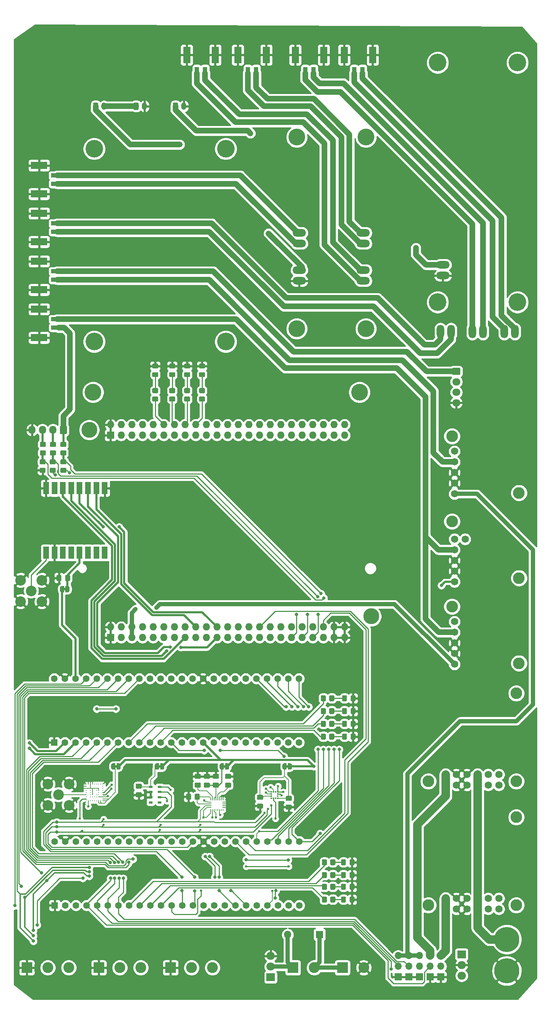
<source format=gbr>
%TF.GenerationSoftware,KiCad,Pcbnew,5.1.5+dfsg1-2build2*%
%TF.CreationDate,2020-11-09T16:58:00-06:00*%
%TF.ProjectId,TARS-MK1,54415253-2d4d-44b3-912e-6b696361645f,rev?*%
%TF.SameCoordinates,Original*%
%TF.FileFunction,Copper,L1,Top*%
%TF.FilePolarity,Positive*%
%FSLAX46Y46*%
G04 Gerber Fmt 4.6, Leading zero omitted, Abs format (unit mm)*
G04 Created by KiCad (PCBNEW 5.1.5+dfsg1-2build2) date 2020-11-09 16:58:00*
%MOMM*%
%LPD*%
G04 APERTURE LIST*
%TA.AperFunction,EtchedComponent*%
%ADD10C,0.100000*%
%TD*%
%TA.AperFunction,WasherPad*%
%ADD11C,3.800000*%
%TD*%
%TA.AperFunction,ComponentPad*%
%ADD12O,1.727200X1.727200*%
%TD*%
%TA.AperFunction,ComponentPad*%
%ADD13R,1.727200X1.727200*%
%TD*%
%TA.AperFunction,ComponentPad*%
%ADD14O,1.200000X1.750000*%
%TD*%
%TA.AperFunction,ComponentPad*%
%ADD15C,0.100000*%
%TD*%
%TA.AperFunction,ComponentPad*%
%ADD16O,2.000000X1.905000*%
%TD*%
%TA.AperFunction,ComponentPad*%
%ADD17R,2.000000X1.905000*%
%TD*%
%TA.AperFunction,ComponentPad*%
%ADD18C,1.600000*%
%TD*%
%TA.AperFunction,ComponentPad*%
%ADD19R,1.600000X1.600000*%
%TD*%
%TA.AperFunction,ComponentPad*%
%ADD20C,2.600000*%
%TD*%
%TA.AperFunction,ComponentPad*%
%ADD21R,2.600000X2.600000*%
%TD*%
%TA.AperFunction,SMDPad,CuDef*%
%ADD22C,0.100000*%
%TD*%
%TA.AperFunction,ComponentPad*%
%ADD23O,1.800000X1.800000*%
%TD*%
%TA.AperFunction,ComponentPad*%
%ADD24R,1.800000X1.800000*%
%TD*%
%TA.AperFunction,ComponentPad*%
%ADD25O,3.200000X1.800000*%
%TD*%
%TA.AperFunction,WasherPad*%
%ADD26C,4.000000*%
%TD*%
%TA.AperFunction,ComponentPad*%
%ADD27O,1.800000X3.200000*%
%TD*%
%TA.AperFunction,WasherPad*%
%ADD28C,4.200000*%
%TD*%
%TA.AperFunction,SMDPad,CuDef*%
%ADD29R,1.400000X3.000000*%
%TD*%
%TA.AperFunction,WasherPad*%
%ADD30C,2.800000*%
%TD*%
%TA.AperFunction,ComponentPad*%
%ADD31C,1.750000*%
%TD*%
%TA.AperFunction,ComponentPad*%
%ADD32C,2.540000*%
%TD*%
%TA.AperFunction,ComponentPad*%
%ADD33O,1.700000X1.700000*%
%TD*%
%TA.AperFunction,ComponentPad*%
%ADD34R,1.700000X1.700000*%
%TD*%
%TA.AperFunction,SMDPad,CuDef*%
%ADD35R,4.000000X1.800000*%
%TD*%
%TA.AperFunction,SMDPad,CuDef*%
%ADD36R,3.000000X1.000000*%
%TD*%
%TA.AperFunction,SMDPad,CuDef*%
%ADD37R,1.800000X4.000000*%
%TD*%
%TA.AperFunction,SMDPad,CuDef*%
%ADD38R,1.000000X3.000000*%
%TD*%
%TA.AperFunction,BGAPad,CuDef*%
%ADD39C,0.270000*%
%TD*%
%TA.AperFunction,SMDPad,CuDef*%
%ADD40R,0.950000X0.550000*%
%TD*%
%TA.AperFunction,SMDPad,CuDef*%
%ADD41R,0.350000X0.375000*%
%TD*%
%TA.AperFunction,SMDPad,CuDef*%
%ADD42R,0.375000X0.350000*%
%TD*%
%TA.AperFunction,SMDPad,CuDef*%
%ADD43R,0.230000X0.350000*%
%TD*%
%TA.AperFunction,SMDPad,CuDef*%
%ADD44R,0.350000X0.230000*%
%TD*%
%TA.AperFunction,ComponentPad*%
%ADD45O,1.950000X1.700000*%
%TD*%
%TA.AperFunction,ComponentPad*%
%ADD46C,6.000000*%
%TD*%
%TA.AperFunction,ComponentPad*%
%ADD47O,1.700000X1.950000*%
%TD*%
%TA.AperFunction,ViaPad*%
%ADD48C,0.800000*%
%TD*%
%TA.AperFunction,ViaPad*%
%ADD49C,0.600000*%
%TD*%
%TA.AperFunction,Conductor*%
%ADD50C,1.000000*%
%TD*%
%TA.AperFunction,Conductor*%
%ADD51C,0.500000*%
%TD*%
%TA.AperFunction,Conductor*%
%ADD52C,2.000000*%
%TD*%
%TA.AperFunction,Conductor*%
%ADD53C,0.250000*%
%TD*%
%TA.AperFunction,Conductor*%
%ADD54C,0.200000*%
%TD*%
%TA.AperFunction,Conductor*%
%ADD55C,0.350000*%
%TD*%
%TA.AperFunction,Conductor*%
%ADD56C,1.370000*%
%TD*%
%TA.AperFunction,Conductor*%
%ADD57C,0.254000*%
%TD*%
G04 APERTURE END LIST*
D10*
%TO.C,JP6*%
G36*
X212943000Y-174793000D02*
G01*
X213443000Y-174793000D01*
X213443000Y-174193000D01*
X212943000Y-174193000D01*
X212943000Y-174793000D01*
G37*
%TO.C,JP5*%
G36*
X225165000Y-217084000D02*
G01*
X225665000Y-217084000D01*
X225665000Y-216484000D01*
X225165000Y-216484000D01*
X225165000Y-217084000D01*
G37*
%TO.C,JP4*%
G36*
X235579000Y-217084000D02*
G01*
X236079000Y-217084000D01*
X236079000Y-216484000D01*
X235579000Y-216484000D01*
X235579000Y-217084000D01*
G37*
%TO.C,JP3*%
G36*
X266059000Y-217084000D02*
G01*
X266559000Y-217084000D01*
X266559000Y-216484000D01*
X266059000Y-216484000D01*
X266059000Y-217084000D01*
G37*
%TO.C,JP2*%
G36*
X251073000Y-217084000D02*
G01*
X251573000Y-217084000D01*
X251573000Y-216484000D01*
X251073000Y-216484000D01*
X251073000Y-217084000D01*
G37*
%TD*%
D11*
%TO.P,U2001,*%
%TO.N,*%
X286360000Y-180970000D03*
X219050000Y-136520000D03*
D12*
%TO.P,U2001,57*%
%TO.N,Net-(U2001-Pad57)*%
X236830000Y-137790000D03*
%TO.P,U2001,63*%
%TO.N,Net-(U2001-Pad63)*%
X244450000Y-137790000D03*
%TO.P,U2001,54*%
%TO.N,Net-(U2001-Pad54)*%
X231750000Y-135250000D03*
%TO.P,U2001,80*%
%TO.N,Net-(U2001-Pad80)*%
X264770000Y-135250000D03*
%TO.P,U2001,81*%
%TO.N,Net-(U2001-Pad81)*%
X267310000Y-137790000D03*
%TO.P,U2001,56*%
%TO.N,Net-(U2001-Pad56)*%
X234290000Y-135250000D03*
%TO.P,U2001,82*%
%TO.N,Net-(U2001-Pad82)*%
X267310000Y-135250000D03*
%TO.P,U2001,83*%
%TO.N,Net-(U2001-Pad83)*%
X269850000Y-137790000D03*
%TO.P,U2001,84*%
%TO.N,Net-(U2001-Pad84)*%
X269850000Y-135250000D03*
%TO.P,U2001,60*%
%TO.N,Net-(R2003-Pad1)*%
X239370000Y-135250000D03*
%TO.P,U2001,74*%
%TO.N,Net-(U2001-Pad74)*%
X257150000Y-135250000D03*
%TO.P,U2001,75*%
%TO.N,Net-(U2001-Pad75)*%
X259690000Y-137790000D03*
%TO.P,U2001,65*%
%TO.N,Net-(U2001-Pad65)*%
X246990000Y-137790000D03*
%TO.P,U2001,55*%
%TO.N,Net-(U2001-Pad55)*%
X234290000Y-137790000D03*
%TO.P,U2001,52*%
%TO.N,Net-(U2001-Pad52)*%
X229210000Y-135250000D03*
%TO.P,U2001,53*%
%TO.N,Net-(U2001-Pad53)*%
X231750000Y-137790000D03*
%TO.P,U2001,70*%
%TO.N,Net-(U2001-Pad70)*%
X252070000Y-135250000D03*
%TO.P,U2001,58*%
%TO.N,Net-(R2004-Pad1)*%
X236830000Y-135250000D03*
%TO.P,U2001,92*%
%TO.N,Net-(U2001-Pad92)*%
X280010000Y-135250000D03*
%TO.P,U2001,62*%
%TO.N,Net-(R2002-Pad1)*%
X241910000Y-135250000D03*
%TO.P,U2001,71*%
%TO.N,Net-(U2001-Pad71)*%
X254610000Y-137790000D03*
%TO.P,U2001,61*%
%TO.N,Net-(U2001-Pad61)*%
X241910000Y-137790000D03*
D13*
%TO.P,U2001,47*%
%TO.N,GND*%
X224130000Y-137790000D03*
D12*
%TO.P,U2001,48*%
X224130000Y-135250000D03*
%TO.P,U2001,78*%
%TO.N,Net-(U2001-Pad78)*%
X262230000Y-135250000D03*
%TO.P,U2001,79*%
%TO.N,Net-(U2001-Pad79)*%
X264770000Y-137790000D03*
%TO.P,U2001,64*%
%TO.N,Net-(R2001-Pad1)*%
X244450000Y-135250000D03*
%TO.P,U2001,72*%
%TO.N,Net-(U2001-Pad72)*%
X254610000Y-135250000D03*
%TO.P,U2001,67*%
%TO.N,Net-(U2001-Pad67)*%
X249530000Y-137790000D03*
%TO.P,U2001,73*%
%TO.N,Net-(U2001-Pad73)*%
X257150000Y-137790000D03*
%TO.P,U2001,85*%
%TO.N,Net-(U2001-Pad85)*%
X272390000Y-137790000D03*
%TO.P,U2001,86*%
%TO.N,Net-(U2001-Pad86)*%
X272390000Y-135250000D03*
%TO.P,U2001,87*%
%TO.N,Net-(U2001-Pad87)*%
X274930000Y-137790000D03*
%TO.P,U2001,88*%
%TO.N,Net-(U2001-Pad88)*%
X274930000Y-135250000D03*
%TO.P,U2001,89*%
%TO.N,Net-(U2001-Pad89)*%
X277470000Y-137790000D03*
%TO.P,U2001,90*%
%TO.N,Net-(U2001-Pad90)*%
X277470000Y-135250000D03*
%TO.P,U2001,91*%
%TO.N,Net-(U2001-Pad91)*%
X280010000Y-137790000D03*
%TO.P,U2001,76*%
%TO.N,Net-(U2001-Pad76)*%
X259690000Y-135250000D03*
%TO.P,U2001,77*%
%TO.N,Net-(U2001-Pad77)*%
X262230000Y-137790000D03*
%TO.P,U2001,69*%
%TO.N,Net-(U2001-Pad69)*%
X252070000Y-137790000D03*
%TO.P,U2001,59*%
%TO.N,Net-(U2001-Pad59)*%
X239370000Y-137790000D03*
%TO.P,U2001,49*%
%TO.N,Net-(U2001-Pad49)*%
X226670000Y-137790000D03*
%TO.P,U2001,50*%
%TO.N,Net-(U2001-Pad50)*%
X226670000Y-135250000D03*
%TO.P,U2001,51*%
%TO.N,Net-(U2001-Pad51)*%
X229210000Y-137790000D03*
%TO.P,U2001,68*%
%TO.N,Net-(U2001-Pad68)*%
X249530000Y-135250000D03*
%TO.P,U2001,66*%
%TO.N,Net-(U2001-Pad66)*%
X246990000Y-135250000D03*
%TO.P,U2001,46*%
%TO.N,GND*%
X280010000Y-183510000D03*
%TO.P,U2001,45*%
X280010000Y-186050000D03*
%TO.P,U2001,44*%
X277470000Y-183510000D03*
%TO.P,U2001,43*%
X277470000Y-186050000D03*
%TO.P,U2001,42*%
%TO.N,HYB_MCU_SPI1_CS1*%
X274930000Y-183510000D03*
%TO.P,U2001,41*%
%TO.N,Net-(U2001-Pad41)*%
X274930000Y-186050000D03*
%TO.P,U2001,40*%
%TO.N,Net-(U2001-Pad40)*%
X272390000Y-183510000D03*
%TO.P,U2001,39*%
%TO.N,BATT1_CELL1*%
X272390000Y-186050000D03*
%TO.P,U2001,38*%
%TO.N,Net-(U2001-Pad38)*%
X269850000Y-183510000D03*
%TO.P,U2001,37*%
%TO.N,BATT1_CELL2*%
X269850000Y-186050000D03*
%TO.P,U2001,36*%
%TO.N,Net-(U2001-Pad36)*%
X267310000Y-183510000D03*
%TO.P,U2001,35*%
%TO.N,BATT1_CELL3*%
X267310000Y-186050000D03*
%TO.P,U2001,34*%
%TO.N,Net-(U2001-Pad34)*%
X264770000Y-183510000D03*
%TO.P,U2001,33*%
%TO.N,Net-(U2001-Pad33)*%
X264770000Y-186050000D03*
%TO.P,U2001,32*%
%TO.N,Net-(U2001-Pad32)*%
X262230000Y-183510000D03*
%TO.P,U2001,31*%
%TO.N,MCU_SPI1_SCK*%
X262230000Y-186050000D03*
%TO.P,U2001,30*%
%TO.N,MCU_SPI1_MISO*%
X259690000Y-183510000D03*
%TO.P,U2001,29*%
%TO.N,MCU_SPI1_MOSI*%
X259690000Y-186050000D03*
%TO.P,U2001,28*%
%TO.N,AC_MCU_SPI1_CS1*%
X257150000Y-183510000D03*
%TO.P,U2001,27*%
%TO.N,Net-(U2001-Pad27)*%
X257150000Y-186050000D03*
%TO.P,U2001,26*%
%TO.N,AC_MCU_TX1*%
X254610000Y-183510000D03*
%TO.P,U2001,25*%
%TO.N,Net-(U2001-Pad25)*%
X254610000Y-186050000D03*
%TO.P,U2001,24*%
%TO.N,AC_MCU_RX1*%
X252070000Y-183510000D03*
%TO.P,U2001,23*%
%TO.N,Net-(U2001-Pad23)*%
X252070000Y-186050000D03*
%TO.P,U2001,22*%
%TO.N,MPU_SPI0_SCLK*%
X249530000Y-183510000D03*
%TO.P,U2001,21*%
%TO.N,MPU_SPI0_MOSI*%
X249530000Y-186050000D03*
%TO.P,U2001,20*%
%TO.N,Net-(U2001-Pad20)*%
X246990000Y-183510000D03*
%TO.P,U2001,19*%
%TO.N,Net-(U2001-Pad19)*%
X246990000Y-186050000D03*
%TO.P,U2001,18*%
%TO.N,MPU_SPI0_MISO*%
X244450000Y-183510000D03*
%TO.P,U2001,17*%
%TO.N,MPU_SPI0_CS0*%
X244450000Y-186050000D03*
%TO.P,U2001,16*%
%TO.N,Net-(U2001-Pad16)*%
X241910000Y-183510000D03*
%TO.P,U2001,15*%
%TO.N,TLM_RESET*%
X241910000Y-186050000D03*
%TO.P,U2001,14*%
%TO.N,Net-(U2001-Pad14)*%
X239370000Y-183510000D03*
%TO.P,U2001,13*%
%TO.N,HYB_MCU_RX1*%
X239370000Y-186050000D03*
%TO.P,U2001,12*%
%TO.N,Net-(U2001-Pad12)*%
X236830000Y-183510000D03*
%TO.P,U2001,11*%
%TO.N,HYB_MCU_TX1*%
X236830000Y-186050000D03*
%TO.P,U2001,10*%
%TO.N,Net-(U2001-Pad10)*%
X234290000Y-183510000D03*
%TO.P,U2001,9*%
%TO.N,Net-(U2001-Pad9)*%
X234290000Y-186050000D03*
%TO.P,U2001,8*%
%TO.N,Net-(U2001-Pad8)*%
X231750000Y-183510000D03*
%TO.P,U2001,7*%
%TO.N,Net-(U2001-Pad7)*%
X231750000Y-186050000D03*
%TO.P,U2001,6*%
%TO.N,5V_MPU_SUPPLY*%
X229210000Y-183510000D03*
%TO.P,U2001,5*%
X229210000Y-186050000D03*
%TO.P,U2001,4*%
%TO.N,Net-(U2001-Pad4)*%
X226670000Y-183510000D03*
%TO.P,U2001,3*%
%TO.N,Net-(U2001-Pad3)*%
X226670000Y-186050000D03*
%TO.P,U2001,2*%
%TO.N,GND*%
X224130000Y-183510000D03*
D13*
%TO.P,U2001,1*%
X224130000Y-186050000D03*
%TD*%
D14*
%TO.P,J6007,2*%
%TO.N,GND*%
X241624000Y-59304000D03*
%TA.AperFunction,ComponentPad*%
D15*
%TO.P,J6007,1*%
%TO.N,TM_PWR*%
G36*
X239998505Y-58430204D02*
G01*
X240022773Y-58433804D01*
X240046572Y-58439765D01*
X240069671Y-58448030D01*
X240091850Y-58458520D01*
X240112893Y-58471132D01*
X240132599Y-58485747D01*
X240150777Y-58502223D01*
X240167253Y-58520401D01*
X240181868Y-58540107D01*
X240194480Y-58561150D01*
X240204970Y-58583329D01*
X240213235Y-58606428D01*
X240219196Y-58630227D01*
X240222796Y-58654495D01*
X240224000Y-58678999D01*
X240224000Y-59929001D01*
X240222796Y-59953505D01*
X240219196Y-59977773D01*
X240213235Y-60001572D01*
X240204970Y-60024671D01*
X240194480Y-60046850D01*
X240181868Y-60067893D01*
X240167253Y-60087599D01*
X240150777Y-60105777D01*
X240132599Y-60122253D01*
X240112893Y-60136868D01*
X240091850Y-60149480D01*
X240069671Y-60159970D01*
X240046572Y-60168235D01*
X240022773Y-60174196D01*
X239998505Y-60177796D01*
X239974001Y-60179000D01*
X239273999Y-60179000D01*
X239249495Y-60177796D01*
X239225227Y-60174196D01*
X239201428Y-60168235D01*
X239178329Y-60159970D01*
X239156150Y-60149480D01*
X239135107Y-60136868D01*
X239115401Y-60122253D01*
X239097223Y-60105777D01*
X239080747Y-60087599D01*
X239066132Y-60067893D01*
X239053520Y-60046850D01*
X239043030Y-60024671D01*
X239034765Y-60001572D01*
X239028804Y-59977773D01*
X239025204Y-59953505D01*
X239024000Y-59929001D01*
X239024000Y-58678999D01*
X239025204Y-58654495D01*
X239028804Y-58630227D01*
X239034765Y-58606428D01*
X239043030Y-58583329D01*
X239053520Y-58561150D01*
X239066132Y-58540107D01*
X239080747Y-58520401D01*
X239097223Y-58502223D01*
X239115401Y-58485747D01*
X239135107Y-58471132D01*
X239156150Y-58458520D01*
X239178329Y-58448030D01*
X239201428Y-58439765D01*
X239225227Y-58433804D01*
X239249495Y-58430204D01*
X239273999Y-58429000D01*
X239974001Y-58429000D01*
X239998505Y-58430204D01*
G37*
%TD.AperFunction*%
%TD*%
D14*
%TO.P,J6004,2*%
%TO.N,Net-(J6004-Pad2)*%
X222574000Y-59304000D03*
%TA.AperFunction,ComponentPad*%
D15*
%TO.P,J6004,1*%
%TO.N,SL_PWR*%
G36*
X220948505Y-58430204D02*
G01*
X220972773Y-58433804D01*
X220996572Y-58439765D01*
X221019671Y-58448030D01*
X221041850Y-58458520D01*
X221062893Y-58471132D01*
X221082599Y-58485747D01*
X221100777Y-58502223D01*
X221117253Y-58520401D01*
X221131868Y-58540107D01*
X221144480Y-58561150D01*
X221154970Y-58583329D01*
X221163235Y-58606428D01*
X221169196Y-58630227D01*
X221172796Y-58654495D01*
X221174000Y-58678999D01*
X221174000Y-59929001D01*
X221172796Y-59953505D01*
X221169196Y-59977773D01*
X221163235Y-60001572D01*
X221154970Y-60024671D01*
X221144480Y-60046850D01*
X221131868Y-60067893D01*
X221117253Y-60087599D01*
X221100777Y-60105777D01*
X221082599Y-60122253D01*
X221062893Y-60136868D01*
X221041850Y-60149480D01*
X221019671Y-60159970D01*
X220996572Y-60168235D01*
X220972773Y-60174196D01*
X220948505Y-60177796D01*
X220924001Y-60179000D01*
X220223999Y-60179000D01*
X220199495Y-60177796D01*
X220175227Y-60174196D01*
X220151428Y-60168235D01*
X220128329Y-60159970D01*
X220106150Y-60149480D01*
X220085107Y-60136868D01*
X220065401Y-60122253D01*
X220047223Y-60105777D01*
X220030747Y-60087599D01*
X220016132Y-60067893D01*
X220003520Y-60046850D01*
X219993030Y-60024671D01*
X219984765Y-60001572D01*
X219978804Y-59977773D01*
X219975204Y-59953505D01*
X219974000Y-59929001D01*
X219974000Y-58678999D01*
X219975204Y-58654495D01*
X219978804Y-58630227D01*
X219984765Y-58606428D01*
X219993030Y-58583329D01*
X220003520Y-58561150D01*
X220016132Y-58540107D01*
X220030747Y-58520401D01*
X220047223Y-58502223D01*
X220065401Y-58485747D01*
X220085107Y-58471132D01*
X220106150Y-58458520D01*
X220128329Y-58448030D01*
X220151428Y-58439765D01*
X220175227Y-58433804D01*
X220199495Y-58430204D01*
X220223999Y-58429000D01*
X220924001Y-58429000D01*
X220948505Y-58430204D01*
G37*
%TD.AperFunction*%
%TD*%
D14*
%TO.P,J6005,2*%
%TO.N,GND*%
X232226000Y-59304000D03*
%TA.AperFunction,ComponentPad*%
D15*
%TO.P,J6005,1*%
%TO.N,Net-(J6004-Pad2)*%
G36*
X230600505Y-58430204D02*
G01*
X230624773Y-58433804D01*
X230648572Y-58439765D01*
X230671671Y-58448030D01*
X230693850Y-58458520D01*
X230714893Y-58471132D01*
X230734599Y-58485747D01*
X230752777Y-58502223D01*
X230769253Y-58520401D01*
X230783868Y-58540107D01*
X230796480Y-58561150D01*
X230806970Y-58583329D01*
X230815235Y-58606428D01*
X230821196Y-58630227D01*
X230824796Y-58654495D01*
X230826000Y-58678999D01*
X230826000Y-59929001D01*
X230824796Y-59953505D01*
X230821196Y-59977773D01*
X230815235Y-60001572D01*
X230806970Y-60024671D01*
X230796480Y-60046850D01*
X230783868Y-60067893D01*
X230769253Y-60087599D01*
X230752777Y-60105777D01*
X230734599Y-60122253D01*
X230714893Y-60136868D01*
X230693850Y-60149480D01*
X230671671Y-60159970D01*
X230648572Y-60168235D01*
X230624773Y-60174196D01*
X230600505Y-60177796D01*
X230576001Y-60179000D01*
X229875999Y-60179000D01*
X229851495Y-60177796D01*
X229827227Y-60174196D01*
X229803428Y-60168235D01*
X229780329Y-60159970D01*
X229758150Y-60149480D01*
X229737107Y-60136868D01*
X229717401Y-60122253D01*
X229699223Y-60105777D01*
X229682747Y-60087599D01*
X229668132Y-60067893D01*
X229655520Y-60046850D01*
X229645030Y-60024671D01*
X229636765Y-60001572D01*
X229630804Y-59977773D01*
X229627204Y-59953505D01*
X229626000Y-59929001D01*
X229626000Y-58678999D01*
X229627204Y-58654495D01*
X229630804Y-58630227D01*
X229636765Y-58606428D01*
X229645030Y-58583329D01*
X229655520Y-58561150D01*
X229668132Y-58540107D01*
X229682747Y-58520401D01*
X229699223Y-58502223D01*
X229717401Y-58485747D01*
X229737107Y-58471132D01*
X229758150Y-58458520D01*
X229780329Y-58448030D01*
X229803428Y-58439765D01*
X229827227Y-58433804D01*
X229851495Y-58430204D01*
X229875999Y-58429000D01*
X230576001Y-58429000D01*
X230600505Y-58430204D01*
G37*
%TD.AperFunction*%
%TD*%
D16*
%TO.P,U6003,3*%
%TO.N,9V_PT_SUPPLY*%
X307950000Y-266695000D03*
%TO.P,U6003,2*%
%TO.N,GND*%
X307950000Y-264155000D03*
D17*
%TO.P,U6003,1*%
%TO.N,Net-(C6001-Pad1)*%
X307950000Y-261615000D03*
%TD*%
D18*
%TO.P,U9001,17*%
%TO.N,Net-(U9001-Pad17)*%
X251308000Y-211069000D03*
%TO.P,U9001,18*%
%TO.N,MCU_SPI1_MOSI*%
X253848000Y-211069000D03*
%TO.P,U9001,19*%
%TO.N,MCU_SPI1_SCK*%
X256388000Y-211069000D03*
%TO.P,U9001,20*%
%TO.N,IMU0_INT1*%
X258928000Y-211069000D03*
%TO.P,U9001,16*%
%TO.N,Net-(U9001-Pad16)*%
X248768000Y-211069000D03*
%TO.P,U9001,15*%
%TO.N,3V3_MCU_SUPPLY*%
X246228000Y-211069000D03*
%TO.P,U9001,14*%
%TO.N,MCU_SPI0_MISO*%
X243688000Y-211069000D03*
%TO.P,U9001,21*%
%TO.N,IMU1_INT1*%
X261468000Y-211069000D03*
%TO.P,U9001,22*%
%TO.N,Net-(U9001-Pad22)*%
X264008000Y-211069000D03*
%TO.P,U9001,23*%
%TO.N,Net-(U9001-Pad23)*%
X266548000Y-211069000D03*
%TO.P,U9001,24*%
%TO.N,Net-(U9001-Pad24)*%
X269088000Y-211069000D03*
%TO.P,U9001,25*%
%TO.N,AC_SERVO2*%
X269088000Y-195829000D03*
%TO.P,U9001,26*%
%TO.N,MCU_SPI0_CS34*%
X266548000Y-195829000D03*
%TO.P,U9001,27*%
%TO.N,MCU_SPI1_CS35*%
X264008000Y-195829000D03*
%TO.P,U9001,28*%
%TO.N,MCU_SPI0_CS36*%
X261468000Y-195829000D03*
%TO.P,U9001,29*%
%TO.N,MCU_SPI0_CS37*%
X258928000Y-195829000D03*
%TO.P,U9001,30*%
%TO.N,AC_MCU_SPI1_CS1*%
X256388000Y-195829000D03*
%TO.P,U9001,31*%
%TO.N,MCU_SPI1_MISO*%
X253848000Y-195829000D03*
%TO.P,U9001,32*%
%TO.N,Net-(U9001-Pad32)*%
X251308000Y-195829000D03*
%TO.P,U9001,33*%
%TO.N,Net-(U9001-Pad33)*%
X248768000Y-195829000D03*
%TO.P,U9001,34*%
%TO.N,GND*%
X246228000Y-195829000D03*
%TO.P,U9001,13*%
%TO.N,MCU_SPI0_MOSI*%
X241148000Y-211069000D03*
%TO.P,U9001,12*%
%TO.N,MCU_SPI0_CS10*%
X238608000Y-211069000D03*
%TO.P,U9001,11*%
%TO.N,Net-(R9004-Pad1)*%
X236068000Y-211069000D03*
%TO.P,U9001,10*%
%TO.N,Net-(R9003-Pad1)*%
X233528000Y-211069000D03*
%TO.P,U9001,9*%
%TO.N,Net-(R9002-Pad1)*%
X230988000Y-211069000D03*
%TO.P,U9001,8*%
%TO.N,Net-(R9001-Pad1)*%
X228448000Y-211069000D03*
%TO.P,U9001,7*%
%TO.N,AC_SERVO1*%
X225908000Y-211069000D03*
%TO.P,U9001,6*%
%TO.N,AC_SERVO0*%
X223368000Y-211069000D03*
%TO.P,U9001,5*%
%TO.N,HYBRID_SERVO2*%
X220828000Y-211069000D03*
%TO.P,U9001,4*%
%TO.N,HYBRID_SERVO1*%
X218288000Y-211069000D03*
%TO.P,U9001,3*%
%TO.N,AC_MCU_TX1*%
X215748000Y-211069000D03*
%TO.P,U9001,2*%
%TO.N,AC_MCU_RX1*%
X213208000Y-211069000D03*
D19*
%TO.P,U9001,1*%
%TO.N,GND*%
X210668000Y-211069000D03*
D18*
%TO.P,U9001,35*%
%TO.N,MCU_SPI0_SCK*%
X243688000Y-195829000D03*
%TO.P,U9001,36*%
%TO.N,Net-(U9001-Pad36)*%
X241148000Y-195829000D03*
%TO.P,U9001,37*%
%TO.N,Net-(U9001-Pad37)*%
X238608000Y-195829000D03*
%TO.P,U9001,38*%
%TO.N,Net-(U9001-Pad38)*%
X236068000Y-195829000D03*
%TO.P,U9001,39*%
%TO.N,Net-(U9001-Pad39)*%
X233528000Y-195829000D03*
%TO.P,U9001,40*%
%TO.N,MCU_I2C0_SDA*%
X230988000Y-195829000D03*
%TO.P,U9001,41*%
%TO.N,MCU_I2C0_SCL*%
X228448000Y-195829000D03*
%TO.P,U9001,42*%
%TO.N,HYBRID_PT1*%
X225908000Y-195829000D03*
%TO.P,U9001,43*%
%TO.N,HYBRID_PT2*%
X223368000Y-195829000D03*
%TO.P,U9001,44*%
%TO.N,HYBRID_PT3*%
X220828000Y-195829000D03*
%TO.P,U9001,45*%
%TO.N,HYBRID_VENT_TRIGGER*%
X218288000Y-195829000D03*
%TO.P,U9001,46*%
%TO.N,3V3_MCU_SUPPLY*%
X215748000Y-195829000D03*
%TO.P,U9001,47*%
%TO.N,GND*%
X213208000Y-195829000D03*
%TO.P,U9001,48*%
%TO.N,Net-(U9001-Pad48)*%
X210668000Y-195829000D03*
%TD*%
D20*
%TO.P,J3007,2*%
%TO.N,GND*%
X284582000Y-264790000D03*
D21*
%TO.P,J3007,1*%
%TO.N,Net-(D3001-Pad1)*%
X279502000Y-264790000D03*
%TD*%
%TA.AperFunction,SMDPad,CuDef*%
D22*
%TO.P,R9004,2*%
%TO.N,Net-(D9004-Pad2)*%
G36*
X277320505Y-208973204D02*
G01*
X277344773Y-208976804D01*
X277368572Y-208982765D01*
X277391671Y-208991030D01*
X277413850Y-209001520D01*
X277434893Y-209014132D01*
X277454599Y-209028747D01*
X277472777Y-209045223D01*
X277489253Y-209063401D01*
X277503868Y-209083107D01*
X277516480Y-209104150D01*
X277526970Y-209126329D01*
X277535235Y-209149428D01*
X277541196Y-209173227D01*
X277544796Y-209197495D01*
X277546000Y-209221999D01*
X277546000Y-210122001D01*
X277544796Y-210146505D01*
X277541196Y-210170773D01*
X277535235Y-210194572D01*
X277526970Y-210217671D01*
X277516480Y-210239850D01*
X277503868Y-210260893D01*
X277489253Y-210280599D01*
X277472777Y-210298777D01*
X277454599Y-210315253D01*
X277434893Y-210329868D01*
X277413850Y-210342480D01*
X277391671Y-210352970D01*
X277368572Y-210361235D01*
X277344773Y-210367196D01*
X277320505Y-210370796D01*
X277296001Y-210372000D01*
X276595999Y-210372000D01*
X276571495Y-210370796D01*
X276547227Y-210367196D01*
X276523428Y-210361235D01*
X276500329Y-210352970D01*
X276478150Y-210342480D01*
X276457107Y-210329868D01*
X276437401Y-210315253D01*
X276419223Y-210298777D01*
X276402747Y-210280599D01*
X276388132Y-210260893D01*
X276375520Y-210239850D01*
X276365030Y-210217671D01*
X276356765Y-210194572D01*
X276350804Y-210170773D01*
X276347204Y-210146505D01*
X276346000Y-210122001D01*
X276346000Y-209221999D01*
X276347204Y-209197495D01*
X276350804Y-209173227D01*
X276356765Y-209149428D01*
X276365030Y-209126329D01*
X276375520Y-209104150D01*
X276388132Y-209083107D01*
X276402747Y-209063401D01*
X276419223Y-209045223D01*
X276437401Y-209028747D01*
X276457107Y-209014132D01*
X276478150Y-209001520D01*
X276500329Y-208991030D01*
X276523428Y-208982765D01*
X276547227Y-208976804D01*
X276571495Y-208973204D01*
X276595999Y-208972000D01*
X277296001Y-208972000D01*
X277320505Y-208973204D01*
G37*
%TD.AperFunction*%
%TA.AperFunction,SMDPad,CuDef*%
%TO.P,R9004,1*%
%TO.N,Net-(R9004-Pad1)*%
G36*
X275320505Y-208973204D02*
G01*
X275344773Y-208976804D01*
X275368572Y-208982765D01*
X275391671Y-208991030D01*
X275413850Y-209001520D01*
X275434893Y-209014132D01*
X275454599Y-209028747D01*
X275472777Y-209045223D01*
X275489253Y-209063401D01*
X275503868Y-209083107D01*
X275516480Y-209104150D01*
X275526970Y-209126329D01*
X275535235Y-209149428D01*
X275541196Y-209173227D01*
X275544796Y-209197495D01*
X275546000Y-209221999D01*
X275546000Y-210122001D01*
X275544796Y-210146505D01*
X275541196Y-210170773D01*
X275535235Y-210194572D01*
X275526970Y-210217671D01*
X275516480Y-210239850D01*
X275503868Y-210260893D01*
X275489253Y-210280599D01*
X275472777Y-210298777D01*
X275454599Y-210315253D01*
X275434893Y-210329868D01*
X275413850Y-210342480D01*
X275391671Y-210352970D01*
X275368572Y-210361235D01*
X275344773Y-210367196D01*
X275320505Y-210370796D01*
X275296001Y-210372000D01*
X274595999Y-210372000D01*
X274571495Y-210370796D01*
X274547227Y-210367196D01*
X274523428Y-210361235D01*
X274500329Y-210352970D01*
X274478150Y-210342480D01*
X274457107Y-210329868D01*
X274437401Y-210315253D01*
X274419223Y-210298777D01*
X274402747Y-210280599D01*
X274388132Y-210260893D01*
X274375520Y-210239850D01*
X274365030Y-210217671D01*
X274356765Y-210194572D01*
X274350804Y-210170773D01*
X274347204Y-210146505D01*
X274346000Y-210122001D01*
X274346000Y-209221999D01*
X274347204Y-209197495D01*
X274350804Y-209173227D01*
X274356765Y-209149428D01*
X274365030Y-209126329D01*
X274375520Y-209104150D01*
X274388132Y-209083107D01*
X274402747Y-209063401D01*
X274419223Y-209045223D01*
X274437401Y-209028747D01*
X274457107Y-209014132D01*
X274478150Y-209001520D01*
X274500329Y-208991030D01*
X274523428Y-208982765D01*
X274547227Y-208976804D01*
X274571495Y-208973204D01*
X274595999Y-208972000D01*
X275296001Y-208972000D01*
X275320505Y-208973204D01*
G37*
%TD.AperFunction*%
%TD*%
%TA.AperFunction,SMDPad,CuDef*%
%TO.P,R9003,2*%
%TO.N,Net-(D9003-Pad2)*%
G36*
X277320505Y-205925204D02*
G01*
X277344773Y-205928804D01*
X277368572Y-205934765D01*
X277391671Y-205943030D01*
X277413850Y-205953520D01*
X277434893Y-205966132D01*
X277454599Y-205980747D01*
X277472777Y-205997223D01*
X277489253Y-206015401D01*
X277503868Y-206035107D01*
X277516480Y-206056150D01*
X277526970Y-206078329D01*
X277535235Y-206101428D01*
X277541196Y-206125227D01*
X277544796Y-206149495D01*
X277546000Y-206173999D01*
X277546000Y-207074001D01*
X277544796Y-207098505D01*
X277541196Y-207122773D01*
X277535235Y-207146572D01*
X277526970Y-207169671D01*
X277516480Y-207191850D01*
X277503868Y-207212893D01*
X277489253Y-207232599D01*
X277472777Y-207250777D01*
X277454599Y-207267253D01*
X277434893Y-207281868D01*
X277413850Y-207294480D01*
X277391671Y-207304970D01*
X277368572Y-207313235D01*
X277344773Y-207319196D01*
X277320505Y-207322796D01*
X277296001Y-207324000D01*
X276595999Y-207324000D01*
X276571495Y-207322796D01*
X276547227Y-207319196D01*
X276523428Y-207313235D01*
X276500329Y-207304970D01*
X276478150Y-207294480D01*
X276457107Y-207281868D01*
X276437401Y-207267253D01*
X276419223Y-207250777D01*
X276402747Y-207232599D01*
X276388132Y-207212893D01*
X276375520Y-207191850D01*
X276365030Y-207169671D01*
X276356765Y-207146572D01*
X276350804Y-207122773D01*
X276347204Y-207098505D01*
X276346000Y-207074001D01*
X276346000Y-206173999D01*
X276347204Y-206149495D01*
X276350804Y-206125227D01*
X276356765Y-206101428D01*
X276365030Y-206078329D01*
X276375520Y-206056150D01*
X276388132Y-206035107D01*
X276402747Y-206015401D01*
X276419223Y-205997223D01*
X276437401Y-205980747D01*
X276457107Y-205966132D01*
X276478150Y-205953520D01*
X276500329Y-205943030D01*
X276523428Y-205934765D01*
X276547227Y-205928804D01*
X276571495Y-205925204D01*
X276595999Y-205924000D01*
X277296001Y-205924000D01*
X277320505Y-205925204D01*
G37*
%TD.AperFunction*%
%TA.AperFunction,SMDPad,CuDef*%
%TO.P,R9003,1*%
%TO.N,Net-(R9003-Pad1)*%
G36*
X275320505Y-205925204D02*
G01*
X275344773Y-205928804D01*
X275368572Y-205934765D01*
X275391671Y-205943030D01*
X275413850Y-205953520D01*
X275434893Y-205966132D01*
X275454599Y-205980747D01*
X275472777Y-205997223D01*
X275489253Y-206015401D01*
X275503868Y-206035107D01*
X275516480Y-206056150D01*
X275526970Y-206078329D01*
X275535235Y-206101428D01*
X275541196Y-206125227D01*
X275544796Y-206149495D01*
X275546000Y-206173999D01*
X275546000Y-207074001D01*
X275544796Y-207098505D01*
X275541196Y-207122773D01*
X275535235Y-207146572D01*
X275526970Y-207169671D01*
X275516480Y-207191850D01*
X275503868Y-207212893D01*
X275489253Y-207232599D01*
X275472777Y-207250777D01*
X275454599Y-207267253D01*
X275434893Y-207281868D01*
X275413850Y-207294480D01*
X275391671Y-207304970D01*
X275368572Y-207313235D01*
X275344773Y-207319196D01*
X275320505Y-207322796D01*
X275296001Y-207324000D01*
X274595999Y-207324000D01*
X274571495Y-207322796D01*
X274547227Y-207319196D01*
X274523428Y-207313235D01*
X274500329Y-207304970D01*
X274478150Y-207294480D01*
X274457107Y-207281868D01*
X274437401Y-207267253D01*
X274419223Y-207250777D01*
X274402747Y-207232599D01*
X274388132Y-207212893D01*
X274375520Y-207191850D01*
X274365030Y-207169671D01*
X274356765Y-207146572D01*
X274350804Y-207122773D01*
X274347204Y-207098505D01*
X274346000Y-207074001D01*
X274346000Y-206173999D01*
X274347204Y-206149495D01*
X274350804Y-206125227D01*
X274356765Y-206101428D01*
X274365030Y-206078329D01*
X274375520Y-206056150D01*
X274388132Y-206035107D01*
X274402747Y-206015401D01*
X274419223Y-205997223D01*
X274437401Y-205980747D01*
X274457107Y-205966132D01*
X274478150Y-205953520D01*
X274500329Y-205943030D01*
X274523428Y-205934765D01*
X274547227Y-205928804D01*
X274571495Y-205925204D01*
X274595999Y-205924000D01*
X275296001Y-205924000D01*
X275320505Y-205925204D01*
G37*
%TD.AperFunction*%
%TD*%
%TA.AperFunction,SMDPad,CuDef*%
%TO.P,R9002,2*%
%TO.N,Net-(D9002-Pad2)*%
G36*
X277320505Y-202877204D02*
G01*
X277344773Y-202880804D01*
X277368572Y-202886765D01*
X277391671Y-202895030D01*
X277413850Y-202905520D01*
X277434893Y-202918132D01*
X277454599Y-202932747D01*
X277472777Y-202949223D01*
X277489253Y-202967401D01*
X277503868Y-202987107D01*
X277516480Y-203008150D01*
X277526970Y-203030329D01*
X277535235Y-203053428D01*
X277541196Y-203077227D01*
X277544796Y-203101495D01*
X277546000Y-203125999D01*
X277546000Y-204026001D01*
X277544796Y-204050505D01*
X277541196Y-204074773D01*
X277535235Y-204098572D01*
X277526970Y-204121671D01*
X277516480Y-204143850D01*
X277503868Y-204164893D01*
X277489253Y-204184599D01*
X277472777Y-204202777D01*
X277454599Y-204219253D01*
X277434893Y-204233868D01*
X277413850Y-204246480D01*
X277391671Y-204256970D01*
X277368572Y-204265235D01*
X277344773Y-204271196D01*
X277320505Y-204274796D01*
X277296001Y-204276000D01*
X276595999Y-204276000D01*
X276571495Y-204274796D01*
X276547227Y-204271196D01*
X276523428Y-204265235D01*
X276500329Y-204256970D01*
X276478150Y-204246480D01*
X276457107Y-204233868D01*
X276437401Y-204219253D01*
X276419223Y-204202777D01*
X276402747Y-204184599D01*
X276388132Y-204164893D01*
X276375520Y-204143850D01*
X276365030Y-204121671D01*
X276356765Y-204098572D01*
X276350804Y-204074773D01*
X276347204Y-204050505D01*
X276346000Y-204026001D01*
X276346000Y-203125999D01*
X276347204Y-203101495D01*
X276350804Y-203077227D01*
X276356765Y-203053428D01*
X276365030Y-203030329D01*
X276375520Y-203008150D01*
X276388132Y-202987107D01*
X276402747Y-202967401D01*
X276419223Y-202949223D01*
X276437401Y-202932747D01*
X276457107Y-202918132D01*
X276478150Y-202905520D01*
X276500329Y-202895030D01*
X276523428Y-202886765D01*
X276547227Y-202880804D01*
X276571495Y-202877204D01*
X276595999Y-202876000D01*
X277296001Y-202876000D01*
X277320505Y-202877204D01*
G37*
%TD.AperFunction*%
%TA.AperFunction,SMDPad,CuDef*%
%TO.P,R9002,1*%
%TO.N,Net-(R9002-Pad1)*%
G36*
X275320505Y-202877204D02*
G01*
X275344773Y-202880804D01*
X275368572Y-202886765D01*
X275391671Y-202895030D01*
X275413850Y-202905520D01*
X275434893Y-202918132D01*
X275454599Y-202932747D01*
X275472777Y-202949223D01*
X275489253Y-202967401D01*
X275503868Y-202987107D01*
X275516480Y-203008150D01*
X275526970Y-203030329D01*
X275535235Y-203053428D01*
X275541196Y-203077227D01*
X275544796Y-203101495D01*
X275546000Y-203125999D01*
X275546000Y-204026001D01*
X275544796Y-204050505D01*
X275541196Y-204074773D01*
X275535235Y-204098572D01*
X275526970Y-204121671D01*
X275516480Y-204143850D01*
X275503868Y-204164893D01*
X275489253Y-204184599D01*
X275472777Y-204202777D01*
X275454599Y-204219253D01*
X275434893Y-204233868D01*
X275413850Y-204246480D01*
X275391671Y-204256970D01*
X275368572Y-204265235D01*
X275344773Y-204271196D01*
X275320505Y-204274796D01*
X275296001Y-204276000D01*
X274595999Y-204276000D01*
X274571495Y-204274796D01*
X274547227Y-204271196D01*
X274523428Y-204265235D01*
X274500329Y-204256970D01*
X274478150Y-204246480D01*
X274457107Y-204233868D01*
X274437401Y-204219253D01*
X274419223Y-204202777D01*
X274402747Y-204184599D01*
X274388132Y-204164893D01*
X274375520Y-204143850D01*
X274365030Y-204121671D01*
X274356765Y-204098572D01*
X274350804Y-204074773D01*
X274347204Y-204050505D01*
X274346000Y-204026001D01*
X274346000Y-203125999D01*
X274347204Y-203101495D01*
X274350804Y-203077227D01*
X274356765Y-203053428D01*
X274365030Y-203030329D01*
X274375520Y-203008150D01*
X274388132Y-202987107D01*
X274402747Y-202967401D01*
X274419223Y-202949223D01*
X274437401Y-202932747D01*
X274457107Y-202918132D01*
X274478150Y-202905520D01*
X274500329Y-202895030D01*
X274523428Y-202886765D01*
X274547227Y-202880804D01*
X274571495Y-202877204D01*
X274595999Y-202876000D01*
X275296001Y-202876000D01*
X275320505Y-202877204D01*
G37*
%TD.AperFunction*%
%TD*%
%TA.AperFunction,SMDPad,CuDef*%
%TO.P,R9001,2*%
%TO.N,Net-(D9001-Pad2)*%
G36*
X277320505Y-199829204D02*
G01*
X277344773Y-199832804D01*
X277368572Y-199838765D01*
X277391671Y-199847030D01*
X277413850Y-199857520D01*
X277434893Y-199870132D01*
X277454599Y-199884747D01*
X277472777Y-199901223D01*
X277489253Y-199919401D01*
X277503868Y-199939107D01*
X277516480Y-199960150D01*
X277526970Y-199982329D01*
X277535235Y-200005428D01*
X277541196Y-200029227D01*
X277544796Y-200053495D01*
X277546000Y-200077999D01*
X277546000Y-200978001D01*
X277544796Y-201002505D01*
X277541196Y-201026773D01*
X277535235Y-201050572D01*
X277526970Y-201073671D01*
X277516480Y-201095850D01*
X277503868Y-201116893D01*
X277489253Y-201136599D01*
X277472777Y-201154777D01*
X277454599Y-201171253D01*
X277434893Y-201185868D01*
X277413850Y-201198480D01*
X277391671Y-201208970D01*
X277368572Y-201217235D01*
X277344773Y-201223196D01*
X277320505Y-201226796D01*
X277296001Y-201228000D01*
X276595999Y-201228000D01*
X276571495Y-201226796D01*
X276547227Y-201223196D01*
X276523428Y-201217235D01*
X276500329Y-201208970D01*
X276478150Y-201198480D01*
X276457107Y-201185868D01*
X276437401Y-201171253D01*
X276419223Y-201154777D01*
X276402747Y-201136599D01*
X276388132Y-201116893D01*
X276375520Y-201095850D01*
X276365030Y-201073671D01*
X276356765Y-201050572D01*
X276350804Y-201026773D01*
X276347204Y-201002505D01*
X276346000Y-200978001D01*
X276346000Y-200077999D01*
X276347204Y-200053495D01*
X276350804Y-200029227D01*
X276356765Y-200005428D01*
X276365030Y-199982329D01*
X276375520Y-199960150D01*
X276388132Y-199939107D01*
X276402747Y-199919401D01*
X276419223Y-199901223D01*
X276437401Y-199884747D01*
X276457107Y-199870132D01*
X276478150Y-199857520D01*
X276500329Y-199847030D01*
X276523428Y-199838765D01*
X276547227Y-199832804D01*
X276571495Y-199829204D01*
X276595999Y-199828000D01*
X277296001Y-199828000D01*
X277320505Y-199829204D01*
G37*
%TD.AperFunction*%
%TA.AperFunction,SMDPad,CuDef*%
%TO.P,R9001,1*%
%TO.N,Net-(R9001-Pad1)*%
G36*
X275320505Y-199829204D02*
G01*
X275344773Y-199832804D01*
X275368572Y-199838765D01*
X275391671Y-199847030D01*
X275413850Y-199857520D01*
X275434893Y-199870132D01*
X275454599Y-199884747D01*
X275472777Y-199901223D01*
X275489253Y-199919401D01*
X275503868Y-199939107D01*
X275516480Y-199960150D01*
X275526970Y-199982329D01*
X275535235Y-200005428D01*
X275541196Y-200029227D01*
X275544796Y-200053495D01*
X275546000Y-200077999D01*
X275546000Y-200978001D01*
X275544796Y-201002505D01*
X275541196Y-201026773D01*
X275535235Y-201050572D01*
X275526970Y-201073671D01*
X275516480Y-201095850D01*
X275503868Y-201116893D01*
X275489253Y-201136599D01*
X275472777Y-201154777D01*
X275454599Y-201171253D01*
X275434893Y-201185868D01*
X275413850Y-201198480D01*
X275391671Y-201208970D01*
X275368572Y-201217235D01*
X275344773Y-201223196D01*
X275320505Y-201226796D01*
X275296001Y-201228000D01*
X274595999Y-201228000D01*
X274571495Y-201226796D01*
X274547227Y-201223196D01*
X274523428Y-201217235D01*
X274500329Y-201208970D01*
X274478150Y-201198480D01*
X274457107Y-201185868D01*
X274437401Y-201171253D01*
X274419223Y-201154777D01*
X274402747Y-201136599D01*
X274388132Y-201116893D01*
X274375520Y-201095850D01*
X274365030Y-201073671D01*
X274356765Y-201050572D01*
X274350804Y-201026773D01*
X274347204Y-201002505D01*
X274346000Y-200978001D01*
X274346000Y-200077999D01*
X274347204Y-200053495D01*
X274350804Y-200029227D01*
X274356765Y-200005428D01*
X274365030Y-199982329D01*
X274375520Y-199960150D01*
X274388132Y-199939107D01*
X274402747Y-199919401D01*
X274419223Y-199901223D01*
X274437401Y-199884747D01*
X274457107Y-199870132D01*
X274478150Y-199857520D01*
X274500329Y-199847030D01*
X274523428Y-199838765D01*
X274547227Y-199832804D01*
X274571495Y-199829204D01*
X274595999Y-199828000D01*
X275296001Y-199828000D01*
X275320505Y-199829204D01*
G37*
%TD.AperFunction*%
%TD*%
%TA.AperFunction,SMDPad,CuDef*%
%TO.P,R4004,2*%
%TO.N,Net-(D4004-Pad2)*%
G36*
X277574505Y-247835204D02*
G01*
X277598773Y-247838804D01*
X277622572Y-247844765D01*
X277645671Y-247853030D01*
X277667850Y-247863520D01*
X277688893Y-247876132D01*
X277708599Y-247890747D01*
X277726777Y-247907223D01*
X277743253Y-247925401D01*
X277757868Y-247945107D01*
X277770480Y-247966150D01*
X277780970Y-247988329D01*
X277789235Y-248011428D01*
X277795196Y-248035227D01*
X277798796Y-248059495D01*
X277800000Y-248083999D01*
X277800000Y-248984001D01*
X277798796Y-249008505D01*
X277795196Y-249032773D01*
X277789235Y-249056572D01*
X277780970Y-249079671D01*
X277770480Y-249101850D01*
X277757868Y-249122893D01*
X277743253Y-249142599D01*
X277726777Y-249160777D01*
X277708599Y-249177253D01*
X277688893Y-249191868D01*
X277667850Y-249204480D01*
X277645671Y-249214970D01*
X277622572Y-249223235D01*
X277598773Y-249229196D01*
X277574505Y-249232796D01*
X277550001Y-249234000D01*
X276849999Y-249234000D01*
X276825495Y-249232796D01*
X276801227Y-249229196D01*
X276777428Y-249223235D01*
X276754329Y-249214970D01*
X276732150Y-249204480D01*
X276711107Y-249191868D01*
X276691401Y-249177253D01*
X276673223Y-249160777D01*
X276656747Y-249142599D01*
X276642132Y-249122893D01*
X276629520Y-249101850D01*
X276619030Y-249079671D01*
X276610765Y-249056572D01*
X276604804Y-249032773D01*
X276601204Y-249008505D01*
X276600000Y-248984001D01*
X276600000Y-248083999D01*
X276601204Y-248059495D01*
X276604804Y-248035227D01*
X276610765Y-248011428D01*
X276619030Y-247988329D01*
X276629520Y-247966150D01*
X276642132Y-247945107D01*
X276656747Y-247925401D01*
X276673223Y-247907223D01*
X276691401Y-247890747D01*
X276711107Y-247876132D01*
X276732150Y-247863520D01*
X276754329Y-247853030D01*
X276777428Y-247844765D01*
X276801227Y-247838804D01*
X276825495Y-247835204D01*
X276849999Y-247834000D01*
X277550001Y-247834000D01*
X277574505Y-247835204D01*
G37*
%TD.AperFunction*%
%TA.AperFunction,SMDPad,CuDef*%
%TO.P,R4004,1*%
%TO.N,Net-(R4004-Pad1)*%
G36*
X275574505Y-247835204D02*
G01*
X275598773Y-247838804D01*
X275622572Y-247844765D01*
X275645671Y-247853030D01*
X275667850Y-247863520D01*
X275688893Y-247876132D01*
X275708599Y-247890747D01*
X275726777Y-247907223D01*
X275743253Y-247925401D01*
X275757868Y-247945107D01*
X275770480Y-247966150D01*
X275780970Y-247988329D01*
X275789235Y-248011428D01*
X275795196Y-248035227D01*
X275798796Y-248059495D01*
X275800000Y-248083999D01*
X275800000Y-248984001D01*
X275798796Y-249008505D01*
X275795196Y-249032773D01*
X275789235Y-249056572D01*
X275780970Y-249079671D01*
X275770480Y-249101850D01*
X275757868Y-249122893D01*
X275743253Y-249142599D01*
X275726777Y-249160777D01*
X275708599Y-249177253D01*
X275688893Y-249191868D01*
X275667850Y-249204480D01*
X275645671Y-249214970D01*
X275622572Y-249223235D01*
X275598773Y-249229196D01*
X275574505Y-249232796D01*
X275550001Y-249234000D01*
X274849999Y-249234000D01*
X274825495Y-249232796D01*
X274801227Y-249229196D01*
X274777428Y-249223235D01*
X274754329Y-249214970D01*
X274732150Y-249204480D01*
X274711107Y-249191868D01*
X274691401Y-249177253D01*
X274673223Y-249160777D01*
X274656747Y-249142599D01*
X274642132Y-249122893D01*
X274629520Y-249101850D01*
X274619030Y-249079671D01*
X274610765Y-249056572D01*
X274604804Y-249032773D01*
X274601204Y-249008505D01*
X274600000Y-248984001D01*
X274600000Y-248083999D01*
X274601204Y-248059495D01*
X274604804Y-248035227D01*
X274610765Y-248011428D01*
X274619030Y-247988329D01*
X274629520Y-247966150D01*
X274642132Y-247945107D01*
X274656747Y-247925401D01*
X274673223Y-247907223D01*
X274691401Y-247890747D01*
X274711107Y-247876132D01*
X274732150Y-247863520D01*
X274754329Y-247853030D01*
X274777428Y-247844765D01*
X274801227Y-247838804D01*
X274825495Y-247835204D01*
X274849999Y-247834000D01*
X275550001Y-247834000D01*
X275574505Y-247835204D01*
G37*
%TD.AperFunction*%
%TD*%
%TA.AperFunction,SMDPad,CuDef*%
%TO.P,R4003,2*%
%TO.N,Net-(D4003-Pad2)*%
G36*
X277574505Y-244787204D02*
G01*
X277598773Y-244790804D01*
X277622572Y-244796765D01*
X277645671Y-244805030D01*
X277667850Y-244815520D01*
X277688893Y-244828132D01*
X277708599Y-244842747D01*
X277726777Y-244859223D01*
X277743253Y-244877401D01*
X277757868Y-244897107D01*
X277770480Y-244918150D01*
X277780970Y-244940329D01*
X277789235Y-244963428D01*
X277795196Y-244987227D01*
X277798796Y-245011495D01*
X277800000Y-245035999D01*
X277800000Y-245936001D01*
X277798796Y-245960505D01*
X277795196Y-245984773D01*
X277789235Y-246008572D01*
X277780970Y-246031671D01*
X277770480Y-246053850D01*
X277757868Y-246074893D01*
X277743253Y-246094599D01*
X277726777Y-246112777D01*
X277708599Y-246129253D01*
X277688893Y-246143868D01*
X277667850Y-246156480D01*
X277645671Y-246166970D01*
X277622572Y-246175235D01*
X277598773Y-246181196D01*
X277574505Y-246184796D01*
X277550001Y-246186000D01*
X276849999Y-246186000D01*
X276825495Y-246184796D01*
X276801227Y-246181196D01*
X276777428Y-246175235D01*
X276754329Y-246166970D01*
X276732150Y-246156480D01*
X276711107Y-246143868D01*
X276691401Y-246129253D01*
X276673223Y-246112777D01*
X276656747Y-246094599D01*
X276642132Y-246074893D01*
X276629520Y-246053850D01*
X276619030Y-246031671D01*
X276610765Y-246008572D01*
X276604804Y-245984773D01*
X276601204Y-245960505D01*
X276600000Y-245936001D01*
X276600000Y-245035999D01*
X276601204Y-245011495D01*
X276604804Y-244987227D01*
X276610765Y-244963428D01*
X276619030Y-244940329D01*
X276629520Y-244918150D01*
X276642132Y-244897107D01*
X276656747Y-244877401D01*
X276673223Y-244859223D01*
X276691401Y-244842747D01*
X276711107Y-244828132D01*
X276732150Y-244815520D01*
X276754329Y-244805030D01*
X276777428Y-244796765D01*
X276801227Y-244790804D01*
X276825495Y-244787204D01*
X276849999Y-244786000D01*
X277550001Y-244786000D01*
X277574505Y-244787204D01*
G37*
%TD.AperFunction*%
%TA.AperFunction,SMDPad,CuDef*%
%TO.P,R4003,1*%
%TO.N,Net-(R4003-Pad1)*%
G36*
X275574505Y-244787204D02*
G01*
X275598773Y-244790804D01*
X275622572Y-244796765D01*
X275645671Y-244805030D01*
X275667850Y-244815520D01*
X275688893Y-244828132D01*
X275708599Y-244842747D01*
X275726777Y-244859223D01*
X275743253Y-244877401D01*
X275757868Y-244897107D01*
X275770480Y-244918150D01*
X275780970Y-244940329D01*
X275789235Y-244963428D01*
X275795196Y-244987227D01*
X275798796Y-245011495D01*
X275800000Y-245035999D01*
X275800000Y-245936001D01*
X275798796Y-245960505D01*
X275795196Y-245984773D01*
X275789235Y-246008572D01*
X275780970Y-246031671D01*
X275770480Y-246053850D01*
X275757868Y-246074893D01*
X275743253Y-246094599D01*
X275726777Y-246112777D01*
X275708599Y-246129253D01*
X275688893Y-246143868D01*
X275667850Y-246156480D01*
X275645671Y-246166970D01*
X275622572Y-246175235D01*
X275598773Y-246181196D01*
X275574505Y-246184796D01*
X275550001Y-246186000D01*
X274849999Y-246186000D01*
X274825495Y-246184796D01*
X274801227Y-246181196D01*
X274777428Y-246175235D01*
X274754329Y-246166970D01*
X274732150Y-246156480D01*
X274711107Y-246143868D01*
X274691401Y-246129253D01*
X274673223Y-246112777D01*
X274656747Y-246094599D01*
X274642132Y-246074893D01*
X274629520Y-246053850D01*
X274619030Y-246031671D01*
X274610765Y-246008572D01*
X274604804Y-245984773D01*
X274601204Y-245960505D01*
X274600000Y-245936001D01*
X274600000Y-245035999D01*
X274601204Y-245011495D01*
X274604804Y-244987227D01*
X274610765Y-244963428D01*
X274619030Y-244940329D01*
X274629520Y-244918150D01*
X274642132Y-244897107D01*
X274656747Y-244877401D01*
X274673223Y-244859223D01*
X274691401Y-244842747D01*
X274711107Y-244828132D01*
X274732150Y-244815520D01*
X274754329Y-244805030D01*
X274777428Y-244796765D01*
X274801227Y-244790804D01*
X274825495Y-244787204D01*
X274849999Y-244786000D01*
X275550001Y-244786000D01*
X275574505Y-244787204D01*
G37*
%TD.AperFunction*%
%TD*%
%TA.AperFunction,SMDPad,CuDef*%
%TO.P,R4002,2*%
%TO.N,Net-(D4002-Pad2)*%
G36*
X277574505Y-241993204D02*
G01*
X277598773Y-241996804D01*
X277622572Y-242002765D01*
X277645671Y-242011030D01*
X277667850Y-242021520D01*
X277688893Y-242034132D01*
X277708599Y-242048747D01*
X277726777Y-242065223D01*
X277743253Y-242083401D01*
X277757868Y-242103107D01*
X277770480Y-242124150D01*
X277780970Y-242146329D01*
X277789235Y-242169428D01*
X277795196Y-242193227D01*
X277798796Y-242217495D01*
X277800000Y-242241999D01*
X277800000Y-243142001D01*
X277798796Y-243166505D01*
X277795196Y-243190773D01*
X277789235Y-243214572D01*
X277780970Y-243237671D01*
X277770480Y-243259850D01*
X277757868Y-243280893D01*
X277743253Y-243300599D01*
X277726777Y-243318777D01*
X277708599Y-243335253D01*
X277688893Y-243349868D01*
X277667850Y-243362480D01*
X277645671Y-243372970D01*
X277622572Y-243381235D01*
X277598773Y-243387196D01*
X277574505Y-243390796D01*
X277550001Y-243392000D01*
X276849999Y-243392000D01*
X276825495Y-243390796D01*
X276801227Y-243387196D01*
X276777428Y-243381235D01*
X276754329Y-243372970D01*
X276732150Y-243362480D01*
X276711107Y-243349868D01*
X276691401Y-243335253D01*
X276673223Y-243318777D01*
X276656747Y-243300599D01*
X276642132Y-243280893D01*
X276629520Y-243259850D01*
X276619030Y-243237671D01*
X276610765Y-243214572D01*
X276604804Y-243190773D01*
X276601204Y-243166505D01*
X276600000Y-243142001D01*
X276600000Y-242241999D01*
X276601204Y-242217495D01*
X276604804Y-242193227D01*
X276610765Y-242169428D01*
X276619030Y-242146329D01*
X276629520Y-242124150D01*
X276642132Y-242103107D01*
X276656747Y-242083401D01*
X276673223Y-242065223D01*
X276691401Y-242048747D01*
X276711107Y-242034132D01*
X276732150Y-242021520D01*
X276754329Y-242011030D01*
X276777428Y-242002765D01*
X276801227Y-241996804D01*
X276825495Y-241993204D01*
X276849999Y-241992000D01*
X277550001Y-241992000D01*
X277574505Y-241993204D01*
G37*
%TD.AperFunction*%
%TA.AperFunction,SMDPad,CuDef*%
%TO.P,R4002,1*%
%TO.N,Net-(R4002-Pad1)*%
G36*
X275574505Y-241993204D02*
G01*
X275598773Y-241996804D01*
X275622572Y-242002765D01*
X275645671Y-242011030D01*
X275667850Y-242021520D01*
X275688893Y-242034132D01*
X275708599Y-242048747D01*
X275726777Y-242065223D01*
X275743253Y-242083401D01*
X275757868Y-242103107D01*
X275770480Y-242124150D01*
X275780970Y-242146329D01*
X275789235Y-242169428D01*
X275795196Y-242193227D01*
X275798796Y-242217495D01*
X275800000Y-242241999D01*
X275800000Y-243142001D01*
X275798796Y-243166505D01*
X275795196Y-243190773D01*
X275789235Y-243214572D01*
X275780970Y-243237671D01*
X275770480Y-243259850D01*
X275757868Y-243280893D01*
X275743253Y-243300599D01*
X275726777Y-243318777D01*
X275708599Y-243335253D01*
X275688893Y-243349868D01*
X275667850Y-243362480D01*
X275645671Y-243372970D01*
X275622572Y-243381235D01*
X275598773Y-243387196D01*
X275574505Y-243390796D01*
X275550001Y-243392000D01*
X274849999Y-243392000D01*
X274825495Y-243390796D01*
X274801227Y-243387196D01*
X274777428Y-243381235D01*
X274754329Y-243372970D01*
X274732150Y-243362480D01*
X274711107Y-243349868D01*
X274691401Y-243335253D01*
X274673223Y-243318777D01*
X274656747Y-243300599D01*
X274642132Y-243280893D01*
X274629520Y-243259850D01*
X274619030Y-243237671D01*
X274610765Y-243214572D01*
X274604804Y-243190773D01*
X274601204Y-243166505D01*
X274600000Y-243142001D01*
X274600000Y-242241999D01*
X274601204Y-242217495D01*
X274604804Y-242193227D01*
X274610765Y-242169428D01*
X274619030Y-242146329D01*
X274629520Y-242124150D01*
X274642132Y-242103107D01*
X274656747Y-242083401D01*
X274673223Y-242065223D01*
X274691401Y-242048747D01*
X274711107Y-242034132D01*
X274732150Y-242021520D01*
X274754329Y-242011030D01*
X274777428Y-242002765D01*
X274801227Y-241996804D01*
X274825495Y-241993204D01*
X274849999Y-241992000D01*
X275550001Y-241992000D01*
X275574505Y-241993204D01*
G37*
%TD.AperFunction*%
%TD*%
%TA.AperFunction,SMDPad,CuDef*%
%TO.P,R4001,2*%
%TO.N,Net-(D4001-Pad2)*%
G36*
X277574505Y-238945204D02*
G01*
X277598773Y-238948804D01*
X277622572Y-238954765D01*
X277645671Y-238963030D01*
X277667850Y-238973520D01*
X277688893Y-238986132D01*
X277708599Y-239000747D01*
X277726777Y-239017223D01*
X277743253Y-239035401D01*
X277757868Y-239055107D01*
X277770480Y-239076150D01*
X277780970Y-239098329D01*
X277789235Y-239121428D01*
X277795196Y-239145227D01*
X277798796Y-239169495D01*
X277800000Y-239193999D01*
X277800000Y-240094001D01*
X277798796Y-240118505D01*
X277795196Y-240142773D01*
X277789235Y-240166572D01*
X277780970Y-240189671D01*
X277770480Y-240211850D01*
X277757868Y-240232893D01*
X277743253Y-240252599D01*
X277726777Y-240270777D01*
X277708599Y-240287253D01*
X277688893Y-240301868D01*
X277667850Y-240314480D01*
X277645671Y-240324970D01*
X277622572Y-240333235D01*
X277598773Y-240339196D01*
X277574505Y-240342796D01*
X277550001Y-240344000D01*
X276849999Y-240344000D01*
X276825495Y-240342796D01*
X276801227Y-240339196D01*
X276777428Y-240333235D01*
X276754329Y-240324970D01*
X276732150Y-240314480D01*
X276711107Y-240301868D01*
X276691401Y-240287253D01*
X276673223Y-240270777D01*
X276656747Y-240252599D01*
X276642132Y-240232893D01*
X276629520Y-240211850D01*
X276619030Y-240189671D01*
X276610765Y-240166572D01*
X276604804Y-240142773D01*
X276601204Y-240118505D01*
X276600000Y-240094001D01*
X276600000Y-239193999D01*
X276601204Y-239169495D01*
X276604804Y-239145227D01*
X276610765Y-239121428D01*
X276619030Y-239098329D01*
X276629520Y-239076150D01*
X276642132Y-239055107D01*
X276656747Y-239035401D01*
X276673223Y-239017223D01*
X276691401Y-239000747D01*
X276711107Y-238986132D01*
X276732150Y-238973520D01*
X276754329Y-238963030D01*
X276777428Y-238954765D01*
X276801227Y-238948804D01*
X276825495Y-238945204D01*
X276849999Y-238944000D01*
X277550001Y-238944000D01*
X277574505Y-238945204D01*
G37*
%TD.AperFunction*%
%TA.AperFunction,SMDPad,CuDef*%
%TO.P,R4001,1*%
%TO.N,Net-(R4001-Pad1)*%
G36*
X275574505Y-238945204D02*
G01*
X275598773Y-238948804D01*
X275622572Y-238954765D01*
X275645671Y-238963030D01*
X275667850Y-238973520D01*
X275688893Y-238986132D01*
X275708599Y-239000747D01*
X275726777Y-239017223D01*
X275743253Y-239035401D01*
X275757868Y-239055107D01*
X275770480Y-239076150D01*
X275780970Y-239098329D01*
X275789235Y-239121428D01*
X275795196Y-239145227D01*
X275798796Y-239169495D01*
X275800000Y-239193999D01*
X275800000Y-240094001D01*
X275798796Y-240118505D01*
X275795196Y-240142773D01*
X275789235Y-240166572D01*
X275780970Y-240189671D01*
X275770480Y-240211850D01*
X275757868Y-240232893D01*
X275743253Y-240252599D01*
X275726777Y-240270777D01*
X275708599Y-240287253D01*
X275688893Y-240301868D01*
X275667850Y-240314480D01*
X275645671Y-240324970D01*
X275622572Y-240333235D01*
X275598773Y-240339196D01*
X275574505Y-240342796D01*
X275550001Y-240344000D01*
X274849999Y-240344000D01*
X274825495Y-240342796D01*
X274801227Y-240339196D01*
X274777428Y-240333235D01*
X274754329Y-240324970D01*
X274732150Y-240314480D01*
X274711107Y-240301868D01*
X274691401Y-240287253D01*
X274673223Y-240270777D01*
X274656747Y-240252599D01*
X274642132Y-240232893D01*
X274629520Y-240211850D01*
X274619030Y-240189671D01*
X274610765Y-240166572D01*
X274604804Y-240142773D01*
X274601204Y-240118505D01*
X274600000Y-240094001D01*
X274600000Y-239193999D01*
X274601204Y-239169495D01*
X274604804Y-239145227D01*
X274610765Y-239121428D01*
X274619030Y-239098329D01*
X274629520Y-239076150D01*
X274642132Y-239055107D01*
X274656747Y-239035401D01*
X274673223Y-239017223D01*
X274691401Y-239000747D01*
X274711107Y-238986132D01*
X274732150Y-238973520D01*
X274754329Y-238963030D01*
X274777428Y-238954765D01*
X274801227Y-238948804D01*
X274825495Y-238945204D01*
X274849999Y-238944000D01*
X275550001Y-238944000D01*
X275574505Y-238945204D01*
G37*
%TD.AperFunction*%
%TD*%
%TA.AperFunction,SMDPad,CuDef*%
%TO.P,JP6,1*%
%TO.N,Net-(C1-Pad1)*%
G36*
X213343000Y-173743000D02*
G01*
X213843000Y-173743000D01*
X213843000Y-173743602D01*
X213867534Y-173743602D01*
X213916365Y-173748412D01*
X213964490Y-173757984D01*
X214011445Y-173772228D01*
X214056778Y-173791005D01*
X214100051Y-173814136D01*
X214140850Y-173841396D01*
X214178779Y-173872524D01*
X214213476Y-173907221D01*
X214244604Y-173945150D01*
X214271864Y-173985949D01*
X214294995Y-174029222D01*
X214313772Y-174074555D01*
X214328016Y-174121510D01*
X214337588Y-174169635D01*
X214342398Y-174218466D01*
X214342398Y-174243000D01*
X214343000Y-174243000D01*
X214343000Y-174743000D01*
X214342398Y-174743000D01*
X214342398Y-174767534D01*
X214337588Y-174816365D01*
X214328016Y-174864490D01*
X214313772Y-174911445D01*
X214294995Y-174956778D01*
X214271864Y-175000051D01*
X214244604Y-175040850D01*
X214213476Y-175078779D01*
X214178779Y-175113476D01*
X214140850Y-175144604D01*
X214100051Y-175171864D01*
X214056778Y-175194995D01*
X214011445Y-175213772D01*
X213964490Y-175228016D01*
X213916365Y-175237588D01*
X213867534Y-175242398D01*
X213843000Y-175242398D01*
X213843000Y-175243000D01*
X213343000Y-175243000D01*
X213343000Y-173743000D01*
G37*
%TD.AperFunction*%
%TA.AperFunction,SMDPad,CuDef*%
%TO.P,JP6,2*%
%TO.N,3V3_MCU_SUPPLY*%
G36*
X212543000Y-175242398D02*
G01*
X212518466Y-175242398D01*
X212469635Y-175237588D01*
X212421510Y-175228016D01*
X212374555Y-175213772D01*
X212329222Y-175194995D01*
X212285949Y-175171864D01*
X212245150Y-175144604D01*
X212207221Y-175113476D01*
X212172524Y-175078779D01*
X212141396Y-175040850D01*
X212114136Y-175000051D01*
X212091005Y-174956778D01*
X212072228Y-174911445D01*
X212057984Y-174864490D01*
X212048412Y-174816365D01*
X212043602Y-174767534D01*
X212043602Y-174743000D01*
X212043000Y-174743000D01*
X212043000Y-174243000D01*
X212043602Y-174243000D01*
X212043602Y-174218466D01*
X212048412Y-174169635D01*
X212057984Y-174121510D01*
X212072228Y-174074555D01*
X212091005Y-174029222D01*
X212114136Y-173985949D01*
X212141396Y-173945150D01*
X212172524Y-173907221D01*
X212207221Y-173872524D01*
X212245150Y-173841396D01*
X212285949Y-173814136D01*
X212329222Y-173791005D01*
X212374555Y-173772228D01*
X212421510Y-173757984D01*
X212469635Y-173748412D01*
X212518466Y-173743602D01*
X212543000Y-173743602D01*
X212543000Y-173743000D01*
X213043000Y-173743000D01*
X213043000Y-175243000D01*
X212543000Y-175243000D01*
X212543000Y-175242398D01*
G37*
%TD.AperFunction*%
%TD*%
%TA.AperFunction,SMDPad,CuDef*%
%TO.P,JP5,1*%
%TO.N,3V3_MCU_SUPPLY*%
G36*
X225565000Y-216034000D02*
G01*
X226065000Y-216034000D01*
X226065000Y-216034602D01*
X226089534Y-216034602D01*
X226138365Y-216039412D01*
X226186490Y-216048984D01*
X226233445Y-216063228D01*
X226278778Y-216082005D01*
X226322051Y-216105136D01*
X226362850Y-216132396D01*
X226400779Y-216163524D01*
X226435476Y-216198221D01*
X226466604Y-216236150D01*
X226493864Y-216276949D01*
X226516995Y-216320222D01*
X226535772Y-216365555D01*
X226550016Y-216412510D01*
X226559588Y-216460635D01*
X226564398Y-216509466D01*
X226564398Y-216534000D01*
X226565000Y-216534000D01*
X226565000Y-217034000D01*
X226564398Y-217034000D01*
X226564398Y-217058534D01*
X226559588Y-217107365D01*
X226550016Y-217155490D01*
X226535772Y-217202445D01*
X226516995Y-217247778D01*
X226493864Y-217291051D01*
X226466604Y-217331850D01*
X226435476Y-217369779D01*
X226400779Y-217404476D01*
X226362850Y-217435604D01*
X226322051Y-217462864D01*
X226278778Y-217485995D01*
X226233445Y-217504772D01*
X226186490Y-217519016D01*
X226138365Y-217528588D01*
X226089534Y-217533398D01*
X226065000Y-217533398D01*
X226065000Y-217534000D01*
X225565000Y-217534000D01*
X225565000Y-216034000D01*
G37*
%TD.AperFunction*%
%TA.AperFunction,SMDPad,CuDef*%
%TO.P,JP5,2*%
%TO.N,Net-(JP5-Pad2)*%
G36*
X224765000Y-217533398D02*
G01*
X224740466Y-217533398D01*
X224691635Y-217528588D01*
X224643510Y-217519016D01*
X224596555Y-217504772D01*
X224551222Y-217485995D01*
X224507949Y-217462864D01*
X224467150Y-217435604D01*
X224429221Y-217404476D01*
X224394524Y-217369779D01*
X224363396Y-217331850D01*
X224336136Y-217291051D01*
X224313005Y-217247778D01*
X224294228Y-217202445D01*
X224279984Y-217155490D01*
X224270412Y-217107365D01*
X224265602Y-217058534D01*
X224265602Y-217034000D01*
X224265000Y-217034000D01*
X224265000Y-216534000D01*
X224265602Y-216534000D01*
X224265602Y-216509466D01*
X224270412Y-216460635D01*
X224279984Y-216412510D01*
X224294228Y-216365555D01*
X224313005Y-216320222D01*
X224336136Y-216276949D01*
X224363396Y-216236150D01*
X224394524Y-216198221D01*
X224429221Y-216163524D01*
X224467150Y-216132396D01*
X224507949Y-216105136D01*
X224551222Y-216082005D01*
X224596555Y-216063228D01*
X224643510Y-216048984D01*
X224691635Y-216039412D01*
X224740466Y-216034602D01*
X224765000Y-216034602D01*
X224765000Y-216034000D01*
X225265000Y-216034000D01*
X225265000Y-217534000D01*
X224765000Y-217534000D01*
X224765000Y-217533398D01*
G37*
%TD.AperFunction*%
%TD*%
%TA.AperFunction,SMDPad,CuDef*%
%TO.P,JP4,1*%
%TO.N,3V3_MCU_SUPPLY*%
G36*
X235979000Y-216034000D02*
G01*
X236479000Y-216034000D01*
X236479000Y-216034602D01*
X236503534Y-216034602D01*
X236552365Y-216039412D01*
X236600490Y-216048984D01*
X236647445Y-216063228D01*
X236692778Y-216082005D01*
X236736051Y-216105136D01*
X236776850Y-216132396D01*
X236814779Y-216163524D01*
X236849476Y-216198221D01*
X236880604Y-216236150D01*
X236907864Y-216276949D01*
X236930995Y-216320222D01*
X236949772Y-216365555D01*
X236964016Y-216412510D01*
X236973588Y-216460635D01*
X236978398Y-216509466D01*
X236978398Y-216534000D01*
X236979000Y-216534000D01*
X236979000Y-217034000D01*
X236978398Y-217034000D01*
X236978398Y-217058534D01*
X236973588Y-217107365D01*
X236964016Y-217155490D01*
X236949772Y-217202445D01*
X236930995Y-217247778D01*
X236907864Y-217291051D01*
X236880604Y-217331850D01*
X236849476Y-217369779D01*
X236814779Y-217404476D01*
X236776850Y-217435604D01*
X236736051Y-217462864D01*
X236692778Y-217485995D01*
X236647445Y-217504772D01*
X236600490Y-217519016D01*
X236552365Y-217528588D01*
X236503534Y-217533398D01*
X236479000Y-217533398D01*
X236479000Y-217534000D01*
X235979000Y-217534000D01*
X235979000Y-216034000D01*
G37*
%TD.AperFunction*%
%TA.AperFunction,SMDPad,CuDef*%
%TO.P,JP4,2*%
%TO.N,Net-(C7008-Pad2)*%
G36*
X235179000Y-217533398D02*
G01*
X235154466Y-217533398D01*
X235105635Y-217528588D01*
X235057510Y-217519016D01*
X235010555Y-217504772D01*
X234965222Y-217485995D01*
X234921949Y-217462864D01*
X234881150Y-217435604D01*
X234843221Y-217404476D01*
X234808524Y-217369779D01*
X234777396Y-217331850D01*
X234750136Y-217291051D01*
X234727005Y-217247778D01*
X234708228Y-217202445D01*
X234693984Y-217155490D01*
X234684412Y-217107365D01*
X234679602Y-217058534D01*
X234679602Y-217034000D01*
X234679000Y-217034000D01*
X234679000Y-216534000D01*
X234679602Y-216534000D01*
X234679602Y-216509466D01*
X234684412Y-216460635D01*
X234693984Y-216412510D01*
X234708228Y-216365555D01*
X234727005Y-216320222D01*
X234750136Y-216276949D01*
X234777396Y-216236150D01*
X234808524Y-216198221D01*
X234843221Y-216163524D01*
X234881150Y-216132396D01*
X234921949Y-216105136D01*
X234965222Y-216082005D01*
X235010555Y-216063228D01*
X235057510Y-216048984D01*
X235105635Y-216039412D01*
X235154466Y-216034602D01*
X235179000Y-216034602D01*
X235179000Y-216034000D01*
X235679000Y-216034000D01*
X235679000Y-217534000D01*
X235179000Y-217534000D01*
X235179000Y-217533398D01*
G37*
%TD.AperFunction*%
%TD*%
%TA.AperFunction,SMDPad,CuDef*%
%TO.P,JP3,1*%
%TO.N,3V3_MCU_SUPPLY*%
G36*
X266459000Y-216034000D02*
G01*
X266959000Y-216034000D01*
X266959000Y-216034602D01*
X266983534Y-216034602D01*
X267032365Y-216039412D01*
X267080490Y-216048984D01*
X267127445Y-216063228D01*
X267172778Y-216082005D01*
X267216051Y-216105136D01*
X267256850Y-216132396D01*
X267294779Y-216163524D01*
X267329476Y-216198221D01*
X267360604Y-216236150D01*
X267387864Y-216276949D01*
X267410995Y-216320222D01*
X267429772Y-216365555D01*
X267444016Y-216412510D01*
X267453588Y-216460635D01*
X267458398Y-216509466D01*
X267458398Y-216534000D01*
X267459000Y-216534000D01*
X267459000Y-217034000D01*
X267458398Y-217034000D01*
X267458398Y-217058534D01*
X267453588Y-217107365D01*
X267444016Y-217155490D01*
X267429772Y-217202445D01*
X267410995Y-217247778D01*
X267387864Y-217291051D01*
X267360604Y-217331850D01*
X267329476Y-217369779D01*
X267294779Y-217404476D01*
X267256850Y-217435604D01*
X267216051Y-217462864D01*
X267172778Y-217485995D01*
X267127445Y-217504772D01*
X267080490Y-217519016D01*
X267032365Y-217528588D01*
X266983534Y-217533398D01*
X266959000Y-217533398D01*
X266959000Y-217534000D01*
X266459000Y-217534000D01*
X266459000Y-216034000D01*
G37*
%TD.AperFunction*%
%TA.AperFunction,SMDPad,CuDef*%
%TO.P,JP3,2*%
%TO.N,Net-(C7006-Pad1)*%
G36*
X265659000Y-217533398D02*
G01*
X265634466Y-217533398D01*
X265585635Y-217528588D01*
X265537510Y-217519016D01*
X265490555Y-217504772D01*
X265445222Y-217485995D01*
X265401949Y-217462864D01*
X265361150Y-217435604D01*
X265323221Y-217404476D01*
X265288524Y-217369779D01*
X265257396Y-217331850D01*
X265230136Y-217291051D01*
X265207005Y-217247778D01*
X265188228Y-217202445D01*
X265173984Y-217155490D01*
X265164412Y-217107365D01*
X265159602Y-217058534D01*
X265159602Y-217034000D01*
X265159000Y-217034000D01*
X265159000Y-216534000D01*
X265159602Y-216534000D01*
X265159602Y-216509466D01*
X265164412Y-216460635D01*
X265173984Y-216412510D01*
X265188228Y-216365555D01*
X265207005Y-216320222D01*
X265230136Y-216276949D01*
X265257396Y-216236150D01*
X265288524Y-216198221D01*
X265323221Y-216163524D01*
X265361150Y-216132396D01*
X265401949Y-216105136D01*
X265445222Y-216082005D01*
X265490555Y-216063228D01*
X265537510Y-216048984D01*
X265585635Y-216039412D01*
X265634466Y-216034602D01*
X265659000Y-216034602D01*
X265659000Y-216034000D01*
X266159000Y-216034000D01*
X266159000Y-217534000D01*
X265659000Y-217534000D01*
X265659000Y-217533398D01*
G37*
%TD.AperFunction*%
%TD*%
%TA.AperFunction,SMDPad,CuDef*%
%TO.P,JP2,1*%
%TO.N,3V3_MCU_SUPPLY*%
G36*
X251473000Y-216034000D02*
G01*
X251973000Y-216034000D01*
X251973000Y-216034602D01*
X251997534Y-216034602D01*
X252046365Y-216039412D01*
X252094490Y-216048984D01*
X252141445Y-216063228D01*
X252186778Y-216082005D01*
X252230051Y-216105136D01*
X252270850Y-216132396D01*
X252308779Y-216163524D01*
X252343476Y-216198221D01*
X252374604Y-216236150D01*
X252401864Y-216276949D01*
X252424995Y-216320222D01*
X252443772Y-216365555D01*
X252458016Y-216412510D01*
X252467588Y-216460635D01*
X252472398Y-216509466D01*
X252472398Y-216534000D01*
X252473000Y-216534000D01*
X252473000Y-217034000D01*
X252472398Y-217034000D01*
X252472398Y-217058534D01*
X252467588Y-217107365D01*
X252458016Y-217155490D01*
X252443772Y-217202445D01*
X252424995Y-217247778D01*
X252401864Y-217291051D01*
X252374604Y-217331850D01*
X252343476Y-217369779D01*
X252308779Y-217404476D01*
X252270850Y-217435604D01*
X252230051Y-217462864D01*
X252186778Y-217485995D01*
X252141445Y-217504772D01*
X252094490Y-217519016D01*
X252046365Y-217528588D01*
X251997534Y-217533398D01*
X251973000Y-217533398D01*
X251973000Y-217534000D01*
X251473000Y-217534000D01*
X251473000Y-216034000D01*
G37*
%TD.AperFunction*%
%TA.AperFunction,SMDPad,CuDef*%
%TO.P,JP2,2*%
%TO.N,Net-(C7003-Pad1)*%
G36*
X250673000Y-217533398D02*
G01*
X250648466Y-217533398D01*
X250599635Y-217528588D01*
X250551510Y-217519016D01*
X250504555Y-217504772D01*
X250459222Y-217485995D01*
X250415949Y-217462864D01*
X250375150Y-217435604D01*
X250337221Y-217404476D01*
X250302524Y-217369779D01*
X250271396Y-217331850D01*
X250244136Y-217291051D01*
X250221005Y-217247778D01*
X250202228Y-217202445D01*
X250187984Y-217155490D01*
X250178412Y-217107365D01*
X250173602Y-217058534D01*
X250173602Y-217034000D01*
X250173000Y-217034000D01*
X250173000Y-216534000D01*
X250173602Y-216534000D01*
X250173602Y-216509466D01*
X250178412Y-216460635D01*
X250187984Y-216412510D01*
X250202228Y-216365555D01*
X250221005Y-216320222D01*
X250244136Y-216276949D01*
X250271396Y-216236150D01*
X250302524Y-216198221D01*
X250337221Y-216163524D01*
X250375150Y-216132396D01*
X250415949Y-216105136D01*
X250459222Y-216082005D01*
X250504555Y-216063228D01*
X250551510Y-216048984D01*
X250599635Y-216039412D01*
X250648466Y-216034602D01*
X250673000Y-216034602D01*
X250673000Y-216034000D01*
X251173000Y-216034000D01*
X251173000Y-217534000D01*
X250673000Y-217534000D01*
X250673000Y-217533398D01*
G37*
%TD.AperFunction*%
%TD*%
%TA.AperFunction,SMDPad,CuDef*%
%TO.P,D9004,2*%
%TO.N,Net-(D9004-Pad2)*%
G36*
X280350505Y-208973204D02*
G01*
X280374773Y-208976804D01*
X280398572Y-208982765D01*
X280421671Y-208991030D01*
X280443850Y-209001520D01*
X280464893Y-209014132D01*
X280484599Y-209028747D01*
X280502777Y-209045223D01*
X280519253Y-209063401D01*
X280533868Y-209083107D01*
X280546480Y-209104150D01*
X280556970Y-209126329D01*
X280565235Y-209149428D01*
X280571196Y-209173227D01*
X280574796Y-209197495D01*
X280576000Y-209221999D01*
X280576000Y-210122001D01*
X280574796Y-210146505D01*
X280571196Y-210170773D01*
X280565235Y-210194572D01*
X280556970Y-210217671D01*
X280546480Y-210239850D01*
X280533868Y-210260893D01*
X280519253Y-210280599D01*
X280502777Y-210298777D01*
X280484599Y-210315253D01*
X280464893Y-210329868D01*
X280443850Y-210342480D01*
X280421671Y-210352970D01*
X280398572Y-210361235D01*
X280374773Y-210367196D01*
X280350505Y-210370796D01*
X280326001Y-210372000D01*
X279675999Y-210372000D01*
X279651495Y-210370796D01*
X279627227Y-210367196D01*
X279603428Y-210361235D01*
X279580329Y-210352970D01*
X279558150Y-210342480D01*
X279537107Y-210329868D01*
X279517401Y-210315253D01*
X279499223Y-210298777D01*
X279482747Y-210280599D01*
X279468132Y-210260893D01*
X279455520Y-210239850D01*
X279445030Y-210217671D01*
X279436765Y-210194572D01*
X279430804Y-210170773D01*
X279427204Y-210146505D01*
X279426000Y-210122001D01*
X279426000Y-209221999D01*
X279427204Y-209197495D01*
X279430804Y-209173227D01*
X279436765Y-209149428D01*
X279445030Y-209126329D01*
X279455520Y-209104150D01*
X279468132Y-209083107D01*
X279482747Y-209063401D01*
X279499223Y-209045223D01*
X279517401Y-209028747D01*
X279537107Y-209014132D01*
X279558150Y-209001520D01*
X279580329Y-208991030D01*
X279603428Y-208982765D01*
X279627227Y-208976804D01*
X279651495Y-208973204D01*
X279675999Y-208972000D01*
X280326001Y-208972000D01*
X280350505Y-208973204D01*
G37*
%TD.AperFunction*%
%TA.AperFunction,SMDPad,CuDef*%
%TO.P,D9004,1*%
%TO.N,GND*%
G36*
X282400505Y-208973204D02*
G01*
X282424773Y-208976804D01*
X282448572Y-208982765D01*
X282471671Y-208991030D01*
X282493850Y-209001520D01*
X282514893Y-209014132D01*
X282534599Y-209028747D01*
X282552777Y-209045223D01*
X282569253Y-209063401D01*
X282583868Y-209083107D01*
X282596480Y-209104150D01*
X282606970Y-209126329D01*
X282615235Y-209149428D01*
X282621196Y-209173227D01*
X282624796Y-209197495D01*
X282626000Y-209221999D01*
X282626000Y-210122001D01*
X282624796Y-210146505D01*
X282621196Y-210170773D01*
X282615235Y-210194572D01*
X282606970Y-210217671D01*
X282596480Y-210239850D01*
X282583868Y-210260893D01*
X282569253Y-210280599D01*
X282552777Y-210298777D01*
X282534599Y-210315253D01*
X282514893Y-210329868D01*
X282493850Y-210342480D01*
X282471671Y-210352970D01*
X282448572Y-210361235D01*
X282424773Y-210367196D01*
X282400505Y-210370796D01*
X282376001Y-210372000D01*
X281725999Y-210372000D01*
X281701495Y-210370796D01*
X281677227Y-210367196D01*
X281653428Y-210361235D01*
X281630329Y-210352970D01*
X281608150Y-210342480D01*
X281587107Y-210329868D01*
X281567401Y-210315253D01*
X281549223Y-210298777D01*
X281532747Y-210280599D01*
X281518132Y-210260893D01*
X281505520Y-210239850D01*
X281495030Y-210217671D01*
X281486765Y-210194572D01*
X281480804Y-210170773D01*
X281477204Y-210146505D01*
X281476000Y-210122001D01*
X281476000Y-209221999D01*
X281477204Y-209197495D01*
X281480804Y-209173227D01*
X281486765Y-209149428D01*
X281495030Y-209126329D01*
X281505520Y-209104150D01*
X281518132Y-209083107D01*
X281532747Y-209063401D01*
X281549223Y-209045223D01*
X281567401Y-209028747D01*
X281587107Y-209014132D01*
X281608150Y-209001520D01*
X281630329Y-208991030D01*
X281653428Y-208982765D01*
X281677227Y-208976804D01*
X281701495Y-208973204D01*
X281725999Y-208972000D01*
X282376001Y-208972000D01*
X282400505Y-208973204D01*
G37*
%TD.AperFunction*%
%TD*%
%TA.AperFunction,SMDPad,CuDef*%
%TO.P,D9003,2*%
%TO.N,Net-(D9003-Pad2)*%
G36*
X280350505Y-205925204D02*
G01*
X280374773Y-205928804D01*
X280398572Y-205934765D01*
X280421671Y-205943030D01*
X280443850Y-205953520D01*
X280464893Y-205966132D01*
X280484599Y-205980747D01*
X280502777Y-205997223D01*
X280519253Y-206015401D01*
X280533868Y-206035107D01*
X280546480Y-206056150D01*
X280556970Y-206078329D01*
X280565235Y-206101428D01*
X280571196Y-206125227D01*
X280574796Y-206149495D01*
X280576000Y-206173999D01*
X280576000Y-207074001D01*
X280574796Y-207098505D01*
X280571196Y-207122773D01*
X280565235Y-207146572D01*
X280556970Y-207169671D01*
X280546480Y-207191850D01*
X280533868Y-207212893D01*
X280519253Y-207232599D01*
X280502777Y-207250777D01*
X280484599Y-207267253D01*
X280464893Y-207281868D01*
X280443850Y-207294480D01*
X280421671Y-207304970D01*
X280398572Y-207313235D01*
X280374773Y-207319196D01*
X280350505Y-207322796D01*
X280326001Y-207324000D01*
X279675999Y-207324000D01*
X279651495Y-207322796D01*
X279627227Y-207319196D01*
X279603428Y-207313235D01*
X279580329Y-207304970D01*
X279558150Y-207294480D01*
X279537107Y-207281868D01*
X279517401Y-207267253D01*
X279499223Y-207250777D01*
X279482747Y-207232599D01*
X279468132Y-207212893D01*
X279455520Y-207191850D01*
X279445030Y-207169671D01*
X279436765Y-207146572D01*
X279430804Y-207122773D01*
X279427204Y-207098505D01*
X279426000Y-207074001D01*
X279426000Y-206173999D01*
X279427204Y-206149495D01*
X279430804Y-206125227D01*
X279436765Y-206101428D01*
X279445030Y-206078329D01*
X279455520Y-206056150D01*
X279468132Y-206035107D01*
X279482747Y-206015401D01*
X279499223Y-205997223D01*
X279517401Y-205980747D01*
X279537107Y-205966132D01*
X279558150Y-205953520D01*
X279580329Y-205943030D01*
X279603428Y-205934765D01*
X279627227Y-205928804D01*
X279651495Y-205925204D01*
X279675999Y-205924000D01*
X280326001Y-205924000D01*
X280350505Y-205925204D01*
G37*
%TD.AperFunction*%
%TA.AperFunction,SMDPad,CuDef*%
%TO.P,D9003,1*%
%TO.N,GND*%
G36*
X282400505Y-205925204D02*
G01*
X282424773Y-205928804D01*
X282448572Y-205934765D01*
X282471671Y-205943030D01*
X282493850Y-205953520D01*
X282514893Y-205966132D01*
X282534599Y-205980747D01*
X282552777Y-205997223D01*
X282569253Y-206015401D01*
X282583868Y-206035107D01*
X282596480Y-206056150D01*
X282606970Y-206078329D01*
X282615235Y-206101428D01*
X282621196Y-206125227D01*
X282624796Y-206149495D01*
X282626000Y-206173999D01*
X282626000Y-207074001D01*
X282624796Y-207098505D01*
X282621196Y-207122773D01*
X282615235Y-207146572D01*
X282606970Y-207169671D01*
X282596480Y-207191850D01*
X282583868Y-207212893D01*
X282569253Y-207232599D01*
X282552777Y-207250777D01*
X282534599Y-207267253D01*
X282514893Y-207281868D01*
X282493850Y-207294480D01*
X282471671Y-207304970D01*
X282448572Y-207313235D01*
X282424773Y-207319196D01*
X282400505Y-207322796D01*
X282376001Y-207324000D01*
X281725999Y-207324000D01*
X281701495Y-207322796D01*
X281677227Y-207319196D01*
X281653428Y-207313235D01*
X281630329Y-207304970D01*
X281608150Y-207294480D01*
X281587107Y-207281868D01*
X281567401Y-207267253D01*
X281549223Y-207250777D01*
X281532747Y-207232599D01*
X281518132Y-207212893D01*
X281505520Y-207191850D01*
X281495030Y-207169671D01*
X281486765Y-207146572D01*
X281480804Y-207122773D01*
X281477204Y-207098505D01*
X281476000Y-207074001D01*
X281476000Y-206173999D01*
X281477204Y-206149495D01*
X281480804Y-206125227D01*
X281486765Y-206101428D01*
X281495030Y-206078329D01*
X281505520Y-206056150D01*
X281518132Y-206035107D01*
X281532747Y-206015401D01*
X281549223Y-205997223D01*
X281567401Y-205980747D01*
X281587107Y-205966132D01*
X281608150Y-205953520D01*
X281630329Y-205943030D01*
X281653428Y-205934765D01*
X281677227Y-205928804D01*
X281701495Y-205925204D01*
X281725999Y-205924000D01*
X282376001Y-205924000D01*
X282400505Y-205925204D01*
G37*
%TD.AperFunction*%
%TD*%
%TA.AperFunction,SMDPad,CuDef*%
%TO.P,D9002,2*%
%TO.N,Net-(D9002-Pad2)*%
G36*
X280350505Y-202877204D02*
G01*
X280374773Y-202880804D01*
X280398572Y-202886765D01*
X280421671Y-202895030D01*
X280443850Y-202905520D01*
X280464893Y-202918132D01*
X280484599Y-202932747D01*
X280502777Y-202949223D01*
X280519253Y-202967401D01*
X280533868Y-202987107D01*
X280546480Y-203008150D01*
X280556970Y-203030329D01*
X280565235Y-203053428D01*
X280571196Y-203077227D01*
X280574796Y-203101495D01*
X280576000Y-203125999D01*
X280576000Y-204026001D01*
X280574796Y-204050505D01*
X280571196Y-204074773D01*
X280565235Y-204098572D01*
X280556970Y-204121671D01*
X280546480Y-204143850D01*
X280533868Y-204164893D01*
X280519253Y-204184599D01*
X280502777Y-204202777D01*
X280484599Y-204219253D01*
X280464893Y-204233868D01*
X280443850Y-204246480D01*
X280421671Y-204256970D01*
X280398572Y-204265235D01*
X280374773Y-204271196D01*
X280350505Y-204274796D01*
X280326001Y-204276000D01*
X279675999Y-204276000D01*
X279651495Y-204274796D01*
X279627227Y-204271196D01*
X279603428Y-204265235D01*
X279580329Y-204256970D01*
X279558150Y-204246480D01*
X279537107Y-204233868D01*
X279517401Y-204219253D01*
X279499223Y-204202777D01*
X279482747Y-204184599D01*
X279468132Y-204164893D01*
X279455520Y-204143850D01*
X279445030Y-204121671D01*
X279436765Y-204098572D01*
X279430804Y-204074773D01*
X279427204Y-204050505D01*
X279426000Y-204026001D01*
X279426000Y-203125999D01*
X279427204Y-203101495D01*
X279430804Y-203077227D01*
X279436765Y-203053428D01*
X279445030Y-203030329D01*
X279455520Y-203008150D01*
X279468132Y-202987107D01*
X279482747Y-202967401D01*
X279499223Y-202949223D01*
X279517401Y-202932747D01*
X279537107Y-202918132D01*
X279558150Y-202905520D01*
X279580329Y-202895030D01*
X279603428Y-202886765D01*
X279627227Y-202880804D01*
X279651495Y-202877204D01*
X279675999Y-202876000D01*
X280326001Y-202876000D01*
X280350505Y-202877204D01*
G37*
%TD.AperFunction*%
%TA.AperFunction,SMDPad,CuDef*%
%TO.P,D9002,1*%
%TO.N,GND*%
G36*
X282400505Y-202877204D02*
G01*
X282424773Y-202880804D01*
X282448572Y-202886765D01*
X282471671Y-202895030D01*
X282493850Y-202905520D01*
X282514893Y-202918132D01*
X282534599Y-202932747D01*
X282552777Y-202949223D01*
X282569253Y-202967401D01*
X282583868Y-202987107D01*
X282596480Y-203008150D01*
X282606970Y-203030329D01*
X282615235Y-203053428D01*
X282621196Y-203077227D01*
X282624796Y-203101495D01*
X282626000Y-203125999D01*
X282626000Y-204026001D01*
X282624796Y-204050505D01*
X282621196Y-204074773D01*
X282615235Y-204098572D01*
X282606970Y-204121671D01*
X282596480Y-204143850D01*
X282583868Y-204164893D01*
X282569253Y-204184599D01*
X282552777Y-204202777D01*
X282534599Y-204219253D01*
X282514893Y-204233868D01*
X282493850Y-204246480D01*
X282471671Y-204256970D01*
X282448572Y-204265235D01*
X282424773Y-204271196D01*
X282400505Y-204274796D01*
X282376001Y-204276000D01*
X281725999Y-204276000D01*
X281701495Y-204274796D01*
X281677227Y-204271196D01*
X281653428Y-204265235D01*
X281630329Y-204256970D01*
X281608150Y-204246480D01*
X281587107Y-204233868D01*
X281567401Y-204219253D01*
X281549223Y-204202777D01*
X281532747Y-204184599D01*
X281518132Y-204164893D01*
X281505520Y-204143850D01*
X281495030Y-204121671D01*
X281486765Y-204098572D01*
X281480804Y-204074773D01*
X281477204Y-204050505D01*
X281476000Y-204026001D01*
X281476000Y-203125999D01*
X281477204Y-203101495D01*
X281480804Y-203077227D01*
X281486765Y-203053428D01*
X281495030Y-203030329D01*
X281505520Y-203008150D01*
X281518132Y-202987107D01*
X281532747Y-202967401D01*
X281549223Y-202949223D01*
X281567401Y-202932747D01*
X281587107Y-202918132D01*
X281608150Y-202905520D01*
X281630329Y-202895030D01*
X281653428Y-202886765D01*
X281677227Y-202880804D01*
X281701495Y-202877204D01*
X281725999Y-202876000D01*
X282376001Y-202876000D01*
X282400505Y-202877204D01*
G37*
%TD.AperFunction*%
%TD*%
%TA.AperFunction,SMDPad,CuDef*%
%TO.P,D9001,2*%
%TO.N,Net-(D9001-Pad2)*%
G36*
X280350505Y-199829204D02*
G01*
X280374773Y-199832804D01*
X280398572Y-199838765D01*
X280421671Y-199847030D01*
X280443850Y-199857520D01*
X280464893Y-199870132D01*
X280484599Y-199884747D01*
X280502777Y-199901223D01*
X280519253Y-199919401D01*
X280533868Y-199939107D01*
X280546480Y-199960150D01*
X280556970Y-199982329D01*
X280565235Y-200005428D01*
X280571196Y-200029227D01*
X280574796Y-200053495D01*
X280576000Y-200077999D01*
X280576000Y-200978001D01*
X280574796Y-201002505D01*
X280571196Y-201026773D01*
X280565235Y-201050572D01*
X280556970Y-201073671D01*
X280546480Y-201095850D01*
X280533868Y-201116893D01*
X280519253Y-201136599D01*
X280502777Y-201154777D01*
X280484599Y-201171253D01*
X280464893Y-201185868D01*
X280443850Y-201198480D01*
X280421671Y-201208970D01*
X280398572Y-201217235D01*
X280374773Y-201223196D01*
X280350505Y-201226796D01*
X280326001Y-201228000D01*
X279675999Y-201228000D01*
X279651495Y-201226796D01*
X279627227Y-201223196D01*
X279603428Y-201217235D01*
X279580329Y-201208970D01*
X279558150Y-201198480D01*
X279537107Y-201185868D01*
X279517401Y-201171253D01*
X279499223Y-201154777D01*
X279482747Y-201136599D01*
X279468132Y-201116893D01*
X279455520Y-201095850D01*
X279445030Y-201073671D01*
X279436765Y-201050572D01*
X279430804Y-201026773D01*
X279427204Y-201002505D01*
X279426000Y-200978001D01*
X279426000Y-200077999D01*
X279427204Y-200053495D01*
X279430804Y-200029227D01*
X279436765Y-200005428D01*
X279445030Y-199982329D01*
X279455520Y-199960150D01*
X279468132Y-199939107D01*
X279482747Y-199919401D01*
X279499223Y-199901223D01*
X279517401Y-199884747D01*
X279537107Y-199870132D01*
X279558150Y-199857520D01*
X279580329Y-199847030D01*
X279603428Y-199838765D01*
X279627227Y-199832804D01*
X279651495Y-199829204D01*
X279675999Y-199828000D01*
X280326001Y-199828000D01*
X280350505Y-199829204D01*
G37*
%TD.AperFunction*%
%TA.AperFunction,SMDPad,CuDef*%
%TO.P,D9001,1*%
%TO.N,GND*%
G36*
X282400505Y-199829204D02*
G01*
X282424773Y-199832804D01*
X282448572Y-199838765D01*
X282471671Y-199847030D01*
X282493850Y-199857520D01*
X282514893Y-199870132D01*
X282534599Y-199884747D01*
X282552777Y-199901223D01*
X282569253Y-199919401D01*
X282583868Y-199939107D01*
X282596480Y-199960150D01*
X282606970Y-199982329D01*
X282615235Y-200005428D01*
X282621196Y-200029227D01*
X282624796Y-200053495D01*
X282626000Y-200077999D01*
X282626000Y-200978001D01*
X282624796Y-201002505D01*
X282621196Y-201026773D01*
X282615235Y-201050572D01*
X282606970Y-201073671D01*
X282596480Y-201095850D01*
X282583868Y-201116893D01*
X282569253Y-201136599D01*
X282552777Y-201154777D01*
X282534599Y-201171253D01*
X282514893Y-201185868D01*
X282493850Y-201198480D01*
X282471671Y-201208970D01*
X282448572Y-201217235D01*
X282424773Y-201223196D01*
X282400505Y-201226796D01*
X282376001Y-201228000D01*
X281725999Y-201228000D01*
X281701495Y-201226796D01*
X281677227Y-201223196D01*
X281653428Y-201217235D01*
X281630329Y-201208970D01*
X281608150Y-201198480D01*
X281587107Y-201185868D01*
X281567401Y-201171253D01*
X281549223Y-201154777D01*
X281532747Y-201136599D01*
X281518132Y-201116893D01*
X281505520Y-201095850D01*
X281495030Y-201073671D01*
X281486765Y-201050572D01*
X281480804Y-201026773D01*
X281477204Y-201002505D01*
X281476000Y-200978001D01*
X281476000Y-200077999D01*
X281477204Y-200053495D01*
X281480804Y-200029227D01*
X281486765Y-200005428D01*
X281495030Y-199982329D01*
X281505520Y-199960150D01*
X281518132Y-199939107D01*
X281532747Y-199919401D01*
X281549223Y-199901223D01*
X281567401Y-199884747D01*
X281587107Y-199870132D01*
X281608150Y-199857520D01*
X281630329Y-199847030D01*
X281653428Y-199838765D01*
X281677227Y-199832804D01*
X281701495Y-199829204D01*
X281725999Y-199828000D01*
X282376001Y-199828000D01*
X282400505Y-199829204D01*
G37*
%TD.AperFunction*%
%TD*%
%TA.AperFunction,SMDPad,CuDef*%
%TO.P,D4004,2*%
%TO.N,Net-(D4004-Pad2)*%
G36*
X280096505Y-247835204D02*
G01*
X280120773Y-247838804D01*
X280144572Y-247844765D01*
X280167671Y-247853030D01*
X280189850Y-247863520D01*
X280210893Y-247876132D01*
X280230599Y-247890747D01*
X280248777Y-247907223D01*
X280265253Y-247925401D01*
X280279868Y-247945107D01*
X280292480Y-247966150D01*
X280302970Y-247988329D01*
X280311235Y-248011428D01*
X280317196Y-248035227D01*
X280320796Y-248059495D01*
X280322000Y-248083999D01*
X280322000Y-248984001D01*
X280320796Y-249008505D01*
X280317196Y-249032773D01*
X280311235Y-249056572D01*
X280302970Y-249079671D01*
X280292480Y-249101850D01*
X280279868Y-249122893D01*
X280265253Y-249142599D01*
X280248777Y-249160777D01*
X280230599Y-249177253D01*
X280210893Y-249191868D01*
X280189850Y-249204480D01*
X280167671Y-249214970D01*
X280144572Y-249223235D01*
X280120773Y-249229196D01*
X280096505Y-249232796D01*
X280072001Y-249234000D01*
X279421999Y-249234000D01*
X279397495Y-249232796D01*
X279373227Y-249229196D01*
X279349428Y-249223235D01*
X279326329Y-249214970D01*
X279304150Y-249204480D01*
X279283107Y-249191868D01*
X279263401Y-249177253D01*
X279245223Y-249160777D01*
X279228747Y-249142599D01*
X279214132Y-249122893D01*
X279201520Y-249101850D01*
X279191030Y-249079671D01*
X279182765Y-249056572D01*
X279176804Y-249032773D01*
X279173204Y-249008505D01*
X279172000Y-248984001D01*
X279172000Y-248083999D01*
X279173204Y-248059495D01*
X279176804Y-248035227D01*
X279182765Y-248011428D01*
X279191030Y-247988329D01*
X279201520Y-247966150D01*
X279214132Y-247945107D01*
X279228747Y-247925401D01*
X279245223Y-247907223D01*
X279263401Y-247890747D01*
X279283107Y-247876132D01*
X279304150Y-247863520D01*
X279326329Y-247853030D01*
X279349428Y-247844765D01*
X279373227Y-247838804D01*
X279397495Y-247835204D01*
X279421999Y-247834000D01*
X280072001Y-247834000D01*
X280096505Y-247835204D01*
G37*
%TD.AperFunction*%
%TA.AperFunction,SMDPad,CuDef*%
%TO.P,D4004,1*%
%TO.N,GND*%
G36*
X282146505Y-247835204D02*
G01*
X282170773Y-247838804D01*
X282194572Y-247844765D01*
X282217671Y-247853030D01*
X282239850Y-247863520D01*
X282260893Y-247876132D01*
X282280599Y-247890747D01*
X282298777Y-247907223D01*
X282315253Y-247925401D01*
X282329868Y-247945107D01*
X282342480Y-247966150D01*
X282352970Y-247988329D01*
X282361235Y-248011428D01*
X282367196Y-248035227D01*
X282370796Y-248059495D01*
X282372000Y-248083999D01*
X282372000Y-248984001D01*
X282370796Y-249008505D01*
X282367196Y-249032773D01*
X282361235Y-249056572D01*
X282352970Y-249079671D01*
X282342480Y-249101850D01*
X282329868Y-249122893D01*
X282315253Y-249142599D01*
X282298777Y-249160777D01*
X282280599Y-249177253D01*
X282260893Y-249191868D01*
X282239850Y-249204480D01*
X282217671Y-249214970D01*
X282194572Y-249223235D01*
X282170773Y-249229196D01*
X282146505Y-249232796D01*
X282122001Y-249234000D01*
X281471999Y-249234000D01*
X281447495Y-249232796D01*
X281423227Y-249229196D01*
X281399428Y-249223235D01*
X281376329Y-249214970D01*
X281354150Y-249204480D01*
X281333107Y-249191868D01*
X281313401Y-249177253D01*
X281295223Y-249160777D01*
X281278747Y-249142599D01*
X281264132Y-249122893D01*
X281251520Y-249101850D01*
X281241030Y-249079671D01*
X281232765Y-249056572D01*
X281226804Y-249032773D01*
X281223204Y-249008505D01*
X281222000Y-248984001D01*
X281222000Y-248083999D01*
X281223204Y-248059495D01*
X281226804Y-248035227D01*
X281232765Y-248011428D01*
X281241030Y-247988329D01*
X281251520Y-247966150D01*
X281264132Y-247945107D01*
X281278747Y-247925401D01*
X281295223Y-247907223D01*
X281313401Y-247890747D01*
X281333107Y-247876132D01*
X281354150Y-247863520D01*
X281376329Y-247853030D01*
X281399428Y-247844765D01*
X281423227Y-247838804D01*
X281447495Y-247835204D01*
X281471999Y-247834000D01*
X282122001Y-247834000D01*
X282146505Y-247835204D01*
G37*
%TD.AperFunction*%
%TD*%
%TA.AperFunction,SMDPad,CuDef*%
%TO.P,D4003,2*%
%TO.N,Net-(D4003-Pad2)*%
G36*
X280096505Y-244787204D02*
G01*
X280120773Y-244790804D01*
X280144572Y-244796765D01*
X280167671Y-244805030D01*
X280189850Y-244815520D01*
X280210893Y-244828132D01*
X280230599Y-244842747D01*
X280248777Y-244859223D01*
X280265253Y-244877401D01*
X280279868Y-244897107D01*
X280292480Y-244918150D01*
X280302970Y-244940329D01*
X280311235Y-244963428D01*
X280317196Y-244987227D01*
X280320796Y-245011495D01*
X280322000Y-245035999D01*
X280322000Y-245936001D01*
X280320796Y-245960505D01*
X280317196Y-245984773D01*
X280311235Y-246008572D01*
X280302970Y-246031671D01*
X280292480Y-246053850D01*
X280279868Y-246074893D01*
X280265253Y-246094599D01*
X280248777Y-246112777D01*
X280230599Y-246129253D01*
X280210893Y-246143868D01*
X280189850Y-246156480D01*
X280167671Y-246166970D01*
X280144572Y-246175235D01*
X280120773Y-246181196D01*
X280096505Y-246184796D01*
X280072001Y-246186000D01*
X279421999Y-246186000D01*
X279397495Y-246184796D01*
X279373227Y-246181196D01*
X279349428Y-246175235D01*
X279326329Y-246166970D01*
X279304150Y-246156480D01*
X279283107Y-246143868D01*
X279263401Y-246129253D01*
X279245223Y-246112777D01*
X279228747Y-246094599D01*
X279214132Y-246074893D01*
X279201520Y-246053850D01*
X279191030Y-246031671D01*
X279182765Y-246008572D01*
X279176804Y-245984773D01*
X279173204Y-245960505D01*
X279172000Y-245936001D01*
X279172000Y-245035999D01*
X279173204Y-245011495D01*
X279176804Y-244987227D01*
X279182765Y-244963428D01*
X279191030Y-244940329D01*
X279201520Y-244918150D01*
X279214132Y-244897107D01*
X279228747Y-244877401D01*
X279245223Y-244859223D01*
X279263401Y-244842747D01*
X279283107Y-244828132D01*
X279304150Y-244815520D01*
X279326329Y-244805030D01*
X279349428Y-244796765D01*
X279373227Y-244790804D01*
X279397495Y-244787204D01*
X279421999Y-244786000D01*
X280072001Y-244786000D01*
X280096505Y-244787204D01*
G37*
%TD.AperFunction*%
%TA.AperFunction,SMDPad,CuDef*%
%TO.P,D4003,1*%
%TO.N,GND*%
G36*
X282146505Y-244787204D02*
G01*
X282170773Y-244790804D01*
X282194572Y-244796765D01*
X282217671Y-244805030D01*
X282239850Y-244815520D01*
X282260893Y-244828132D01*
X282280599Y-244842747D01*
X282298777Y-244859223D01*
X282315253Y-244877401D01*
X282329868Y-244897107D01*
X282342480Y-244918150D01*
X282352970Y-244940329D01*
X282361235Y-244963428D01*
X282367196Y-244987227D01*
X282370796Y-245011495D01*
X282372000Y-245035999D01*
X282372000Y-245936001D01*
X282370796Y-245960505D01*
X282367196Y-245984773D01*
X282361235Y-246008572D01*
X282352970Y-246031671D01*
X282342480Y-246053850D01*
X282329868Y-246074893D01*
X282315253Y-246094599D01*
X282298777Y-246112777D01*
X282280599Y-246129253D01*
X282260893Y-246143868D01*
X282239850Y-246156480D01*
X282217671Y-246166970D01*
X282194572Y-246175235D01*
X282170773Y-246181196D01*
X282146505Y-246184796D01*
X282122001Y-246186000D01*
X281471999Y-246186000D01*
X281447495Y-246184796D01*
X281423227Y-246181196D01*
X281399428Y-246175235D01*
X281376329Y-246166970D01*
X281354150Y-246156480D01*
X281333107Y-246143868D01*
X281313401Y-246129253D01*
X281295223Y-246112777D01*
X281278747Y-246094599D01*
X281264132Y-246074893D01*
X281251520Y-246053850D01*
X281241030Y-246031671D01*
X281232765Y-246008572D01*
X281226804Y-245984773D01*
X281223204Y-245960505D01*
X281222000Y-245936001D01*
X281222000Y-245035999D01*
X281223204Y-245011495D01*
X281226804Y-244987227D01*
X281232765Y-244963428D01*
X281241030Y-244940329D01*
X281251520Y-244918150D01*
X281264132Y-244897107D01*
X281278747Y-244877401D01*
X281295223Y-244859223D01*
X281313401Y-244842747D01*
X281333107Y-244828132D01*
X281354150Y-244815520D01*
X281376329Y-244805030D01*
X281399428Y-244796765D01*
X281423227Y-244790804D01*
X281447495Y-244787204D01*
X281471999Y-244786000D01*
X282122001Y-244786000D01*
X282146505Y-244787204D01*
G37*
%TD.AperFunction*%
%TD*%
%TA.AperFunction,SMDPad,CuDef*%
%TO.P,D4002,2*%
%TO.N,Net-(D4002-Pad2)*%
G36*
X280096505Y-241993204D02*
G01*
X280120773Y-241996804D01*
X280144572Y-242002765D01*
X280167671Y-242011030D01*
X280189850Y-242021520D01*
X280210893Y-242034132D01*
X280230599Y-242048747D01*
X280248777Y-242065223D01*
X280265253Y-242083401D01*
X280279868Y-242103107D01*
X280292480Y-242124150D01*
X280302970Y-242146329D01*
X280311235Y-242169428D01*
X280317196Y-242193227D01*
X280320796Y-242217495D01*
X280322000Y-242241999D01*
X280322000Y-243142001D01*
X280320796Y-243166505D01*
X280317196Y-243190773D01*
X280311235Y-243214572D01*
X280302970Y-243237671D01*
X280292480Y-243259850D01*
X280279868Y-243280893D01*
X280265253Y-243300599D01*
X280248777Y-243318777D01*
X280230599Y-243335253D01*
X280210893Y-243349868D01*
X280189850Y-243362480D01*
X280167671Y-243372970D01*
X280144572Y-243381235D01*
X280120773Y-243387196D01*
X280096505Y-243390796D01*
X280072001Y-243392000D01*
X279421999Y-243392000D01*
X279397495Y-243390796D01*
X279373227Y-243387196D01*
X279349428Y-243381235D01*
X279326329Y-243372970D01*
X279304150Y-243362480D01*
X279283107Y-243349868D01*
X279263401Y-243335253D01*
X279245223Y-243318777D01*
X279228747Y-243300599D01*
X279214132Y-243280893D01*
X279201520Y-243259850D01*
X279191030Y-243237671D01*
X279182765Y-243214572D01*
X279176804Y-243190773D01*
X279173204Y-243166505D01*
X279172000Y-243142001D01*
X279172000Y-242241999D01*
X279173204Y-242217495D01*
X279176804Y-242193227D01*
X279182765Y-242169428D01*
X279191030Y-242146329D01*
X279201520Y-242124150D01*
X279214132Y-242103107D01*
X279228747Y-242083401D01*
X279245223Y-242065223D01*
X279263401Y-242048747D01*
X279283107Y-242034132D01*
X279304150Y-242021520D01*
X279326329Y-242011030D01*
X279349428Y-242002765D01*
X279373227Y-241996804D01*
X279397495Y-241993204D01*
X279421999Y-241992000D01*
X280072001Y-241992000D01*
X280096505Y-241993204D01*
G37*
%TD.AperFunction*%
%TA.AperFunction,SMDPad,CuDef*%
%TO.P,D4002,1*%
%TO.N,GND*%
G36*
X282146505Y-241993204D02*
G01*
X282170773Y-241996804D01*
X282194572Y-242002765D01*
X282217671Y-242011030D01*
X282239850Y-242021520D01*
X282260893Y-242034132D01*
X282280599Y-242048747D01*
X282298777Y-242065223D01*
X282315253Y-242083401D01*
X282329868Y-242103107D01*
X282342480Y-242124150D01*
X282352970Y-242146329D01*
X282361235Y-242169428D01*
X282367196Y-242193227D01*
X282370796Y-242217495D01*
X282372000Y-242241999D01*
X282372000Y-243142001D01*
X282370796Y-243166505D01*
X282367196Y-243190773D01*
X282361235Y-243214572D01*
X282352970Y-243237671D01*
X282342480Y-243259850D01*
X282329868Y-243280893D01*
X282315253Y-243300599D01*
X282298777Y-243318777D01*
X282280599Y-243335253D01*
X282260893Y-243349868D01*
X282239850Y-243362480D01*
X282217671Y-243372970D01*
X282194572Y-243381235D01*
X282170773Y-243387196D01*
X282146505Y-243390796D01*
X282122001Y-243392000D01*
X281471999Y-243392000D01*
X281447495Y-243390796D01*
X281423227Y-243387196D01*
X281399428Y-243381235D01*
X281376329Y-243372970D01*
X281354150Y-243362480D01*
X281333107Y-243349868D01*
X281313401Y-243335253D01*
X281295223Y-243318777D01*
X281278747Y-243300599D01*
X281264132Y-243280893D01*
X281251520Y-243259850D01*
X281241030Y-243237671D01*
X281232765Y-243214572D01*
X281226804Y-243190773D01*
X281223204Y-243166505D01*
X281222000Y-243142001D01*
X281222000Y-242241999D01*
X281223204Y-242217495D01*
X281226804Y-242193227D01*
X281232765Y-242169428D01*
X281241030Y-242146329D01*
X281251520Y-242124150D01*
X281264132Y-242103107D01*
X281278747Y-242083401D01*
X281295223Y-242065223D01*
X281313401Y-242048747D01*
X281333107Y-242034132D01*
X281354150Y-242021520D01*
X281376329Y-242011030D01*
X281399428Y-242002765D01*
X281423227Y-241996804D01*
X281447495Y-241993204D01*
X281471999Y-241992000D01*
X282122001Y-241992000D01*
X282146505Y-241993204D01*
G37*
%TD.AperFunction*%
%TD*%
%TA.AperFunction,SMDPad,CuDef*%
%TO.P,D4001,2*%
%TO.N,Net-(D4001-Pad2)*%
G36*
X280096505Y-238945204D02*
G01*
X280120773Y-238948804D01*
X280144572Y-238954765D01*
X280167671Y-238963030D01*
X280189850Y-238973520D01*
X280210893Y-238986132D01*
X280230599Y-239000747D01*
X280248777Y-239017223D01*
X280265253Y-239035401D01*
X280279868Y-239055107D01*
X280292480Y-239076150D01*
X280302970Y-239098329D01*
X280311235Y-239121428D01*
X280317196Y-239145227D01*
X280320796Y-239169495D01*
X280322000Y-239193999D01*
X280322000Y-240094001D01*
X280320796Y-240118505D01*
X280317196Y-240142773D01*
X280311235Y-240166572D01*
X280302970Y-240189671D01*
X280292480Y-240211850D01*
X280279868Y-240232893D01*
X280265253Y-240252599D01*
X280248777Y-240270777D01*
X280230599Y-240287253D01*
X280210893Y-240301868D01*
X280189850Y-240314480D01*
X280167671Y-240324970D01*
X280144572Y-240333235D01*
X280120773Y-240339196D01*
X280096505Y-240342796D01*
X280072001Y-240344000D01*
X279421999Y-240344000D01*
X279397495Y-240342796D01*
X279373227Y-240339196D01*
X279349428Y-240333235D01*
X279326329Y-240324970D01*
X279304150Y-240314480D01*
X279283107Y-240301868D01*
X279263401Y-240287253D01*
X279245223Y-240270777D01*
X279228747Y-240252599D01*
X279214132Y-240232893D01*
X279201520Y-240211850D01*
X279191030Y-240189671D01*
X279182765Y-240166572D01*
X279176804Y-240142773D01*
X279173204Y-240118505D01*
X279172000Y-240094001D01*
X279172000Y-239193999D01*
X279173204Y-239169495D01*
X279176804Y-239145227D01*
X279182765Y-239121428D01*
X279191030Y-239098329D01*
X279201520Y-239076150D01*
X279214132Y-239055107D01*
X279228747Y-239035401D01*
X279245223Y-239017223D01*
X279263401Y-239000747D01*
X279283107Y-238986132D01*
X279304150Y-238973520D01*
X279326329Y-238963030D01*
X279349428Y-238954765D01*
X279373227Y-238948804D01*
X279397495Y-238945204D01*
X279421999Y-238944000D01*
X280072001Y-238944000D01*
X280096505Y-238945204D01*
G37*
%TD.AperFunction*%
%TA.AperFunction,SMDPad,CuDef*%
%TO.P,D4001,1*%
%TO.N,GND*%
G36*
X282146505Y-238945204D02*
G01*
X282170773Y-238948804D01*
X282194572Y-238954765D01*
X282217671Y-238963030D01*
X282239850Y-238973520D01*
X282260893Y-238986132D01*
X282280599Y-239000747D01*
X282298777Y-239017223D01*
X282315253Y-239035401D01*
X282329868Y-239055107D01*
X282342480Y-239076150D01*
X282352970Y-239098329D01*
X282361235Y-239121428D01*
X282367196Y-239145227D01*
X282370796Y-239169495D01*
X282372000Y-239193999D01*
X282372000Y-240094001D01*
X282370796Y-240118505D01*
X282367196Y-240142773D01*
X282361235Y-240166572D01*
X282352970Y-240189671D01*
X282342480Y-240211850D01*
X282329868Y-240232893D01*
X282315253Y-240252599D01*
X282298777Y-240270777D01*
X282280599Y-240287253D01*
X282260893Y-240301868D01*
X282239850Y-240314480D01*
X282217671Y-240324970D01*
X282194572Y-240333235D01*
X282170773Y-240339196D01*
X282146505Y-240342796D01*
X282122001Y-240344000D01*
X281471999Y-240344000D01*
X281447495Y-240342796D01*
X281423227Y-240339196D01*
X281399428Y-240333235D01*
X281376329Y-240324970D01*
X281354150Y-240314480D01*
X281333107Y-240301868D01*
X281313401Y-240287253D01*
X281295223Y-240270777D01*
X281278747Y-240252599D01*
X281264132Y-240232893D01*
X281251520Y-240211850D01*
X281241030Y-240189671D01*
X281232765Y-240166572D01*
X281226804Y-240142773D01*
X281223204Y-240118505D01*
X281222000Y-240094001D01*
X281222000Y-239193999D01*
X281223204Y-239169495D01*
X281226804Y-239145227D01*
X281232765Y-239121428D01*
X281241030Y-239098329D01*
X281251520Y-239076150D01*
X281264132Y-239055107D01*
X281278747Y-239035401D01*
X281295223Y-239017223D01*
X281313401Y-239000747D01*
X281333107Y-238986132D01*
X281354150Y-238973520D01*
X281376329Y-238963030D01*
X281399428Y-238954765D01*
X281423227Y-238948804D01*
X281447495Y-238945204D01*
X281471999Y-238944000D01*
X282122001Y-238944000D01*
X282146505Y-238945204D01*
G37*
%TD.AperFunction*%
%TD*%
D23*
%TO.P,D3001,2*%
%TO.N,Net-(D3001-Pad2)*%
X266421000Y-256916000D03*
D24*
%TO.P,D3001,1*%
%TO.N,Net-(D3001-Pad1)*%
X274041000Y-256916000D03*
%TD*%
%TA.AperFunction,SMDPad,CuDef*%
D22*
%TO.P,D2004,2*%
%TO.N,Net-(D2004-Pad2)*%
G36*
X235272505Y-122747204D02*
G01*
X235296773Y-122750804D01*
X235320572Y-122756765D01*
X235343671Y-122765030D01*
X235365850Y-122775520D01*
X235386893Y-122788132D01*
X235406599Y-122802747D01*
X235424777Y-122819223D01*
X235441253Y-122837401D01*
X235455868Y-122857107D01*
X235468480Y-122878150D01*
X235478970Y-122900329D01*
X235487235Y-122923428D01*
X235493196Y-122947227D01*
X235496796Y-122971495D01*
X235498000Y-122995999D01*
X235498000Y-123646001D01*
X235496796Y-123670505D01*
X235493196Y-123694773D01*
X235487235Y-123718572D01*
X235478970Y-123741671D01*
X235468480Y-123763850D01*
X235455868Y-123784893D01*
X235441253Y-123804599D01*
X235424777Y-123822777D01*
X235406599Y-123839253D01*
X235386893Y-123853868D01*
X235365850Y-123866480D01*
X235343671Y-123876970D01*
X235320572Y-123885235D01*
X235296773Y-123891196D01*
X235272505Y-123894796D01*
X235248001Y-123896000D01*
X234347999Y-123896000D01*
X234323495Y-123894796D01*
X234299227Y-123891196D01*
X234275428Y-123885235D01*
X234252329Y-123876970D01*
X234230150Y-123866480D01*
X234209107Y-123853868D01*
X234189401Y-123839253D01*
X234171223Y-123822777D01*
X234154747Y-123804599D01*
X234140132Y-123784893D01*
X234127520Y-123763850D01*
X234117030Y-123741671D01*
X234108765Y-123718572D01*
X234102804Y-123694773D01*
X234099204Y-123670505D01*
X234098000Y-123646001D01*
X234098000Y-122995999D01*
X234099204Y-122971495D01*
X234102804Y-122947227D01*
X234108765Y-122923428D01*
X234117030Y-122900329D01*
X234127520Y-122878150D01*
X234140132Y-122857107D01*
X234154747Y-122837401D01*
X234171223Y-122819223D01*
X234189401Y-122802747D01*
X234209107Y-122788132D01*
X234230150Y-122775520D01*
X234252329Y-122765030D01*
X234275428Y-122756765D01*
X234299227Y-122750804D01*
X234323495Y-122747204D01*
X234347999Y-122746000D01*
X235248001Y-122746000D01*
X235272505Y-122747204D01*
G37*
%TD.AperFunction*%
%TA.AperFunction,SMDPad,CuDef*%
%TO.P,D2004,1*%
%TO.N,GND*%
G36*
X235272505Y-120697204D02*
G01*
X235296773Y-120700804D01*
X235320572Y-120706765D01*
X235343671Y-120715030D01*
X235365850Y-120725520D01*
X235386893Y-120738132D01*
X235406599Y-120752747D01*
X235424777Y-120769223D01*
X235441253Y-120787401D01*
X235455868Y-120807107D01*
X235468480Y-120828150D01*
X235478970Y-120850329D01*
X235487235Y-120873428D01*
X235493196Y-120897227D01*
X235496796Y-120921495D01*
X235498000Y-120945999D01*
X235498000Y-121596001D01*
X235496796Y-121620505D01*
X235493196Y-121644773D01*
X235487235Y-121668572D01*
X235478970Y-121691671D01*
X235468480Y-121713850D01*
X235455868Y-121734893D01*
X235441253Y-121754599D01*
X235424777Y-121772777D01*
X235406599Y-121789253D01*
X235386893Y-121803868D01*
X235365850Y-121816480D01*
X235343671Y-121826970D01*
X235320572Y-121835235D01*
X235296773Y-121841196D01*
X235272505Y-121844796D01*
X235248001Y-121846000D01*
X234347999Y-121846000D01*
X234323495Y-121844796D01*
X234299227Y-121841196D01*
X234275428Y-121835235D01*
X234252329Y-121826970D01*
X234230150Y-121816480D01*
X234209107Y-121803868D01*
X234189401Y-121789253D01*
X234171223Y-121772777D01*
X234154747Y-121754599D01*
X234140132Y-121734893D01*
X234127520Y-121713850D01*
X234117030Y-121691671D01*
X234108765Y-121668572D01*
X234102804Y-121644773D01*
X234099204Y-121620505D01*
X234098000Y-121596001D01*
X234098000Y-120945999D01*
X234099204Y-120921495D01*
X234102804Y-120897227D01*
X234108765Y-120873428D01*
X234117030Y-120850329D01*
X234127520Y-120828150D01*
X234140132Y-120807107D01*
X234154747Y-120787401D01*
X234171223Y-120769223D01*
X234189401Y-120752747D01*
X234209107Y-120738132D01*
X234230150Y-120725520D01*
X234252329Y-120715030D01*
X234275428Y-120706765D01*
X234299227Y-120700804D01*
X234323495Y-120697204D01*
X234347999Y-120696000D01*
X235248001Y-120696000D01*
X235272505Y-120697204D01*
G37*
%TD.AperFunction*%
%TD*%
%TA.AperFunction,SMDPad,CuDef*%
%TO.P,D2003,2*%
%TO.N,Net-(D2003-Pad2)*%
G36*
X239336505Y-122747204D02*
G01*
X239360773Y-122750804D01*
X239384572Y-122756765D01*
X239407671Y-122765030D01*
X239429850Y-122775520D01*
X239450893Y-122788132D01*
X239470599Y-122802747D01*
X239488777Y-122819223D01*
X239505253Y-122837401D01*
X239519868Y-122857107D01*
X239532480Y-122878150D01*
X239542970Y-122900329D01*
X239551235Y-122923428D01*
X239557196Y-122947227D01*
X239560796Y-122971495D01*
X239562000Y-122995999D01*
X239562000Y-123646001D01*
X239560796Y-123670505D01*
X239557196Y-123694773D01*
X239551235Y-123718572D01*
X239542970Y-123741671D01*
X239532480Y-123763850D01*
X239519868Y-123784893D01*
X239505253Y-123804599D01*
X239488777Y-123822777D01*
X239470599Y-123839253D01*
X239450893Y-123853868D01*
X239429850Y-123866480D01*
X239407671Y-123876970D01*
X239384572Y-123885235D01*
X239360773Y-123891196D01*
X239336505Y-123894796D01*
X239312001Y-123896000D01*
X238411999Y-123896000D01*
X238387495Y-123894796D01*
X238363227Y-123891196D01*
X238339428Y-123885235D01*
X238316329Y-123876970D01*
X238294150Y-123866480D01*
X238273107Y-123853868D01*
X238253401Y-123839253D01*
X238235223Y-123822777D01*
X238218747Y-123804599D01*
X238204132Y-123784893D01*
X238191520Y-123763850D01*
X238181030Y-123741671D01*
X238172765Y-123718572D01*
X238166804Y-123694773D01*
X238163204Y-123670505D01*
X238162000Y-123646001D01*
X238162000Y-122995999D01*
X238163204Y-122971495D01*
X238166804Y-122947227D01*
X238172765Y-122923428D01*
X238181030Y-122900329D01*
X238191520Y-122878150D01*
X238204132Y-122857107D01*
X238218747Y-122837401D01*
X238235223Y-122819223D01*
X238253401Y-122802747D01*
X238273107Y-122788132D01*
X238294150Y-122775520D01*
X238316329Y-122765030D01*
X238339428Y-122756765D01*
X238363227Y-122750804D01*
X238387495Y-122747204D01*
X238411999Y-122746000D01*
X239312001Y-122746000D01*
X239336505Y-122747204D01*
G37*
%TD.AperFunction*%
%TA.AperFunction,SMDPad,CuDef*%
%TO.P,D2003,1*%
%TO.N,GND*%
G36*
X239336505Y-120697204D02*
G01*
X239360773Y-120700804D01*
X239384572Y-120706765D01*
X239407671Y-120715030D01*
X239429850Y-120725520D01*
X239450893Y-120738132D01*
X239470599Y-120752747D01*
X239488777Y-120769223D01*
X239505253Y-120787401D01*
X239519868Y-120807107D01*
X239532480Y-120828150D01*
X239542970Y-120850329D01*
X239551235Y-120873428D01*
X239557196Y-120897227D01*
X239560796Y-120921495D01*
X239562000Y-120945999D01*
X239562000Y-121596001D01*
X239560796Y-121620505D01*
X239557196Y-121644773D01*
X239551235Y-121668572D01*
X239542970Y-121691671D01*
X239532480Y-121713850D01*
X239519868Y-121734893D01*
X239505253Y-121754599D01*
X239488777Y-121772777D01*
X239470599Y-121789253D01*
X239450893Y-121803868D01*
X239429850Y-121816480D01*
X239407671Y-121826970D01*
X239384572Y-121835235D01*
X239360773Y-121841196D01*
X239336505Y-121844796D01*
X239312001Y-121846000D01*
X238411999Y-121846000D01*
X238387495Y-121844796D01*
X238363227Y-121841196D01*
X238339428Y-121835235D01*
X238316329Y-121826970D01*
X238294150Y-121816480D01*
X238273107Y-121803868D01*
X238253401Y-121789253D01*
X238235223Y-121772777D01*
X238218747Y-121754599D01*
X238204132Y-121734893D01*
X238191520Y-121713850D01*
X238181030Y-121691671D01*
X238172765Y-121668572D01*
X238166804Y-121644773D01*
X238163204Y-121620505D01*
X238162000Y-121596001D01*
X238162000Y-120945999D01*
X238163204Y-120921495D01*
X238166804Y-120897227D01*
X238172765Y-120873428D01*
X238181030Y-120850329D01*
X238191520Y-120828150D01*
X238204132Y-120807107D01*
X238218747Y-120787401D01*
X238235223Y-120769223D01*
X238253401Y-120752747D01*
X238273107Y-120738132D01*
X238294150Y-120725520D01*
X238316329Y-120715030D01*
X238339428Y-120706765D01*
X238363227Y-120700804D01*
X238387495Y-120697204D01*
X238411999Y-120696000D01*
X239312001Y-120696000D01*
X239336505Y-120697204D01*
G37*
%TD.AperFunction*%
%TD*%
%TA.AperFunction,SMDPad,CuDef*%
%TO.P,D2002,2*%
%TO.N,Net-(D2002-Pad2)*%
G36*
X242892505Y-122747204D02*
G01*
X242916773Y-122750804D01*
X242940572Y-122756765D01*
X242963671Y-122765030D01*
X242985850Y-122775520D01*
X243006893Y-122788132D01*
X243026599Y-122802747D01*
X243044777Y-122819223D01*
X243061253Y-122837401D01*
X243075868Y-122857107D01*
X243088480Y-122878150D01*
X243098970Y-122900329D01*
X243107235Y-122923428D01*
X243113196Y-122947227D01*
X243116796Y-122971495D01*
X243118000Y-122995999D01*
X243118000Y-123646001D01*
X243116796Y-123670505D01*
X243113196Y-123694773D01*
X243107235Y-123718572D01*
X243098970Y-123741671D01*
X243088480Y-123763850D01*
X243075868Y-123784893D01*
X243061253Y-123804599D01*
X243044777Y-123822777D01*
X243026599Y-123839253D01*
X243006893Y-123853868D01*
X242985850Y-123866480D01*
X242963671Y-123876970D01*
X242940572Y-123885235D01*
X242916773Y-123891196D01*
X242892505Y-123894796D01*
X242868001Y-123896000D01*
X241967999Y-123896000D01*
X241943495Y-123894796D01*
X241919227Y-123891196D01*
X241895428Y-123885235D01*
X241872329Y-123876970D01*
X241850150Y-123866480D01*
X241829107Y-123853868D01*
X241809401Y-123839253D01*
X241791223Y-123822777D01*
X241774747Y-123804599D01*
X241760132Y-123784893D01*
X241747520Y-123763850D01*
X241737030Y-123741671D01*
X241728765Y-123718572D01*
X241722804Y-123694773D01*
X241719204Y-123670505D01*
X241718000Y-123646001D01*
X241718000Y-122995999D01*
X241719204Y-122971495D01*
X241722804Y-122947227D01*
X241728765Y-122923428D01*
X241737030Y-122900329D01*
X241747520Y-122878150D01*
X241760132Y-122857107D01*
X241774747Y-122837401D01*
X241791223Y-122819223D01*
X241809401Y-122802747D01*
X241829107Y-122788132D01*
X241850150Y-122775520D01*
X241872329Y-122765030D01*
X241895428Y-122756765D01*
X241919227Y-122750804D01*
X241943495Y-122747204D01*
X241967999Y-122746000D01*
X242868001Y-122746000D01*
X242892505Y-122747204D01*
G37*
%TD.AperFunction*%
%TA.AperFunction,SMDPad,CuDef*%
%TO.P,D2002,1*%
%TO.N,GND*%
G36*
X242892505Y-120697204D02*
G01*
X242916773Y-120700804D01*
X242940572Y-120706765D01*
X242963671Y-120715030D01*
X242985850Y-120725520D01*
X243006893Y-120738132D01*
X243026599Y-120752747D01*
X243044777Y-120769223D01*
X243061253Y-120787401D01*
X243075868Y-120807107D01*
X243088480Y-120828150D01*
X243098970Y-120850329D01*
X243107235Y-120873428D01*
X243113196Y-120897227D01*
X243116796Y-120921495D01*
X243118000Y-120945999D01*
X243118000Y-121596001D01*
X243116796Y-121620505D01*
X243113196Y-121644773D01*
X243107235Y-121668572D01*
X243098970Y-121691671D01*
X243088480Y-121713850D01*
X243075868Y-121734893D01*
X243061253Y-121754599D01*
X243044777Y-121772777D01*
X243026599Y-121789253D01*
X243006893Y-121803868D01*
X242985850Y-121816480D01*
X242963671Y-121826970D01*
X242940572Y-121835235D01*
X242916773Y-121841196D01*
X242892505Y-121844796D01*
X242868001Y-121846000D01*
X241967999Y-121846000D01*
X241943495Y-121844796D01*
X241919227Y-121841196D01*
X241895428Y-121835235D01*
X241872329Y-121826970D01*
X241850150Y-121816480D01*
X241829107Y-121803868D01*
X241809401Y-121789253D01*
X241791223Y-121772777D01*
X241774747Y-121754599D01*
X241760132Y-121734893D01*
X241747520Y-121713850D01*
X241737030Y-121691671D01*
X241728765Y-121668572D01*
X241722804Y-121644773D01*
X241719204Y-121620505D01*
X241718000Y-121596001D01*
X241718000Y-120945999D01*
X241719204Y-120921495D01*
X241722804Y-120897227D01*
X241728765Y-120873428D01*
X241737030Y-120850329D01*
X241747520Y-120828150D01*
X241760132Y-120807107D01*
X241774747Y-120787401D01*
X241791223Y-120769223D01*
X241809401Y-120752747D01*
X241829107Y-120738132D01*
X241850150Y-120725520D01*
X241872329Y-120715030D01*
X241895428Y-120706765D01*
X241919227Y-120700804D01*
X241943495Y-120697204D01*
X241967999Y-120696000D01*
X242868001Y-120696000D01*
X242892505Y-120697204D01*
G37*
%TD.AperFunction*%
%TD*%
%TA.AperFunction,SMDPad,CuDef*%
%TO.P,D2001,2*%
%TO.N,Net-(D2001-Pad2)*%
G36*
X246448505Y-122747204D02*
G01*
X246472773Y-122750804D01*
X246496572Y-122756765D01*
X246519671Y-122765030D01*
X246541850Y-122775520D01*
X246562893Y-122788132D01*
X246582599Y-122802747D01*
X246600777Y-122819223D01*
X246617253Y-122837401D01*
X246631868Y-122857107D01*
X246644480Y-122878150D01*
X246654970Y-122900329D01*
X246663235Y-122923428D01*
X246669196Y-122947227D01*
X246672796Y-122971495D01*
X246674000Y-122995999D01*
X246674000Y-123646001D01*
X246672796Y-123670505D01*
X246669196Y-123694773D01*
X246663235Y-123718572D01*
X246654970Y-123741671D01*
X246644480Y-123763850D01*
X246631868Y-123784893D01*
X246617253Y-123804599D01*
X246600777Y-123822777D01*
X246582599Y-123839253D01*
X246562893Y-123853868D01*
X246541850Y-123866480D01*
X246519671Y-123876970D01*
X246496572Y-123885235D01*
X246472773Y-123891196D01*
X246448505Y-123894796D01*
X246424001Y-123896000D01*
X245523999Y-123896000D01*
X245499495Y-123894796D01*
X245475227Y-123891196D01*
X245451428Y-123885235D01*
X245428329Y-123876970D01*
X245406150Y-123866480D01*
X245385107Y-123853868D01*
X245365401Y-123839253D01*
X245347223Y-123822777D01*
X245330747Y-123804599D01*
X245316132Y-123784893D01*
X245303520Y-123763850D01*
X245293030Y-123741671D01*
X245284765Y-123718572D01*
X245278804Y-123694773D01*
X245275204Y-123670505D01*
X245274000Y-123646001D01*
X245274000Y-122995999D01*
X245275204Y-122971495D01*
X245278804Y-122947227D01*
X245284765Y-122923428D01*
X245293030Y-122900329D01*
X245303520Y-122878150D01*
X245316132Y-122857107D01*
X245330747Y-122837401D01*
X245347223Y-122819223D01*
X245365401Y-122802747D01*
X245385107Y-122788132D01*
X245406150Y-122775520D01*
X245428329Y-122765030D01*
X245451428Y-122756765D01*
X245475227Y-122750804D01*
X245499495Y-122747204D01*
X245523999Y-122746000D01*
X246424001Y-122746000D01*
X246448505Y-122747204D01*
G37*
%TD.AperFunction*%
%TA.AperFunction,SMDPad,CuDef*%
%TO.P,D2001,1*%
%TO.N,GND*%
G36*
X246448505Y-120697204D02*
G01*
X246472773Y-120700804D01*
X246496572Y-120706765D01*
X246519671Y-120715030D01*
X246541850Y-120725520D01*
X246562893Y-120738132D01*
X246582599Y-120752747D01*
X246600777Y-120769223D01*
X246617253Y-120787401D01*
X246631868Y-120807107D01*
X246644480Y-120828150D01*
X246654970Y-120850329D01*
X246663235Y-120873428D01*
X246669196Y-120897227D01*
X246672796Y-120921495D01*
X246674000Y-120945999D01*
X246674000Y-121596001D01*
X246672796Y-121620505D01*
X246669196Y-121644773D01*
X246663235Y-121668572D01*
X246654970Y-121691671D01*
X246644480Y-121713850D01*
X246631868Y-121734893D01*
X246617253Y-121754599D01*
X246600777Y-121772777D01*
X246582599Y-121789253D01*
X246562893Y-121803868D01*
X246541850Y-121816480D01*
X246519671Y-121826970D01*
X246496572Y-121835235D01*
X246472773Y-121841196D01*
X246448505Y-121844796D01*
X246424001Y-121846000D01*
X245523999Y-121846000D01*
X245499495Y-121844796D01*
X245475227Y-121841196D01*
X245451428Y-121835235D01*
X245428329Y-121826970D01*
X245406150Y-121816480D01*
X245385107Y-121803868D01*
X245365401Y-121789253D01*
X245347223Y-121772777D01*
X245330747Y-121754599D01*
X245316132Y-121734893D01*
X245303520Y-121713850D01*
X245293030Y-121691671D01*
X245284765Y-121668572D01*
X245278804Y-121644773D01*
X245275204Y-121620505D01*
X245274000Y-121596001D01*
X245274000Y-120945999D01*
X245275204Y-120921495D01*
X245278804Y-120897227D01*
X245284765Y-120873428D01*
X245293030Y-120850329D01*
X245303520Y-120828150D01*
X245316132Y-120807107D01*
X245330747Y-120787401D01*
X245347223Y-120769223D01*
X245365401Y-120752747D01*
X245385107Y-120738132D01*
X245406150Y-120725520D01*
X245428329Y-120715030D01*
X245451428Y-120706765D01*
X245475227Y-120700804D01*
X245499495Y-120697204D01*
X245523999Y-120696000D01*
X246424001Y-120696000D01*
X246448505Y-120697204D01*
G37*
%TD.AperFunction*%
%TD*%
%TA.AperFunction,SMDPad,CuDef*%
%TO.P,C7008,2*%
%TO.N,Net-(C7008-Pad2)*%
G36*
X231360504Y-220896704D02*
G01*
X231384773Y-220900304D01*
X231408571Y-220906265D01*
X231431671Y-220914530D01*
X231453849Y-220925020D01*
X231474893Y-220937633D01*
X231494598Y-220952247D01*
X231512777Y-220968723D01*
X231529253Y-220986902D01*
X231543867Y-221006607D01*
X231556480Y-221027651D01*
X231566970Y-221049829D01*
X231575235Y-221072929D01*
X231581196Y-221096727D01*
X231584796Y-221120996D01*
X231586000Y-221145500D01*
X231586000Y-221820500D01*
X231584796Y-221845004D01*
X231581196Y-221869273D01*
X231575235Y-221893071D01*
X231566970Y-221916171D01*
X231556480Y-221938349D01*
X231543867Y-221959393D01*
X231529253Y-221979098D01*
X231512777Y-221997277D01*
X231494598Y-222013753D01*
X231474893Y-222028367D01*
X231453849Y-222040980D01*
X231431671Y-222051470D01*
X231408571Y-222059735D01*
X231384773Y-222065696D01*
X231360504Y-222069296D01*
X231336000Y-222070500D01*
X230386000Y-222070500D01*
X230361496Y-222069296D01*
X230337227Y-222065696D01*
X230313429Y-222059735D01*
X230290329Y-222051470D01*
X230268151Y-222040980D01*
X230247107Y-222028367D01*
X230227402Y-222013753D01*
X230209223Y-221997277D01*
X230192747Y-221979098D01*
X230178133Y-221959393D01*
X230165520Y-221938349D01*
X230155030Y-221916171D01*
X230146765Y-221893071D01*
X230140804Y-221869273D01*
X230137204Y-221845004D01*
X230136000Y-221820500D01*
X230136000Y-221145500D01*
X230137204Y-221120996D01*
X230140804Y-221096727D01*
X230146765Y-221072929D01*
X230155030Y-221049829D01*
X230165520Y-221027651D01*
X230178133Y-221006607D01*
X230192747Y-220986902D01*
X230209223Y-220968723D01*
X230227402Y-220952247D01*
X230247107Y-220937633D01*
X230268151Y-220925020D01*
X230290329Y-220914530D01*
X230313429Y-220906265D01*
X230337227Y-220900304D01*
X230361496Y-220896704D01*
X230386000Y-220895500D01*
X231336000Y-220895500D01*
X231360504Y-220896704D01*
G37*
%TD.AperFunction*%
%TA.AperFunction,SMDPad,CuDef*%
%TO.P,C7008,1*%
%TO.N,GND*%
G36*
X231360504Y-222971704D02*
G01*
X231384773Y-222975304D01*
X231408571Y-222981265D01*
X231431671Y-222989530D01*
X231453849Y-223000020D01*
X231474893Y-223012633D01*
X231494598Y-223027247D01*
X231512777Y-223043723D01*
X231529253Y-223061902D01*
X231543867Y-223081607D01*
X231556480Y-223102651D01*
X231566970Y-223124829D01*
X231575235Y-223147929D01*
X231581196Y-223171727D01*
X231584796Y-223195996D01*
X231586000Y-223220500D01*
X231586000Y-223895500D01*
X231584796Y-223920004D01*
X231581196Y-223944273D01*
X231575235Y-223968071D01*
X231566970Y-223991171D01*
X231556480Y-224013349D01*
X231543867Y-224034393D01*
X231529253Y-224054098D01*
X231512777Y-224072277D01*
X231494598Y-224088753D01*
X231474893Y-224103367D01*
X231453849Y-224115980D01*
X231431671Y-224126470D01*
X231408571Y-224134735D01*
X231384773Y-224140696D01*
X231360504Y-224144296D01*
X231336000Y-224145500D01*
X230386000Y-224145500D01*
X230361496Y-224144296D01*
X230337227Y-224140696D01*
X230313429Y-224134735D01*
X230290329Y-224126470D01*
X230268151Y-224115980D01*
X230247107Y-224103367D01*
X230227402Y-224088753D01*
X230209223Y-224072277D01*
X230192747Y-224054098D01*
X230178133Y-224034393D01*
X230165520Y-224013349D01*
X230155030Y-223991171D01*
X230146765Y-223968071D01*
X230140804Y-223944273D01*
X230137204Y-223920004D01*
X230136000Y-223895500D01*
X230136000Y-223220500D01*
X230137204Y-223195996D01*
X230140804Y-223171727D01*
X230146765Y-223147929D01*
X230155030Y-223124829D01*
X230165520Y-223102651D01*
X230178133Y-223081607D01*
X230192747Y-223061902D01*
X230209223Y-223043723D01*
X230227402Y-223027247D01*
X230247107Y-223012633D01*
X230268151Y-223000020D01*
X230290329Y-222989530D01*
X230313429Y-222981265D01*
X230337227Y-222975304D01*
X230361496Y-222971704D01*
X230386000Y-222970500D01*
X231336000Y-222970500D01*
X231360504Y-222971704D01*
G37*
%TD.AperFunction*%
%TD*%
%TA.AperFunction,SMDPad,CuDef*%
%TO.P,C7007,2*%
%TO.N,GND*%
G36*
X267174504Y-225892704D02*
G01*
X267198773Y-225896304D01*
X267222571Y-225902265D01*
X267245671Y-225910530D01*
X267267849Y-225921020D01*
X267288893Y-225933633D01*
X267308598Y-225948247D01*
X267326777Y-225964723D01*
X267343253Y-225982902D01*
X267357867Y-226002607D01*
X267370480Y-226023651D01*
X267380970Y-226045829D01*
X267389235Y-226068929D01*
X267395196Y-226092727D01*
X267398796Y-226116996D01*
X267400000Y-226141500D01*
X267400000Y-226816500D01*
X267398796Y-226841004D01*
X267395196Y-226865273D01*
X267389235Y-226889071D01*
X267380970Y-226912171D01*
X267370480Y-226934349D01*
X267357867Y-226955393D01*
X267343253Y-226975098D01*
X267326777Y-226993277D01*
X267308598Y-227009753D01*
X267288893Y-227024367D01*
X267267849Y-227036980D01*
X267245671Y-227047470D01*
X267222571Y-227055735D01*
X267198773Y-227061696D01*
X267174504Y-227065296D01*
X267150000Y-227066500D01*
X266200000Y-227066500D01*
X266175496Y-227065296D01*
X266151227Y-227061696D01*
X266127429Y-227055735D01*
X266104329Y-227047470D01*
X266082151Y-227036980D01*
X266061107Y-227024367D01*
X266041402Y-227009753D01*
X266023223Y-226993277D01*
X266006747Y-226975098D01*
X265992133Y-226955393D01*
X265979520Y-226934349D01*
X265969030Y-226912171D01*
X265960765Y-226889071D01*
X265954804Y-226865273D01*
X265951204Y-226841004D01*
X265950000Y-226816500D01*
X265950000Y-226141500D01*
X265951204Y-226116996D01*
X265954804Y-226092727D01*
X265960765Y-226068929D01*
X265969030Y-226045829D01*
X265979520Y-226023651D01*
X265992133Y-226002607D01*
X266006747Y-225982902D01*
X266023223Y-225964723D01*
X266041402Y-225948247D01*
X266061107Y-225933633D01*
X266082151Y-225921020D01*
X266104329Y-225910530D01*
X266127429Y-225902265D01*
X266151227Y-225896304D01*
X266175496Y-225892704D01*
X266200000Y-225891500D01*
X267150000Y-225891500D01*
X267174504Y-225892704D01*
G37*
%TD.AperFunction*%
%TA.AperFunction,SMDPad,CuDef*%
%TO.P,C7007,1*%
%TO.N,Net-(C7006-Pad1)*%
G36*
X267174504Y-223817704D02*
G01*
X267198773Y-223821304D01*
X267222571Y-223827265D01*
X267245671Y-223835530D01*
X267267849Y-223846020D01*
X267288893Y-223858633D01*
X267308598Y-223873247D01*
X267326777Y-223889723D01*
X267343253Y-223907902D01*
X267357867Y-223927607D01*
X267370480Y-223948651D01*
X267380970Y-223970829D01*
X267389235Y-223993929D01*
X267395196Y-224017727D01*
X267398796Y-224041996D01*
X267400000Y-224066500D01*
X267400000Y-224741500D01*
X267398796Y-224766004D01*
X267395196Y-224790273D01*
X267389235Y-224814071D01*
X267380970Y-224837171D01*
X267370480Y-224859349D01*
X267357867Y-224880393D01*
X267343253Y-224900098D01*
X267326777Y-224918277D01*
X267308598Y-224934753D01*
X267288893Y-224949367D01*
X267267849Y-224961980D01*
X267245671Y-224972470D01*
X267222571Y-224980735D01*
X267198773Y-224986696D01*
X267174504Y-224990296D01*
X267150000Y-224991500D01*
X266200000Y-224991500D01*
X266175496Y-224990296D01*
X266151227Y-224986696D01*
X266127429Y-224980735D01*
X266104329Y-224972470D01*
X266082151Y-224961980D01*
X266061107Y-224949367D01*
X266041402Y-224934753D01*
X266023223Y-224918277D01*
X266006747Y-224900098D01*
X265992133Y-224880393D01*
X265979520Y-224859349D01*
X265969030Y-224837171D01*
X265960765Y-224814071D01*
X265954804Y-224790273D01*
X265951204Y-224766004D01*
X265950000Y-224741500D01*
X265950000Y-224066500D01*
X265951204Y-224041996D01*
X265954804Y-224017727D01*
X265960765Y-223993929D01*
X265969030Y-223970829D01*
X265979520Y-223948651D01*
X265992133Y-223927607D01*
X266006747Y-223907902D01*
X266023223Y-223889723D01*
X266041402Y-223873247D01*
X266061107Y-223858633D01*
X266082151Y-223846020D01*
X266104329Y-223835530D01*
X266127429Y-223827265D01*
X266151227Y-223821304D01*
X266175496Y-223817704D01*
X266200000Y-223816500D01*
X267150000Y-223816500D01*
X267174504Y-223817704D01*
G37*
%TD.AperFunction*%
%TD*%
%TA.AperFunction,SMDPad,CuDef*%
%TO.P,C7006,2*%
%TO.N,GND*%
G36*
X260316504Y-225638704D02*
G01*
X260340773Y-225642304D01*
X260364571Y-225648265D01*
X260387671Y-225656530D01*
X260409849Y-225667020D01*
X260430893Y-225679633D01*
X260450598Y-225694247D01*
X260468777Y-225710723D01*
X260485253Y-225728902D01*
X260499867Y-225748607D01*
X260512480Y-225769651D01*
X260522970Y-225791829D01*
X260531235Y-225814929D01*
X260537196Y-225838727D01*
X260540796Y-225862996D01*
X260542000Y-225887500D01*
X260542000Y-226562500D01*
X260540796Y-226587004D01*
X260537196Y-226611273D01*
X260531235Y-226635071D01*
X260522970Y-226658171D01*
X260512480Y-226680349D01*
X260499867Y-226701393D01*
X260485253Y-226721098D01*
X260468777Y-226739277D01*
X260450598Y-226755753D01*
X260430893Y-226770367D01*
X260409849Y-226782980D01*
X260387671Y-226793470D01*
X260364571Y-226801735D01*
X260340773Y-226807696D01*
X260316504Y-226811296D01*
X260292000Y-226812500D01*
X259342000Y-226812500D01*
X259317496Y-226811296D01*
X259293227Y-226807696D01*
X259269429Y-226801735D01*
X259246329Y-226793470D01*
X259224151Y-226782980D01*
X259203107Y-226770367D01*
X259183402Y-226755753D01*
X259165223Y-226739277D01*
X259148747Y-226721098D01*
X259134133Y-226701393D01*
X259121520Y-226680349D01*
X259111030Y-226658171D01*
X259102765Y-226635071D01*
X259096804Y-226611273D01*
X259093204Y-226587004D01*
X259092000Y-226562500D01*
X259092000Y-225887500D01*
X259093204Y-225862996D01*
X259096804Y-225838727D01*
X259102765Y-225814929D01*
X259111030Y-225791829D01*
X259121520Y-225769651D01*
X259134133Y-225748607D01*
X259148747Y-225728902D01*
X259165223Y-225710723D01*
X259183402Y-225694247D01*
X259203107Y-225679633D01*
X259224151Y-225667020D01*
X259246329Y-225656530D01*
X259269429Y-225648265D01*
X259293227Y-225642304D01*
X259317496Y-225638704D01*
X259342000Y-225637500D01*
X260292000Y-225637500D01*
X260316504Y-225638704D01*
G37*
%TD.AperFunction*%
%TA.AperFunction,SMDPad,CuDef*%
%TO.P,C7006,1*%
%TO.N,Net-(C7006-Pad1)*%
G36*
X260316504Y-223563704D02*
G01*
X260340773Y-223567304D01*
X260364571Y-223573265D01*
X260387671Y-223581530D01*
X260409849Y-223592020D01*
X260430893Y-223604633D01*
X260450598Y-223619247D01*
X260468777Y-223635723D01*
X260485253Y-223653902D01*
X260499867Y-223673607D01*
X260512480Y-223694651D01*
X260522970Y-223716829D01*
X260531235Y-223739929D01*
X260537196Y-223763727D01*
X260540796Y-223787996D01*
X260542000Y-223812500D01*
X260542000Y-224487500D01*
X260540796Y-224512004D01*
X260537196Y-224536273D01*
X260531235Y-224560071D01*
X260522970Y-224583171D01*
X260512480Y-224605349D01*
X260499867Y-224626393D01*
X260485253Y-224646098D01*
X260468777Y-224664277D01*
X260450598Y-224680753D01*
X260430893Y-224695367D01*
X260409849Y-224707980D01*
X260387671Y-224718470D01*
X260364571Y-224726735D01*
X260340773Y-224732696D01*
X260316504Y-224736296D01*
X260292000Y-224737500D01*
X259342000Y-224737500D01*
X259317496Y-224736296D01*
X259293227Y-224732696D01*
X259269429Y-224726735D01*
X259246329Y-224718470D01*
X259224151Y-224707980D01*
X259203107Y-224695367D01*
X259183402Y-224680753D01*
X259165223Y-224664277D01*
X259148747Y-224646098D01*
X259134133Y-224626393D01*
X259121520Y-224605349D01*
X259111030Y-224583171D01*
X259102765Y-224560071D01*
X259096804Y-224536273D01*
X259093204Y-224512004D01*
X259092000Y-224487500D01*
X259092000Y-223812500D01*
X259093204Y-223787996D01*
X259096804Y-223763727D01*
X259102765Y-223739929D01*
X259111030Y-223716829D01*
X259121520Y-223694651D01*
X259134133Y-223673607D01*
X259148747Y-223653902D01*
X259165223Y-223635723D01*
X259183402Y-223619247D01*
X259203107Y-223604633D01*
X259224151Y-223592020D01*
X259246329Y-223581530D01*
X259269429Y-223573265D01*
X259293227Y-223567304D01*
X259317496Y-223563704D01*
X259342000Y-223562500D01*
X260292000Y-223562500D01*
X260316504Y-223563704D01*
G37*
%TD.AperFunction*%
%TD*%
%TA.AperFunction,SMDPad,CuDef*%
%TO.P,C7005,2*%
%TO.N,GND*%
G36*
X247616504Y-218567704D02*
G01*
X247640773Y-218571304D01*
X247664571Y-218577265D01*
X247687671Y-218585530D01*
X247709849Y-218596020D01*
X247730893Y-218608633D01*
X247750598Y-218623247D01*
X247768777Y-218639723D01*
X247785253Y-218657902D01*
X247799867Y-218677607D01*
X247812480Y-218698651D01*
X247822970Y-218720829D01*
X247831235Y-218743929D01*
X247837196Y-218767727D01*
X247840796Y-218791996D01*
X247842000Y-218816500D01*
X247842000Y-219491500D01*
X247840796Y-219516004D01*
X247837196Y-219540273D01*
X247831235Y-219564071D01*
X247822970Y-219587171D01*
X247812480Y-219609349D01*
X247799867Y-219630393D01*
X247785253Y-219650098D01*
X247768777Y-219668277D01*
X247750598Y-219684753D01*
X247730893Y-219699367D01*
X247709849Y-219711980D01*
X247687671Y-219722470D01*
X247664571Y-219730735D01*
X247640773Y-219736696D01*
X247616504Y-219740296D01*
X247592000Y-219741500D01*
X246642000Y-219741500D01*
X246617496Y-219740296D01*
X246593227Y-219736696D01*
X246569429Y-219730735D01*
X246546329Y-219722470D01*
X246524151Y-219711980D01*
X246503107Y-219699367D01*
X246483402Y-219684753D01*
X246465223Y-219668277D01*
X246448747Y-219650098D01*
X246434133Y-219630393D01*
X246421520Y-219609349D01*
X246411030Y-219587171D01*
X246402765Y-219564071D01*
X246396804Y-219540273D01*
X246393204Y-219516004D01*
X246392000Y-219491500D01*
X246392000Y-218816500D01*
X246393204Y-218791996D01*
X246396804Y-218767727D01*
X246402765Y-218743929D01*
X246411030Y-218720829D01*
X246421520Y-218698651D01*
X246434133Y-218677607D01*
X246448747Y-218657902D01*
X246465223Y-218639723D01*
X246483402Y-218623247D01*
X246503107Y-218608633D01*
X246524151Y-218596020D01*
X246546329Y-218585530D01*
X246569429Y-218577265D01*
X246593227Y-218571304D01*
X246617496Y-218567704D01*
X246642000Y-218566500D01*
X247592000Y-218566500D01*
X247616504Y-218567704D01*
G37*
%TD.AperFunction*%
%TA.AperFunction,SMDPad,CuDef*%
%TO.P,C7005,1*%
%TO.N,Net-(C7003-Pad1)*%
G36*
X247616504Y-220642704D02*
G01*
X247640773Y-220646304D01*
X247664571Y-220652265D01*
X247687671Y-220660530D01*
X247709849Y-220671020D01*
X247730893Y-220683633D01*
X247750598Y-220698247D01*
X247768777Y-220714723D01*
X247785253Y-220732902D01*
X247799867Y-220752607D01*
X247812480Y-220773651D01*
X247822970Y-220795829D01*
X247831235Y-220818929D01*
X247837196Y-220842727D01*
X247840796Y-220866996D01*
X247842000Y-220891500D01*
X247842000Y-221566500D01*
X247840796Y-221591004D01*
X247837196Y-221615273D01*
X247831235Y-221639071D01*
X247822970Y-221662171D01*
X247812480Y-221684349D01*
X247799867Y-221705393D01*
X247785253Y-221725098D01*
X247768777Y-221743277D01*
X247750598Y-221759753D01*
X247730893Y-221774367D01*
X247709849Y-221786980D01*
X247687671Y-221797470D01*
X247664571Y-221805735D01*
X247640773Y-221811696D01*
X247616504Y-221815296D01*
X247592000Y-221816500D01*
X246642000Y-221816500D01*
X246617496Y-221815296D01*
X246593227Y-221811696D01*
X246569429Y-221805735D01*
X246546329Y-221797470D01*
X246524151Y-221786980D01*
X246503107Y-221774367D01*
X246483402Y-221759753D01*
X246465223Y-221743277D01*
X246448747Y-221725098D01*
X246434133Y-221705393D01*
X246421520Y-221684349D01*
X246411030Y-221662171D01*
X246402765Y-221639071D01*
X246396804Y-221615273D01*
X246393204Y-221591004D01*
X246392000Y-221566500D01*
X246392000Y-220891500D01*
X246393204Y-220866996D01*
X246396804Y-220842727D01*
X246402765Y-220818929D01*
X246411030Y-220795829D01*
X246421520Y-220773651D01*
X246434133Y-220752607D01*
X246448747Y-220732902D01*
X246465223Y-220714723D01*
X246483402Y-220698247D01*
X246503107Y-220683633D01*
X246524151Y-220671020D01*
X246546329Y-220660530D01*
X246569429Y-220652265D01*
X246593227Y-220646304D01*
X246617496Y-220642704D01*
X246642000Y-220641500D01*
X247592000Y-220641500D01*
X247616504Y-220642704D01*
G37*
%TD.AperFunction*%
%TD*%
%TA.AperFunction,SMDPad,CuDef*%
%TO.P,C7004,2*%
%TO.N,GND*%
G36*
X249775504Y-218567704D02*
G01*
X249799773Y-218571304D01*
X249823571Y-218577265D01*
X249846671Y-218585530D01*
X249868849Y-218596020D01*
X249889893Y-218608633D01*
X249909598Y-218623247D01*
X249927777Y-218639723D01*
X249944253Y-218657902D01*
X249958867Y-218677607D01*
X249971480Y-218698651D01*
X249981970Y-218720829D01*
X249990235Y-218743929D01*
X249996196Y-218767727D01*
X249999796Y-218791996D01*
X250001000Y-218816500D01*
X250001000Y-219491500D01*
X249999796Y-219516004D01*
X249996196Y-219540273D01*
X249990235Y-219564071D01*
X249981970Y-219587171D01*
X249971480Y-219609349D01*
X249958867Y-219630393D01*
X249944253Y-219650098D01*
X249927777Y-219668277D01*
X249909598Y-219684753D01*
X249889893Y-219699367D01*
X249868849Y-219711980D01*
X249846671Y-219722470D01*
X249823571Y-219730735D01*
X249799773Y-219736696D01*
X249775504Y-219740296D01*
X249751000Y-219741500D01*
X248801000Y-219741500D01*
X248776496Y-219740296D01*
X248752227Y-219736696D01*
X248728429Y-219730735D01*
X248705329Y-219722470D01*
X248683151Y-219711980D01*
X248662107Y-219699367D01*
X248642402Y-219684753D01*
X248624223Y-219668277D01*
X248607747Y-219650098D01*
X248593133Y-219630393D01*
X248580520Y-219609349D01*
X248570030Y-219587171D01*
X248561765Y-219564071D01*
X248555804Y-219540273D01*
X248552204Y-219516004D01*
X248551000Y-219491500D01*
X248551000Y-218816500D01*
X248552204Y-218791996D01*
X248555804Y-218767727D01*
X248561765Y-218743929D01*
X248570030Y-218720829D01*
X248580520Y-218698651D01*
X248593133Y-218677607D01*
X248607747Y-218657902D01*
X248624223Y-218639723D01*
X248642402Y-218623247D01*
X248662107Y-218608633D01*
X248683151Y-218596020D01*
X248705329Y-218585530D01*
X248728429Y-218577265D01*
X248752227Y-218571304D01*
X248776496Y-218567704D01*
X248801000Y-218566500D01*
X249751000Y-218566500D01*
X249775504Y-218567704D01*
G37*
%TD.AperFunction*%
%TA.AperFunction,SMDPad,CuDef*%
%TO.P,C7004,1*%
%TO.N,Net-(C7003-Pad1)*%
G36*
X249775504Y-220642704D02*
G01*
X249799773Y-220646304D01*
X249823571Y-220652265D01*
X249846671Y-220660530D01*
X249868849Y-220671020D01*
X249889893Y-220683633D01*
X249909598Y-220698247D01*
X249927777Y-220714723D01*
X249944253Y-220732902D01*
X249958867Y-220752607D01*
X249971480Y-220773651D01*
X249981970Y-220795829D01*
X249990235Y-220818929D01*
X249996196Y-220842727D01*
X249999796Y-220866996D01*
X250001000Y-220891500D01*
X250001000Y-221566500D01*
X249999796Y-221591004D01*
X249996196Y-221615273D01*
X249990235Y-221639071D01*
X249981970Y-221662171D01*
X249971480Y-221684349D01*
X249958867Y-221705393D01*
X249944253Y-221725098D01*
X249927777Y-221743277D01*
X249909598Y-221759753D01*
X249889893Y-221774367D01*
X249868849Y-221786980D01*
X249846671Y-221797470D01*
X249823571Y-221805735D01*
X249799773Y-221811696D01*
X249775504Y-221815296D01*
X249751000Y-221816500D01*
X248801000Y-221816500D01*
X248776496Y-221815296D01*
X248752227Y-221811696D01*
X248728429Y-221805735D01*
X248705329Y-221797470D01*
X248683151Y-221786980D01*
X248662107Y-221774367D01*
X248642402Y-221759753D01*
X248624223Y-221743277D01*
X248607747Y-221725098D01*
X248593133Y-221705393D01*
X248580520Y-221684349D01*
X248570030Y-221662171D01*
X248561765Y-221639071D01*
X248555804Y-221615273D01*
X248552204Y-221591004D01*
X248551000Y-221566500D01*
X248551000Y-220891500D01*
X248552204Y-220866996D01*
X248555804Y-220842727D01*
X248561765Y-220818929D01*
X248570030Y-220795829D01*
X248580520Y-220773651D01*
X248593133Y-220752607D01*
X248607747Y-220732902D01*
X248624223Y-220714723D01*
X248642402Y-220698247D01*
X248662107Y-220683633D01*
X248683151Y-220671020D01*
X248705329Y-220660530D01*
X248728429Y-220652265D01*
X248752227Y-220646304D01*
X248776496Y-220642704D01*
X248801000Y-220641500D01*
X249751000Y-220641500D01*
X249775504Y-220642704D01*
G37*
%TD.AperFunction*%
%TD*%
%TA.AperFunction,SMDPad,CuDef*%
%TO.P,C7003,2*%
%TO.N,GND*%
G36*
X243118004Y-223299204D02*
G01*
X243142273Y-223302804D01*
X243166071Y-223308765D01*
X243189171Y-223317030D01*
X243211349Y-223327520D01*
X243232393Y-223340133D01*
X243252098Y-223354747D01*
X243270277Y-223371223D01*
X243286753Y-223389402D01*
X243301367Y-223409107D01*
X243313980Y-223430151D01*
X243324470Y-223452329D01*
X243332735Y-223475429D01*
X243338696Y-223499227D01*
X243342296Y-223523496D01*
X243343500Y-223548000D01*
X243343500Y-224498000D01*
X243342296Y-224522504D01*
X243338696Y-224546773D01*
X243332735Y-224570571D01*
X243324470Y-224593671D01*
X243313980Y-224615849D01*
X243301367Y-224636893D01*
X243286753Y-224656598D01*
X243270277Y-224674777D01*
X243252098Y-224691253D01*
X243232393Y-224705867D01*
X243211349Y-224718480D01*
X243189171Y-224728970D01*
X243166071Y-224737235D01*
X243142273Y-224743196D01*
X243118004Y-224746796D01*
X243093500Y-224748000D01*
X242418500Y-224748000D01*
X242393996Y-224746796D01*
X242369727Y-224743196D01*
X242345929Y-224737235D01*
X242322829Y-224728970D01*
X242300651Y-224718480D01*
X242279607Y-224705867D01*
X242259902Y-224691253D01*
X242241723Y-224674777D01*
X242225247Y-224656598D01*
X242210633Y-224636893D01*
X242198020Y-224615849D01*
X242187530Y-224593671D01*
X242179265Y-224570571D01*
X242173304Y-224546773D01*
X242169704Y-224522504D01*
X242168500Y-224498000D01*
X242168500Y-223548000D01*
X242169704Y-223523496D01*
X242173304Y-223499227D01*
X242179265Y-223475429D01*
X242187530Y-223452329D01*
X242198020Y-223430151D01*
X242210633Y-223409107D01*
X242225247Y-223389402D01*
X242241723Y-223371223D01*
X242259902Y-223354747D01*
X242279607Y-223340133D01*
X242300651Y-223327520D01*
X242322829Y-223317030D01*
X242345929Y-223308765D01*
X242369727Y-223302804D01*
X242393996Y-223299204D01*
X242418500Y-223298000D01*
X243093500Y-223298000D01*
X243118004Y-223299204D01*
G37*
%TD.AperFunction*%
%TA.AperFunction,SMDPad,CuDef*%
%TO.P,C7003,1*%
%TO.N,Net-(C7003-Pad1)*%
G36*
X245193004Y-223299204D02*
G01*
X245217273Y-223302804D01*
X245241071Y-223308765D01*
X245264171Y-223317030D01*
X245286349Y-223327520D01*
X245307393Y-223340133D01*
X245327098Y-223354747D01*
X245345277Y-223371223D01*
X245361753Y-223389402D01*
X245376367Y-223409107D01*
X245388980Y-223430151D01*
X245399470Y-223452329D01*
X245407735Y-223475429D01*
X245413696Y-223499227D01*
X245417296Y-223523496D01*
X245418500Y-223548000D01*
X245418500Y-224498000D01*
X245417296Y-224522504D01*
X245413696Y-224546773D01*
X245407735Y-224570571D01*
X245399470Y-224593671D01*
X245388980Y-224615849D01*
X245376367Y-224636893D01*
X245361753Y-224656598D01*
X245345277Y-224674777D01*
X245327098Y-224691253D01*
X245307393Y-224705867D01*
X245286349Y-224718480D01*
X245264171Y-224728970D01*
X245241071Y-224737235D01*
X245217273Y-224743196D01*
X245193004Y-224746796D01*
X245168500Y-224748000D01*
X244493500Y-224748000D01*
X244468996Y-224746796D01*
X244444727Y-224743196D01*
X244420929Y-224737235D01*
X244397829Y-224728970D01*
X244375651Y-224718480D01*
X244354607Y-224705867D01*
X244334902Y-224691253D01*
X244316723Y-224674777D01*
X244300247Y-224656598D01*
X244285633Y-224636893D01*
X244273020Y-224615849D01*
X244262530Y-224593671D01*
X244254265Y-224570571D01*
X244248304Y-224546773D01*
X244244704Y-224522504D01*
X244243500Y-224498000D01*
X244243500Y-223548000D01*
X244244704Y-223523496D01*
X244248304Y-223499227D01*
X244254265Y-223475429D01*
X244262530Y-223452329D01*
X244273020Y-223430151D01*
X244285633Y-223409107D01*
X244300247Y-223389402D01*
X244316723Y-223371223D01*
X244334902Y-223354747D01*
X244354607Y-223340133D01*
X244375651Y-223327520D01*
X244397829Y-223317030D01*
X244420929Y-223308765D01*
X244444727Y-223302804D01*
X244468996Y-223299204D01*
X244493500Y-223298000D01*
X245168500Y-223298000D01*
X245193004Y-223299204D01*
G37*
%TD.AperFunction*%
%TD*%
%TA.AperFunction,SMDPad,CuDef*%
%TO.P,C7002,2*%
%TO.N,GND*%
G36*
X245457504Y-218567704D02*
G01*
X245481773Y-218571304D01*
X245505571Y-218577265D01*
X245528671Y-218585530D01*
X245550849Y-218596020D01*
X245571893Y-218608633D01*
X245591598Y-218623247D01*
X245609777Y-218639723D01*
X245626253Y-218657902D01*
X245640867Y-218677607D01*
X245653480Y-218698651D01*
X245663970Y-218720829D01*
X245672235Y-218743929D01*
X245678196Y-218767727D01*
X245681796Y-218791996D01*
X245683000Y-218816500D01*
X245683000Y-219491500D01*
X245681796Y-219516004D01*
X245678196Y-219540273D01*
X245672235Y-219564071D01*
X245663970Y-219587171D01*
X245653480Y-219609349D01*
X245640867Y-219630393D01*
X245626253Y-219650098D01*
X245609777Y-219668277D01*
X245591598Y-219684753D01*
X245571893Y-219699367D01*
X245550849Y-219711980D01*
X245528671Y-219722470D01*
X245505571Y-219730735D01*
X245481773Y-219736696D01*
X245457504Y-219740296D01*
X245433000Y-219741500D01*
X244483000Y-219741500D01*
X244458496Y-219740296D01*
X244434227Y-219736696D01*
X244410429Y-219730735D01*
X244387329Y-219722470D01*
X244365151Y-219711980D01*
X244344107Y-219699367D01*
X244324402Y-219684753D01*
X244306223Y-219668277D01*
X244289747Y-219650098D01*
X244275133Y-219630393D01*
X244262520Y-219609349D01*
X244252030Y-219587171D01*
X244243765Y-219564071D01*
X244237804Y-219540273D01*
X244234204Y-219516004D01*
X244233000Y-219491500D01*
X244233000Y-218816500D01*
X244234204Y-218791996D01*
X244237804Y-218767727D01*
X244243765Y-218743929D01*
X244252030Y-218720829D01*
X244262520Y-218698651D01*
X244275133Y-218677607D01*
X244289747Y-218657902D01*
X244306223Y-218639723D01*
X244324402Y-218623247D01*
X244344107Y-218608633D01*
X244365151Y-218596020D01*
X244387329Y-218585530D01*
X244410429Y-218577265D01*
X244434227Y-218571304D01*
X244458496Y-218567704D01*
X244483000Y-218566500D01*
X245433000Y-218566500D01*
X245457504Y-218567704D01*
G37*
%TD.AperFunction*%
%TA.AperFunction,SMDPad,CuDef*%
%TO.P,C7002,1*%
%TO.N,Net-(C7002-Pad1)*%
G36*
X245457504Y-220642704D02*
G01*
X245481773Y-220646304D01*
X245505571Y-220652265D01*
X245528671Y-220660530D01*
X245550849Y-220671020D01*
X245571893Y-220683633D01*
X245591598Y-220698247D01*
X245609777Y-220714723D01*
X245626253Y-220732902D01*
X245640867Y-220752607D01*
X245653480Y-220773651D01*
X245663970Y-220795829D01*
X245672235Y-220818929D01*
X245678196Y-220842727D01*
X245681796Y-220866996D01*
X245683000Y-220891500D01*
X245683000Y-221566500D01*
X245681796Y-221591004D01*
X245678196Y-221615273D01*
X245672235Y-221639071D01*
X245663970Y-221662171D01*
X245653480Y-221684349D01*
X245640867Y-221705393D01*
X245626253Y-221725098D01*
X245609777Y-221743277D01*
X245591598Y-221759753D01*
X245571893Y-221774367D01*
X245550849Y-221786980D01*
X245528671Y-221797470D01*
X245505571Y-221805735D01*
X245481773Y-221811696D01*
X245457504Y-221815296D01*
X245433000Y-221816500D01*
X244483000Y-221816500D01*
X244458496Y-221815296D01*
X244434227Y-221811696D01*
X244410429Y-221805735D01*
X244387329Y-221797470D01*
X244365151Y-221786980D01*
X244344107Y-221774367D01*
X244324402Y-221759753D01*
X244306223Y-221743277D01*
X244289747Y-221725098D01*
X244275133Y-221705393D01*
X244262520Y-221684349D01*
X244252030Y-221662171D01*
X244243765Y-221639071D01*
X244237804Y-221615273D01*
X244234204Y-221591004D01*
X244233000Y-221566500D01*
X244233000Y-220891500D01*
X244234204Y-220866996D01*
X244237804Y-220842727D01*
X244243765Y-220818929D01*
X244252030Y-220795829D01*
X244262520Y-220773651D01*
X244275133Y-220752607D01*
X244289747Y-220732902D01*
X244306223Y-220714723D01*
X244324402Y-220698247D01*
X244344107Y-220683633D01*
X244365151Y-220671020D01*
X244387329Y-220660530D01*
X244410429Y-220652265D01*
X244434227Y-220646304D01*
X244458496Y-220642704D01*
X244483000Y-220641500D01*
X245433000Y-220641500D01*
X245457504Y-220642704D01*
G37*
%TD.AperFunction*%
%TD*%
%TA.AperFunction,SMDPad,CuDef*%
%TO.P,C7001,2*%
%TO.N,Net-(C7001-Pad2)*%
G36*
X252696504Y-220642704D02*
G01*
X252720773Y-220646304D01*
X252744571Y-220652265D01*
X252767671Y-220660530D01*
X252789849Y-220671020D01*
X252810893Y-220683633D01*
X252830598Y-220698247D01*
X252848777Y-220714723D01*
X252865253Y-220732902D01*
X252879867Y-220752607D01*
X252892480Y-220773651D01*
X252902970Y-220795829D01*
X252911235Y-220818929D01*
X252917196Y-220842727D01*
X252920796Y-220866996D01*
X252922000Y-220891500D01*
X252922000Y-221566500D01*
X252920796Y-221591004D01*
X252917196Y-221615273D01*
X252911235Y-221639071D01*
X252902970Y-221662171D01*
X252892480Y-221684349D01*
X252879867Y-221705393D01*
X252865253Y-221725098D01*
X252848777Y-221743277D01*
X252830598Y-221759753D01*
X252810893Y-221774367D01*
X252789849Y-221786980D01*
X252767671Y-221797470D01*
X252744571Y-221805735D01*
X252720773Y-221811696D01*
X252696504Y-221815296D01*
X252672000Y-221816500D01*
X251722000Y-221816500D01*
X251697496Y-221815296D01*
X251673227Y-221811696D01*
X251649429Y-221805735D01*
X251626329Y-221797470D01*
X251604151Y-221786980D01*
X251583107Y-221774367D01*
X251563402Y-221759753D01*
X251545223Y-221743277D01*
X251528747Y-221725098D01*
X251514133Y-221705393D01*
X251501520Y-221684349D01*
X251491030Y-221662171D01*
X251482765Y-221639071D01*
X251476804Y-221615273D01*
X251473204Y-221591004D01*
X251472000Y-221566500D01*
X251472000Y-220891500D01*
X251473204Y-220866996D01*
X251476804Y-220842727D01*
X251482765Y-220818929D01*
X251491030Y-220795829D01*
X251501520Y-220773651D01*
X251514133Y-220752607D01*
X251528747Y-220732902D01*
X251545223Y-220714723D01*
X251563402Y-220698247D01*
X251583107Y-220683633D01*
X251604151Y-220671020D01*
X251626329Y-220660530D01*
X251649429Y-220652265D01*
X251673227Y-220646304D01*
X251697496Y-220642704D01*
X251722000Y-220641500D01*
X252672000Y-220641500D01*
X252696504Y-220642704D01*
G37*
%TD.AperFunction*%
%TA.AperFunction,SMDPad,CuDef*%
%TO.P,C7001,1*%
%TO.N,GND*%
G36*
X252696504Y-218567704D02*
G01*
X252720773Y-218571304D01*
X252744571Y-218577265D01*
X252767671Y-218585530D01*
X252789849Y-218596020D01*
X252810893Y-218608633D01*
X252830598Y-218623247D01*
X252848777Y-218639723D01*
X252865253Y-218657902D01*
X252879867Y-218677607D01*
X252892480Y-218698651D01*
X252902970Y-218720829D01*
X252911235Y-218743929D01*
X252917196Y-218767727D01*
X252920796Y-218791996D01*
X252922000Y-218816500D01*
X252922000Y-219491500D01*
X252920796Y-219516004D01*
X252917196Y-219540273D01*
X252911235Y-219564071D01*
X252902970Y-219587171D01*
X252892480Y-219609349D01*
X252879867Y-219630393D01*
X252865253Y-219650098D01*
X252848777Y-219668277D01*
X252830598Y-219684753D01*
X252810893Y-219699367D01*
X252789849Y-219711980D01*
X252767671Y-219722470D01*
X252744571Y-219730735D01*
X252720773Y-219736696D01*
X252696504Y-219740296D01*
X252672000Y-219741500D01*
X251722000Y-219741500D01*
X251697496Y-219740296D01*
X251673227Y-219736696D01*
X251649429Y-219730735D01*
X251626329Y-219722470D01*
X251604151Y-219711980D01*
X251583107Y-219699367D01*
X251563402Y-219684753D01*
X251545223Y-219668277D01*
X251528747Y-219650098D01*
X251514133Y-219630393D01*
X251501520Y-219609349D01*
X251491030Y-219587171D01*
X251482765Y-219564071D01*
X251476804Y-219540273D01*
X251473204Y-219516004D01*
X251472000Y-219491500D01*
X251472000Y-218816500D01*
X251473204Y-218791996D01*
X251476804Y-218767727D01*
X251482765Y-218743929D01*
X251491030Y-218720829D01*
X251501520Y-218698651D01*
X251514133Y-218677607D01*
X251528747Y-218657902D01*
X251545223Y-218639723D01*
X251563402Y-218623247D01*
X251583107Y-218608633D01*
X251604151Y-218596020D01*
X251626329Y-218585530D01*
X251649429Y-218577265D01*
X251673227Y-218571304D01*
X251697496Y-218567704D01*
X251722000Y-218566500D01*
X252672000Y-218566500D01*
X252696504Y-218567704D01*
G37*
%TD.AperFunction*%
%TD*%
%TA.AperFunction,SMDPad,CuDef*%
%TO.P,C1,2*%
%TO.N,GND*%
G36*
X212173004Y-171102204D02*
G01*
X212197273Y-171105804D01*
X212221071Y-171111765D01*
X212244171Y-171120030D01*
X212266349Y-171130520D01*
X212287393Y-171143133D01*
X212307098Y-171157747D01*
X212325277Y-171174223D01*
X212341753Y-171192402D01*
X212356367Y-171212107D01*
X212368980Y-171233151D01*
X212379470Y-171255329D01*
X212387735Y-171278429D01*
X212393696Y-171302227D01*
X212397296Y-171326496D01*
X212398500Y-171351000D01*
X212398500Y-172301000D01*
X212397296Y-172325504D01*
X212393696Y-172349773D01*
X212387735Y-172373571D01*
X212379470Y-172396671D01*
X212368980Y-172418849D01*
X212356367Y-172439893D01*
X212341753Y-172459598D01*
X212325277Y-172477777D01*
X212307098Y-172494253D01*
X212287393Y-172508867D01*
X212266349Y-172521480D01*
X212244171Y-172531970D01*
X212221071Y-172540235D01*
X212197273Y-172546196D01*
X212173004Y-172549796D01*
X212148500Y-172551000D01*
X211473500Y-172551000D01*
X211448996Y-172549796D01*
X211424727Y-172546196D01*
X211400929Y-172540235D01*
X211377829Y-172531970D01*
X211355651Y-172521480D01*
X211334607Y-172508867D01*
X211314902Y-172494253D01*
X211296723Y-172477777D01*
X211280247Y-172459598D01*
X211265633Y-172439893D01*
X211253020Y-172418849D01*
X211242530Y-172396671D01*
X211234265Y-172373571D01*
X211228304Y-172349773D01*
X211224704Y-172325504D01*
X211223500Y-172301000D01*
X211223500Y-171351000D01*
X211224704Y-171326496D01*
X211228304Y-171302227D01*
X211234265Y-171278429D01*
X211242530Y-171255329D01*
X211253020Y-171233151D01*
X211265633Y-171212107D01*
X211280247Y-171192402D01*
X211296723Y-171174223D01*
X211314902Y-171157747D01*
X211334607Y-171143133D01*
X211355651Y-171130520D01*
X211377829Y-171120030D01*
X211400929Y-171111765D01*
X211424727Y-171105804D01*
X211448996Y-171102204D01*
X211473500Y-171101000D01*
X212148500Y-171101000D01*
X212173004Y-171102204D01*
G37*
%TD.AperFunction*%
%TA.AperFunction,SMDPad,CuDef*%
%TO.P,C1,1*%
%TO.N,Net-(C1-Pad1)*%
G36*
X214248004Y-171102204D02*
G01*
X214272273Y-171105804D01*
X214296071Y-171111765D01*
X214319171Y-171120030D01*
X214341349Y-171130520D01*
X214362393Y-171143133D01*
X214382098Y-171157747D01*
X214400277Y-171174223D01*
X214416753Y-171192402D01*
X214431367Y-171212107D01*
X214443980Y-171233151D01*
X214454470Y-171255329D01*
X214462735Y-171278429D01*
X214468696Y-171302227D01*
X214472296Y-171326496D01*
X214473500Y-171351000D01*
X214473500Y-172301000D01*
X214472296Y-172325504D01*
X214468696Y-172349773D01*
X214462735Y-172373571D01*
X214454470Y-172396671D01*
X214443980Y-172418849D01*
X214431367Y-172439893D01*
X214416753Y-172459598D01*
X214400277Y-172477777D01*
X214382098Y-172494253D01*
X214362393Y-172508867D01*
X214341349Y-172521480D01*
X214319171Y-172531970D01*
X214296071Y-172540235D01*
X214272273Y-172546196D01*
X214248004Y-172549796D01*
X214223500Y-172551000D01*
X213548500Y-172551000D01*
X213523996Y-172549796D01*
X213499727Y-172546196D01*
X213475929Y-172540235D01*
X213452829Y-172531970D01*
X213430651Y-172521480D01*
X213409607Y-172508867D01*
X213389902Y-172494253D01*
X213371723Y-172477777D01*
X213355247Y-172459598D01*
X213340633Y-172439893D01*
X213328020Y-172418849D01*
X213317530Y-172396671D01*
X213309265Y-172373571D01*
X213303304Y-172349773D01*
X213299704Y-172325504D01*
X213298500Y-172301000D01*
X213298500Y-171351000D01*
X213299704Y-171326496D01*
X213303304Y-171302227D01*
X213309265Y-171278429D01*
X213317530Y-171255329D01*
X213328020Y-171233151D01*
X213340633Y-171212107D01*
X213355247Y-171192402D01*
X213371723Y-171174223D01*
X213389902Y-171157747D01*
X213409607Y-171143133D01*
X213430651Y-171130520D01*
X213452829Y-171120030D01*
X213475929Y-171111765D01*
X213499727Y-171105804D01*
X213523996Y-171102204D01*
X213548500Y-171101000D01*
X214223500Y-171101000D01*
X214248004Y-171102204D01*
G37*
%TD.AperFunction*%
%TD*%
D25*
%TO.P,U5001,DROGUE1*%
%TO.N,Net-(J5003-Pad2)*%
X284470000Y-89530000D03*
%TO.P,U5001,DROGUE2*%
%TO.N,Net-(J5003-Pad1)*%
X284470000Y-92070000D03*
%TO.P,U5001,MAIN2*%
%TO.N,Net-(J5004-Pad1)*%
X284470000Y-100960000D03*
%TO.P,U5001,MAIN1*%
%TO.N,Net-(J5004-Pad2)*%
X284470000Y-98420000D03*
%TO.P,U5001,SWITCH2*%
%TO.N,Net-(J5001-Pad1)*%
X269200000Y-92070000D03*
%TO.P,U5001,SWITCH1*%
%TO.N,Net-(J5001-Pad2)*%
X269200000Y-89530000D03*
%TO.P,U5001,BATT*%
%TO.N,SL_PWR*%
X269200000Y-98420000D03*
%TO.P,U5001,GND*%
%TO.N,GND*%
X269200000Y-100960000D03*
D26*
%TO.P,U5001,*%
%TO.N,*%
X268580000Y-112390000D03*
X268580000Y-66670000D03*
X285090000Y-112390000D03*
X285090000Y-66670000D03*
%TD*%
D25*
%TO.P,U5002,GND*%
%TO.N,GND*%
X303490000Y-99690000D03*
%TO.P,U5002,BATT*%
%TO.N,TM_PWR*%
X303490000Y-97150000D03*
D27*
%TO.P,U5002,APOGEE1*%
%TO.N,Net-(J5005-Pad2)*%
X320650000Y-113040000D03*
%TO.P,U5002,APOGEE2*%
%TO.N,Net-(J5005-Pad1)*%
X318110000Y-113040000D03*
%TO.P,U5002,SWITCH1*%
%TO.N,Net-(J5002-Pad1)*%
X305410000Y-113040000D03*
%TO.P,U5002,SWITCH2*%
%TO.N,Net-(J5002-Pad2)*%
X302870000Y-113040000D03*
%TO.P,U5002,MAIN1*%
%TO.N,Net-(J5006-Pad2)*%
X313030000Y-113040000D03*
%TO.P,U5002,MAIN2*%
%TO.N,Net-(J5006-Pad1)*%
X310490000Y-113040000D03*
D28*
%TO.P,U5002,*%
%TO.N,*%
X302235000Y-48890000D03*
X321285000Y-48890000D03*
X302235000Y-106040000D03*
X321285000Y-106040000D03*
%TD*%
D29*
%TO.P,U1,1*%
%TO.N,GND*%
X222748000Y-150410000D03*
%TO.P,U1,2*%
%TO.N,MPU_SPI0_MISO*%
X220748000Y-150410000D03*
%TO.P,U1,3*%
%TO.N,MPU_SPI0_MOSI*%
X218748000Y-150410000D03*
%TO.P,U1,4*%
%TO.N,MPU_SPI0_SCLK*%
X216748000Y-150410000D03*
%TO.P,U1,5*%
%TO.N,MPU_SPI0_CS0*%
X214748000Y-150410000D03*
%TO.P,U1,6*%
%TO.N,TLM_RESET*%
X212748000Y-150410000D03*
%TO.P,U1,7*%
%TO.N,Net-(U1-Pad7)*%
X210748000Y-150410000D03*
%TO.P,U1,8*%
%TO.N,GND*%
X208748000Y-150410000D03*
%TO.P,U1,9*%
%TO.N,Net-(U1-Pad9)*%
X208748000Y-165810000D03*
%TO.P,U1,10*%
%TO.N,GND*%
X210748000Y-165810000D03*
%TO.P,U1,11*%
%TO.N,Net-(U1-Pad11)*%
X212748000Y-165810000D03*
%TO.P,U1,12*%
%TO.N,Net-(U1-Pad12)*%
X214748000Y-165810000D03*
%TO.P,U1,13*%
%TO.N,Net-(C1-Pad1)*%
X216748000Y-165810000D03*
%TO.P,U1,14*%
%TO.N,Net-(U1-Pad14)*%
X218748000Y-165810000D03*
%TO.P,U1,15*%
%TO.N,Net-(U1-Pad15)*%
X220748000Y-165810000D03*
%TO.P,U1,16*%
%TO.N,Net-(U1-Pad16)*%
X222748000Y-165810000D03*
%TD*%
%TA.AperFunction,SMDPad,CuDef*%
D22*
%TO.P,R6010,1*%
%TO.N,GND*%
G36*
X208389145Y-145541204D02*
G01*
X208413413Y-145544804D01*
X208437212Y-145550765D01*
X208460311Y-145559030D01*
X208482490Y-145569520D01*
X208503533Y-145582132D01*
X208523239Y-145596747D01*
X208541417Y-145613223D01*
X208557893Y-145631401D01*
X208572508Y-145651107D01*
X208585120Y-145672150D01*
X208595610Y-145694329D01*
X208603875Y-145717428D01*
X208609836Y-145741227D01*
X208613436Y-145765495D01*
X208614640Y-145789999D01*
X208614640Y-146490001D01*
X208613436Y-146514505D01*
X208609836Y-146538773D01*
X208603875Y-146562572D01*
X208595610Y-146585671D01*
X208585120Y-146607850D01*
X208572508Y-146628893D01*
X208557893Y-146648599D01*
X208541417Y-146666777D01*
X208523239Y-146683253D01*
X208503533Y-146697868D01*
X208482490Y-146710480D01*
X208460311Y-146720970D01*
X208437212Y-146729235D01*
X208413413Y-146735196D01*
X208389145Y-146738796D01*
X208364641Y-146740000D01*
X207464639Y-146740000D01*
X207440135Y-146738796D01*
X207415867Y-146735196D01*
X207392068Y-146729235D01*
X207368969Y-146720970D01*
X207346790Y-146710480D01*
X207325747Y-146697868D01*
X207306041Y-146683253D01*
X207287863Y-146666777D01*
X207271387Y-146648599D01*
X207256772Y-146628893D01*
X207244160Y-146607850D01*
X207233670Y-146585671D01*
X207225405Y-146562572D01*
X207219444Y-146538773D01*
X207215844Y-146514505D01*
X207214640Y-146490001D01*
X207214640Y-145789999D01*
X207215844Y-145765495D01*
X207219444Y-145741227D01*
X207225405Y-145717428D01*
X207233670Y-145694329D01*
X207244160Y-145672150D01*
X207256772Y-145651107D01*
X207271387Y-145631401D01*
X207287863Y-145613223D01*
X207306041Y-145596747D01*
X207325747Y-145582132D01*
X207346790Y-145569520D01*
X207368969Y-145559030D01*
X207392068Y-145550765D01*
X207415867Y-145544804D01*
X207440135Y-145541204D01*
X207464639Y-145540000D01*
X208364641Y-145540000D01*
X208389145Y-145541204D01*
G37*
%TD.AperFunction*%
%TA.AperFunction,SMDPad,CuDef*%
%TO.P,R6010,2*%
%TO.N,BATT1_CELL1*%
G36*
X208389145Y-143541204D02*
G01*
X208413413Y-143544804D01*
X208437212Y-143550765D01*
X208460311Y-143559030D01*
X208482490Y-143569520D01*
X208503533Y-143582132D01*
X208523239Y-143596747D01*
X208541417Y-143613223D01*
X208557893Y-143631401D01*
X208572508Y-143651107D01*
X208585120Y-143672150D01*
X208595610Y-143694329D01*
X208603875Y-143717428D01*
X208609836Y-143741227D01*
X208613436Y-143765495D01*
X208614640Y-143789999D01*
X208614640Y-144490001D01*
X208613436Y-144514505D01*
X208609836Y-144538773D01*
X208603875Y-144562572D01*
X208595610Y-144585671D01*
X208585120Y-144607850D01*
X208572508Y-144628893D01*
X208557893Y-144648599D01*
X208541417Y-144666777D01*
X208523239Y-144683253D01*
X208503533Y-144697868D01*
X208482490Y-144710480D01*
X208460311Y-144720970D01*
X208437212Y-144729235D01*
X208413413Y-144735196D01*
X208389145Y-144738796D01*
X208364641Y-144740000D01*
X207464639Y-144740000D01*
X207440135Y-144738796D01*
X207415867Y-144735196D01*
X207392068Y-144729235D01*
X207368969Y-144720970D01*
X207346790Y-144710480D01*
X207325747Y-144697868D01*
X207306041Y-144683253D01*
X207287863Y-144666777D01*
X207271387Y-144648599D01*
X207256772Y-144628893D01*
X207244160Y-144607850D01*
X207233670Y-144585671D01*
X207225405Y-144562572D01*
X207219444Y-144538773D01*
X207215844Y-144514505D01*
X207214640Y-144490001D01*
X207214640Y-143789999D01*
X207215844Y-143765495D01*
X207219444Y-143741227D01*
X207225405Y-143717428D01*
X207233670Y-143694329D01*
X207244160Y-143672150D01*
X207256772Y-143651107D01*
X207271387Y-143631401D01*
X207287863Y-143613223D01*
X207306041Y-143596747D01*
X207325747Y-143582132D01*
X207346790Y-143569520D01*
X207368969Y-143559030D01*
X207392068Y-143550765D01*
X207415867Y-143544804D01*
X207440135Y-143541204D01*
X207464639Y-143540000D01*
X208364641Y-143540000D01*
X208389145Y-143541204D01*
G37*
%TD.AperFunction*%
%TD*%
%TA.AperFunction,SMDPad,CuDef*%
%TO.P,R6009,1*%
%TO.N,BATT1_CELL1*%
G36*
X208445025Y-141382204D02*
G01*
X208469293Y-141385804D01*
X208493092Y-141391765D01*
X208516191Y-141400030D01*
X208538370Y-141410520D01*
X208559413Y-141423132D01*
X208579119Y-141437747D01*
X208597297Y-141454223D01*
X208613773Y-141472401D01*
X208628388Y-141492107D01*
X208641000Y-141513150D01*
X208651490Y-141535329D01*
X208659755Y-141558428D01*
X208665716Y-141582227D01*
X208669316Y-141606495D01*
X208670520Y-141630999D01*
X208670520Y-142331001D01*
X208669316Y-142355505D01*
X208665716Y-142379773D01*
X208659755Y-142403572D01*
X208651490Y-142426671D01*
X208641000Y-142448850D01*
X208628388Y-142469893D01*
X208613773Y-142489599D01*
X208597297Y-142507777D01*
X208579119Y-142524253D01*
X208559413Y-142538868D01*
X208538370Y-142551480D01*
X208516191Y-142561970D01*
X208493092Y-142570235D01*
X208469293Y-142576196D01*
X208445025Y-142579796D01*
X208420521Y-142581000D01*
X207520519Y-142581000D01*
X207496015Y-142579796D01*
X207471747Y-142576196D01*
X207447948Y-142570235D01*
X207424849Y-142561970D01*
X207402670Y-142551480D01*
X207381627Y-142538868D01*
X207361921Y-142524253D01*
X207343743Y-142507777D01*
X207327267Y-142489599D01*
X207312652Y-142469893D01*
X207300040Y-142448850D01*
X207289550Y-142426671D01*
X207281285Y-142403572D01*
X207275324Y-142379773D01*
X207271724Y-142355505D01*
X207270520Y-142331001D01*
X207270520Y-141630999D01*
X207271724Y-141606495D01*
X207275324Y-141582227D01*
X207281285Y-141558428D01*
X207289550Y-141535329D01*
X207300040Y-141513150D01*
X207312652Y-141492107D01*
X207327267Y-141472401D01*
X207343743Y-141454223D01*
X207361921Y-141437747D01*
X207381627Y-141423132D01*
X207402670Y-141410520D01*
X207424849Y-141400030D01*
X207447948Y-141391765D01*
X207471747Y-141385804D01*
X207496015Y-141382204D01*
X207520519Y-141381000D01*
X208420521Y-141381000D01*
X208445025Y-141382204D01*
G37*
%TD.AperFunction*%
%TA.AperFunction,SMDPad,CuDef*%
%TO.P,R6009,2*%
%TO.N,Net-(J6001-Pad3)*%
G36*
X208445025Y-139382204D02*
G01*
X208469293Y-139385804D01*
X208493092Y-139391765D01*
X208516191Y-139400030D01*
X208538370Y-139410520D01*
X208559413Y-139423132D01*
X208579119Y-139437747D01*
X208597297Y-139454223D01*
X208613773Y-139472401D01*
X208628388Y-139492107D01*
X208641000Y-139513150D01*
X208651490Y-139535329D01*
X208659755Y-139558428D01*
X208665716Y-139582227D01*
X208669316Y-139606495D01*
X208670520Y-139630999D01*
X208670520Y-140331001D01*
X208669316Y-140355505D01*
X208665716Y-140379773D01*
X208659755Y-140403572D01*
X208651490Y-140426671D01*
X208641000Y-140448850D01*
X208628388Y-140469893D01*
X208613773Y-140489599D01*
X208597297Y-140507777D01*
X208579119Y-140524253D01*
X208559413Y-140538868D01*
X208538370Y-140551480D01*
X208516191Y-140561970D01*
X208493092Y-140570235D01*
X208469293Y-140576196D01*
X208445025Y-140579796D01*
X208420521Y-140581000D01*
X207520519Y-140581000D01*
X207496015Y-140579796D01*
X207471747Y-140576196D01*
X207447948Y-140570235D01*
X207424849Y-140561970D01*
X207402670Y-140551480D01*
X207381627Y-140538868D01*
X207361921Y-140524253D01*
X207343743Y-140507777D01*
X207327267Y-140489599D01*
X207312652Y-140469893D01*
X207300040Y-140448850D01*
X207289550Y-140426671D01*
X207281285Y-140403572D01*
X207275324Y-140379773D01*
X207271724Y-140355505D01*
X207270520Y-140331001D01*
X207270520Y-139630999D01*
X207271724Y-139606495D01*
X207275324Y-139582227D01*
X207281285Y-139558428D01*
X207289550Y-139535329D01*
X207300040Y-139513150D01*
X207312652Y-139492107D01*
X207327267Y-139472401D01*
X207343743Y-139454223D01*
X207361921Y-139437747D01*
X207381627Y-139423132D01*
X207402670Y-139410520D01*
X207424849Y-139400030D01*
X207447948Y-139391765D01*
X207471747Y-139385804D01*
X207496015Y-139382204D01*
X207520519Y-139381000D01*
X208420521Y-139381000D01*
X208445025Y-139382204D01*
G37*
%TD.AperFunction*%
%TD*%
%TA.AperFunction,SMDPad,CuDef*%
%TO.P,R6006,1*%
%TO.N,GND*%
G36*
X210802145Y-145541204D02*
G01*
X210826413Y-145544804D01*
X210850212Y-145550765D01*
X210873311Y-145559030D01*
X210895490Y-145569520D01*
X210916533Y-145582132D01*
X210936239Y-145596747D01*
X210954417Y-145613223D01*
X210970893Y-145631401D01*
X210985508Y-145651107D01*
X210998120Y-145672150D01*
X211008610Y-145694329D01*
X211016875Y-145717428D01*
X211022836Y-145741227D01*
X211026436Y-145765495D01*
X211027640Y-145789999D01*
X211027640Y-146490001D01*
X211026436Y-146514505D01*
X211022836Y-146538773D01*
X211016875Y-146562572D01*
X211008610Y-146585671D01*
X210998120Y-146607850D01*
X210985508Y-146628893D01*
X210970893Y-146648599D01*
X210954417Y-146666777D01*
X210936239Y-146683253D01*
X210916533Y-146697868D01*
X210895490Y-146710480D01*
X210873311Y-146720970D01*
X210850212Y-146729235D01*
X210826413Y-146735196D01*
X210802145Y-146738796D01*
X210777641Y-146740000D01*
X209877639Y-146740000D01*
X209853135Y-146738796D01*
X209828867Y-146735196D01*
X209805068Y-146729235D01*
X209781969Y-146720970D01*
X209759790Y-146710480D01*
X209738747Y-146697868D01*
X209719041Y-146683253D01*
X209700863Y-146666777D01*
X209684387Y-146648599D01*
X209669772Y-146628893D01*
X209657160Y-146607850D01*
X209646670Y-146585671D01*
X209638405Y-146562572D01*
X209632444Y-146538773D01*
X209628844Y-146514505D01*
X209627640Y-146490001D01*
X209627640Y-145789999D01*
X209628844Y-145765495D01*
X209632444Y-145741227D01*
X209638405Y-145717428D01*
X209646670Y-145694329D01*
X209657160Y-145672150D01*
X209669772Y-145651107D01*
X209684387Y-145631401D01*
X209700863Y-145613223D01*
X209719041Y-145596747D01*
X209738747Y-145582132D01*
X209759790Y-145569520D01*
X209781969Y-145559030D01*
X209805068Y-145550765D01*
X209828867Y-145544804D01*
X209853135Y-145541204D01*
X209877639Y-145540000D01*
X210777641Y-145540000D01*
X210802145Y-145541204D01*
G37*
%TD.AperFunction*%
%TA.AperFunction,SMDPad,CuDef*%
%TO.P,R6006,2*%
%TO.N,BATT1_CELL2*%
G36*
X210802145Y-143541204D02*
G01*
X210826413Y-143544804D01*
X210850212Y-143550765D01*
X210873311Y-143559030D01*
X210895490Y-143569520D01*
X210916533Y-143582132D01*
X210936239Y-143596747D01*
X210954417Y-143613223D01*
X210970893Y-143631401D01*
X210985508Y-143651107D01*
X210998120Y-143672150D01*
X211008610Y-143694329D01*
X211016875Y-143717428D01*
X211022836Y-143741227D01*
X211026436Y-143765495D01*
X211027640Y-143789999D01*
X211027640Y-144490001D01*
X211026436Y-144514505D01*
X211022836Y-144538773D01*
X211016875Y-144562572D01*
X211008610Y-144585671D01*
X210998120Y-144607850D01*
X210985508Y-144628893D01*
X210970893Y-144648599D01*
X210954417Y-144666777D01*
X210936239Y-144683253D01*
X210916533Y-144697868D01*
X210895490Y-144710480D01*
X210873311Y-144720970D01*
X210850212Y-144729235D01*
X210826413Y-144735196D01*
X210802145Y-144738796D01*
X210777641Y-144740000D01*
X209877639Y-144740000D01*
X209853135Y-144738796D01*
X209828867Y-144735196D01*
X209805068Y-144729235D01*
X209781969Y-144720970D01*
X209759790Y-144710480D01*
X209738747Y-144697868D01*
X209719041Y-144683253D01*
X209700863Y-144666777D01*
X209684387Y-144648599D01*
X209669772Y-144628893D01*
X209657160Y-144607850D01*
X209646670Y-144585671D01*
X209638405Y-144562572D01*
X209632444Y-144538773D01*
X209628844Y-144514505D01*
X209627640Y-144490001D01*
X209627640Y-143789999D01*
X209628844Y-143765495D01*
X209632444Y-143741227D01*
X209638405Y-143717428D01*
X209646670Y-143694329D01*
X209657160Y-143672150D01*
X209669772Y-143651107D01*
X209684387Y-143631401D01*
X209700863Y-143613223D01*
X209719041Y-143596747D01*
X209738747Y-143582132D01*
X209759790Y-143569520D01*
X209781969Y-143559030D01*
X209805068Y-143550765D01*
X209828867Y-143544804D01*
X209853135Y-143541204D01*
X209877639Y-143540000D01*
X210777641Y-143540000D01*
X210802145Y-143541204D01*
G37*
%TD.AperFunction*%
%TD*%
%TA.AperFunction,SMDPad,CuDef*%
%TO.P,R6005,1*%
%TO.N,BATT1_CELL2*%
G36*
X210858025Y-141382204D02*
G01*
X210882293Y-141385804D01*
X210906092Y-141391765D01*
X210929191Y-141400030D01*
X210951370Y-141410520D01*
X210972413Y-141423132D01*
X210992119Y-141437747D01*
X211010297Y-141454223D01*
X211026773Y-141472401D01*
X211041388Y-141492107D01*
X211054000Y-141513150D01*
X211064490Y-141535329D01*
X211072755Y-141558428D01*
X211078716Y-141582227D01*
X211082316Y-141606495D01*
X211083520Y-141630999D01*
X211083520Y-142331001D01*
X211082316Y-142355505D01*
X211078716Y-142379773D01*
X211072755Y-142403572D01*
X211064490Y-142426671D01*
X211054000Y-142448850D01*
X211041388Y-142469893D01*
X211026773Y-142489599D01*
X211010297Y-142507777D01*
X210992119Y-142524253D01*
X210972413Y-142538868D01*
X210951370Y-142551480D01*
X210929191Y-142561970D01*
X210906092Y-142570235D01*
X210882293Y-142576196D01*
X210858025Y-142579796D01*
X210833521Y-142581000D01*
X209933519Y-142581000D01*
X209909015Y-142579796D01*
X209884747Y-142576196D01*
X209860948Y-142570235D01*
X209837849Y-142561970D01*
X209815670Y-142551480D01*
X209794627Y-142538868D01*
X209774921Y-142524253D01*
X209756743Y-142507777D01*
X209740267Y-142489599D01*
X209725652Y-142469893D01*
X209713040Y-142448850D01*
X209702550Y-142426671D01*
X209694285Y-142403572D01*
X209688324Y-142379773D01*
X209684724Y-142355505D01*
X209683520Y-142331001D01*
X209683520Y-141630999D01*
X209684724Y-141606495D01*
X209688324Y-141582227D01*
X209694285Y-141558428D01*
X209702550Y-141535329D01*
X209713040Y-141513150D01*
X209725652Y-141492107D01*
X209740267Y-141472401D01*
X209756743Y-141454223D01*
X209774921Y-141437747D01*
X209794627Y-141423132D01*
X209815670Y-141410520D01*
X209837849Y-141400030D01*
X209860948Y-141391765D01*
X209884747Y-141385804D01*
X209909015Y-141382204D01*
X209933519Y-141381000D01*
X210833521Y-141381000D01*
X210858025Y-141382204D01*
G37*
%TD.AperFunction*%
%TA.AperFunction,SMDPad,CuDef*%
%TO.P,R6005,2*%
%TO.N,Net-(J6001-Pad2)*%
G36*
X210858025Y-139382204D02*
G01*
X210882293Y-139385804D01*
X210906092Y-139391765D01*
X210929191Y-139400030D01*
X210951370Y-139410520D01*
X210972413Y-139423132D01*
X210992119Y-139437747D01*
X211010297Y-139454223D01*
X211026773Y-139472401D01*
X211041388Y-139492107D01*
X211054000Y-139513150D01*
X211064490Y-139535329D01*
X211072755Y-139558428D01*
X211078716Y-139582227D01*
X211082316Y-139606495D01*
X211083520Y-139630999D01*
X211083520Y-140331001D01*
X211082316Y-140355505D01*
X211078716Y-140379773D01*
X211072755Y-140403572D01*
X211064490Y-140426671D01*
X211054000Y-140448850D01*
X211041388Y-140469893D01*
X211026773Y-140489599D01*
X211010297Y-140507777D01*
X210992119Y-140524253D01*
X210972413Y-140538868D01*
X210951370Y-140551480D01*
X210929191Y-140561970D01*
X210906092Y-140570235D01*
X210882293Y-140576196D01*
X210858025Y-140579796D01*
X210833521Y-140581000D01*
X209933519Y-140581000D01*
X209909015Y-140579796D01*
X209884747Y-140576196D01*
X209860948Y-140570235D01*
X209837849Y-140561970D01*
X209815670Y-140551480D01*
X209794627Y-140538868D01*
X209774921Y-140524253D01*
X209756743Y-140507777D01*
X209740267Y-140489599D01*
X209725652Y-140469893D01*
X209713040Y-140448850D01*
X209702550Y-140426671D01*
X209694285Y-140403572D01*
X209688324Y-140379773D01*
X209684724Y-140355505D01*
X209683520Y-140331001D01*
X209683520Y-139630999D01*
X209684724Y-139606495D01*
X209688324Y-139582227D01*
X209694285Y-139558428D01*
X209702550Y-139535329D01*
X209713040Y-139513150D01*
X209725652Y-139492107D01*
X209740267Y-139472401D01*
X209756743Y-139454223D01*
X209774921Y-139437747D01*
X209794627Y-139423132D01*
X209815670Y-139410520D01*
X209837849Y-139400030D01*
X209860948Y-139391765D01*
X209884747Y-139385804D01*
X209909015Y-139382204D01*
X209933519Y-139381000D01*
X210833521Y-139381000D01*
X210858025Y-139382204D01*
G37*
%TD.AperFunction*%
%TD*%
%TA.AperFunction,SMDPad,CuDef*%
%TO.P,R6002,1*%
%TO.N,GND*%
G36*
X213342145Y-145541204D02*
G01*
X213366413Y-145544804D01*
X213390212Y-145550765D01*
X213413311Y-145559030D01*
X213435490Y-145569520D01*
X213456533Y-145582132D01*
X213476239Y-145596747D01*
X213494417Y-145613223D01*
X213510893Y-145631401D01*
X213525508Y-145651107D01*
X213538120Y-145672150D01*
X213548610Y-145694329D01*
X213556875Y-145717428D01*
X213562836Y-145741227D01*
X213566436Y-145765495D01*
X213567640Y-145789999D01*
X213567640Y-146490001D01*
X213566436Y-146514505D01*
X213562836Y-146538773D01*
X213556875Y-146562572D01*
X213548610Y-146585671D01*
X213538120Y-146607850D01*
X213525508Y-146628893D01*
X213510893Y-146648599D01*
X213494417Y-146666777D01*
X213476239Y-146683253D01*
X213456533Y-146697868D01*
X213435490Y-146710480D01*
X213413311Y-146720970D01*
X213390212Y-146729235D01*
X213366413Y-146735196D01*
X213342145Y-146738796D01*
X213317641Y-146740000D01*
X212417639Y-146740000D01*
X212393135Y-146738796D01*
X212368867Y-146735196D01*
X212345068Y-146729235D01*
X212321969Y-146720970D01*
X212299790Y-146710480D01*
X212278747Y-146697868D01*
X212259041Y-146683253D01*
X212240863Y-146666777D01*
X212224387Y-146648599D01*
X212209772Y-146628893D01*
X212197160Y-146607850D01*
X212186670Y-146585671D01*
X212178405Y-146562572D01*
X212172444Y-146538773D01*
X212168844Y-146514505D01*
X212167640Y-146490001D01*
X212167640Y-145789999D01*
X212168844Y-145765495D01*
X212172444Y-145741227D01*
X212178405Y-145717428D01*
X212186670Y-145694329D01*
X212197160Y-145672150D01*
X212209772Y-145651107D01*
X212224387Y-145631401D01*
X212240863Y-145613223D01*
X212259041Y-145596747D01*
X212278747Y-145582132D01*
X212299790Y-145569520D01*
X212321969Y-145559030D01*
X212345068Y-145550765D01*
X212368867Y-145544804D01*
X212393135Y-145541204D01*
X212417639Y-145540000D01*
X213317641Y-145540000D01*
X213342145Y-145541204D01*
G37*
%TD.AperFunction*%
%TA.AperFunction,SMDPad,CuDef*%
%TO.P,R6002,2*%
%TO.N,BATT1_CELL3*%
G36*
X213342145Y-143541204D02*
G01*
X213366413Y-143544804D01*
X213390212Y-143550765D01*
X213413311Y-143559030D01*
X213435490Y-143569520D01*
X213456533Y-143582132D01*
X213476239Y-143596747D01*
X213494417Y-143613223D01*
X213510893Y-143631401D01*
X213525508Y-143651107D01*
X213538120Y-143672150D01*
X213548610Y-143694329D01*
X213556875Y-143717428D01*
X213562836Y-143741227D01*
X213566436Y-143765495D01*
X213567640Y-143789999D01*
X213567640Y-144490001D01*
X213566436Y-144514505D01*
X213562836Y-144538773D01*
X213556875Y-144562572D01*
X213548610Y-144585671D01*
X213538120Y-144607850D01*
X213525508Y-144628893D01*
X213510893Y-144648599D01*
X213494417Y-144666777D01*
X213476239Y-144683253D01*
X213456533Y-144697868D01*
X213435490Y-144710480D01*
X213413311Y-144720970D01*
X213390212Y-144729235D01*
X213366413Y-144735196D01*
X213342145Y-144738796D01*
X213317641Y-144740000D01*
X212417639Y-144740000D01*
X212393135Y-144738796D01*
X212368867Y-144735196D01*
X212345068Y-144729235D01*
X212321969Y-144720970D01*
X212299790Y-144710480D01*
X212278747Y-144697868D01*
X212259041Y-144683253D01*
X212240863Y-144666777D01*
X212224387Y-144648599D01*
X212209772Y-144628893D01*
X212197160Y-144607850D01*
X212186670Y-144585671D01*
X212178405Y-144562572D01*
X212172444Y-144538773D01*
X212168844Y-144514505D01*
X212167640Y-144490001D01*
X212167640Y-143789999D01*
X212168844Y-143765495D01*
X212172444Y-143741227D01*
X212178405Y-143717428D01*
X212186670Y-143694329D01*
X212197160Y-143672150D01*
X212209772Y-143651107D01*
X212224387Y-143631401D01*
X212240863Y-143613223D01*
X212259041Y-143596747D01*
X212278747Y-143582132D01*
X212299790Y-143569520D01*
X212321969Y-143559030D01*
X212345068Y-143550765D01*
X212368867Y-143544804D01*
X212393135Y-143541204D01*
X212417639Y-143540000D01*
X213317641Y-143540000D01*
X213342145Y-143541204D01*
G37*
%TD.AperFunction*%
%TD*%
%TA.AperFunction,SMDPad,CuDef*%
%TO.P,R6001,1*%
%TO.N,BATT1_CELL3*%
G36*
X213342145Y-141382204D02*
G01*
X213366413Y-141385804D01*
X213390212Y-141391765D01*
X213413311Y-141400030D01*
X213435490Y-141410520D01*
X213456533Y-141423132D01*
X213476239Y-141437747D01*
X213494417Y-141454223D01*
X213510893Y-141472401D01*
X213525508Y-141492107D01*
X213538120Y-141513150D01*
X213548610Y-141535329D01*
X213556875Y-141558428D01*
X213562836Y-141582227D01*
X213566436Y-141606495D01*
X213567640Y-141630999D01*
X213567640Y-142331001D01*
X213566436Y-142355505D01*
X213562836Y-142379773D01*
X213556875Y-142403572D01*
X213548610Y-142426671D01*
X213538120Y-142448850D01*
X213525508Y-142469893D01*
X213510893Y-142489599D01*
X213494417Y-142507777D01*
X213476239Y-142524253D01*
X213456533Y-142538868D01*
X213435490Y-142551480D01*
X213413311Y-142561970D01*
X213390212Y-142570235D01*
X213366413Y-142576196D01*
X213342145Y-142579796D01*
X213317641Y-142581000D01*
X212417639Y-142581000D01*
X212393135Y-142579796D01*
X212368867Y-142576196D01*
X212345068Y-142570235D01*
X212321969Y-142561970D01*
X212299790Y-142551480D01*
X212278747Y-142538868D01*
X212259041Y-142524253D01*
X212240863Y-142507777D01*
X212224387Y-142489599D01*
X212209772Y-142469893D01*
X212197160Y-142448850D01*
X212186670Y-142426671D01*
X212178405Y-142403572D01*
X212172444Y-142379773D01*
X212168844Y-142355505D01*
X212167640Y-142331001D01*
X212167640Y-141630999D01*
X212168844Y-141606495D01*
X212172444Y-141582227D01*
X212178405Y-141558428D01*
X212186670Y-141535329D01*
X212197160Y-141513150D01*
X212209772Y-141492107D01*
X212224387Y-141472401D01*
X212240863Y-141454223D01*
X212259041Y-141437747D01*
X212278747Y-141423132D01*
X212299790Y-141410520D01*
X212321969Y-141400030D01*
X212345068Y-141391765D01*
X212368867Y-141385804D01*
X212393135Y-141382204D01*
X212417639Y-141381000D01*
X213317641Y-141381000D01*
X213342145Y-141382204D01*
G37*
%TD.AperFunction*%
%TA.AperFunction,SMDPad,CuDef*%
%TO.P,R6001,2*%
%TO.N,Net-(J6001-Pad1)*%
G36*
X213342145Y-139382204D02*
G01*
X213366413Y-139385804D01*
X213390212Y-139391765D01*
X213413311Y-139400030D01*
X213435490Y-139410520D01*
X213456533Y-139423132D01*
X213476239Y-139437747D01*
X213494417Y-139454223D01*
X213510893Y-139472401D01*
X213525508Y-139492107D01*
X213538120Y-139513150D01*
X213548610Y-139535329D01*
X213556875Y-139558428D01*
X213562836Y-139582227D01*
X213566436Y-139606495D01*
X213567640Y-139630999D01*
X213567640Y-140331001D01*
X213566436Y-140355505D01*
X213562836Y-140379773D01*
X213556875Y-140403572D01*
X213548610Y-140426671D01*
X213538120Y-140448850D01*
X213525508Y-140469893D01*
X213510893Y-140489599D01*
X213494417Y-140507777D01*
X213476239Y-140524253D01*
X213456533Y-140538868D01*
X213435490Y-140551480D01*
X213413311Y-140561970D01*
X213390212Y-140570235D01*
X213366413Y-140576196D01*
X213342145Y-140579796D01*
X213317641Y-140581000D01*
X212417639Y-140581000D01*
X212393135Y-140579796D01*
X212368867Y-140576196D01*
X212345068Y-140570235D01*
X212321969Y-140561970D01*
X212299790Y-140551480D01*
X212278747Y-140538868D01*
X212259041Y-140524253D01*
X212240863Y-140507777D01*
X212224387Y-140489599D01*
X212209772Y-140469893D01*
X212197160Y-140448850D01*
X212186670Y-140426671D01*
X212178405Y-140403572D01*
X212172444Y-140379773D01*
X212168844Y-140355505D01*
X212167640Y-140331001D01*
X212167640Y-139630999D01*
X212168844Y-139606495D01*
X212172444Y-139582227D01*
X212178405Y-139558428D01*
X212186670Y-139535329D01*
X212197160Y-139513150D01*
X212209772Y-139492107D01*
X212224387Y-139472401D01*
X212240863Y-139454223D01*
X212259041Y-139437747D01*
X212278747Y-139423132D01*
X212299790Y-139410520D01*
X212321969Y-139400030D01*
X212345068Y-139391765D01*
X212368867Y-139385804D01*
X212393135Y-139382204D01*
X212417639Y-139381000D01*
X213317641Y-139381000D01*
X213342145Y-139382204D01*
G37*
%TD.AperFunction*%
%TD*%
%TA.AperFunction,SMDPad,CuDef*%
%TO.P,R2004,2*%
%TO.N,Net-(D2004-Pad2)*%
G36*
X235272505Y-126539204D02*
G01*
X235296773Y-126542804D01*
X235320572Y-126548765D01*
X235343671Y-126557030D01*
X235365850Y-126567520D01*
X235386893Y-126580132D01*
X235406599Y-126594747D01*
X235424777Y-126611223D01*
X235441253Y-126629401D01*
X235455868Y-126649107D01*
X235468480Y-126670150D01*
X235478970Y-126692329D01*
X235487235Y-126715428D01*
X235493196Y-126739227D01*
X235496796Y-126763495D01*
X235498000Y-126787999D01*
X235498000Y-127488001D01*
X235496796Y-127512505D01*
X235493196Y-127536773D01*
X235487235Y-127560572D01*
X235478970Y-127583671D01*
X235468480Y-127605850D01*
X235455868Y-127626893D01*
X235441253Y-127646599D01*
X235424777Y-127664777D01*
X235406599Y-127681253D01*
X235386893Y-127695868D01*
X235365850Y-127708480D01*
X235343671Y-127718970D01*
X235320572Y-127727235D01*
X235296773Y-127733196D01*
X235272505Y-127736796D01*
X235248001Y-127738000D01*
X234347999Y-127738000D01*
X234323495Y-127736796D01*
X234299227Y-127733196D01*
X234275428Y-127727235D01*
X234252329Y-127718970D01*
X234230150Y-127708480D01*
X234209107Y-127695868D01*
X234189401Y-127681253D01*
X234171223Y-127664777D01*
X234154747Y-127646599D01*
X234140132Y-127626893D01*
X234127520Y-127605850D01*
X234117030Y-127583671D01*
X234108765Y-127560572D01*
X234102804Y-127536773D01*
X234099204Y-127512505D01*
X234098000Y-127488001D01*
X234098000Y-126787999D01*
X234099204Y-126763495D01*
X234102804Y-126739227D01*
X234108765Y-126715428D01*
X234117030Y-126692329D01*
X234127520Y-126670150D01*
X234140132Y-126649107D01*
X234154747Y-126629401D01*
X234171223Y-126611223D01*
X234189401Y-126594747D01*
X234209107Y-126580132D01*
X234230150Y-126567520D01*
X234252329Y-126557030D01*
X234275428Y-126548765D01*
X234299227Y-126542804D01*
X234323495Y-126539204D01*
X234347999Y-126538000D01*
X235248001Y-126538000D01*
X235272505Y-126539204D01*
G37*
%TD.AperFunction*%
%TA.AperFunction,SMDPad,CuDef*%
%TO.P,R2004,1*%
%TO.N,Net-(R2004-Pad1)*%
G36*
X235272505Y-128539204D02*
G01*
X235296773Y-128542804D01*
X235320572Y-128548765D01*
X235343671Y-128557030D01*
X235365850Y-128567520D01*
X235386893Y-128580132D01*
X235406599Y-128594747D01*
X235424777Y-128611223D01*
X235441253Y-128629401D01*
X235455868Y-128649107D01*
X235468480Y-128670150D01*
X235478970Y-128692329D01*
X235487235Y-128715428D01*
X235493196Y-128739227D01*
X235496796Y-128763495D01*
X235498000Y-128787999D01*
X235498000Y-129488001D01*
X235496796Y-129512505D01*
X235493196Y-129536773D01*
X235487235Y-129560572D01*
X235478970Y-129583671D01*
X235468480Y-129605850D01*
X235455868Y-129626893D01*
X235441253Y-129646599D01*
X235424777Y-129664777D01*
X235406599Y-129681253D01*
X235386893Y-129695868D01*
X235365850Y-129708480D01*
X235343671Y-129718970D01*
X235320572Y-129727235D01*
X235296773Y-129733196D01*
X235272505Y-129736796D01*
X235248001Y-129738000D01*
X234347999Y-129738000D01*
X234323495Y-129736796D01*
X234299227Y-129733196D01*
X234275428Y-129727235D01*
X234252329Y-129718970D01*
X234230150Y-129708480D01*
X234209107Y-129695868D01*
X234189401Y-129681253D01*
X234171223Y-129664777D01*
X234154747Y-129646599D01*
X234140132Y-129626893D01*
X234127520Y-129605850D01*
X234117030Y-129583671D01*
X234108765Y-129560572D01*
X234102804Y-129536773D01*
X234099204Y-129512505D01*
X234098000Y-129488001D01*
X234098000Y-128787999D01*
X234099204Y-128763495D01*
X234102804Y-128739227D01*
X234108765Y-128715428D01*
X234117030Y-128692329D01*
X234127520Y-128670150D01*
X234140132Y-128649107D01*
X234154747Y-128629401D01*
X234171223Y-128611223D01*
X234189401Y-128594747D01*
X234209107Y-128580132D01*
X234230150Y-128567520D01*
X234252329Y-128557030D01*
X234275428Y-128548765D01*
X234299227Y-128542804D01*
X234323495Y-128539204D01*
X234347999Y-128538000D01*
X235248001Y-128538000D01*
X235272505Y-128539204D01*
G37*
%TD.AperFunction*%
%TD*%
%TA.AperFunction,SMDPad,CuDef*%
%TO.P,R2003,2*%
%TO.N,Net-(D2003-Pad2)*%
G36*
X239320505Y-126539204D02*
G01*
X239344773Y-126542804D01*
X239368572Y-126548765D01*
X239391671Y-126557030D01*
X239413850Y-126567520D01*
X239434893Y-126580132D01*
X239454599Y-126594747D01*
X239472777Y-126611223D01*
X239489253Y-126629401D01*
X239503868Y-126649107D01*
X239516480Y-126670150D01*
X239526970Y-126692329D01*
X239535235Y-126715428D01*
X239541196Y-126739227D01*
X239544796Y-126763495D01*
X239546000Y-126787999D01*
X239546000Y-127488001D01*
X239544796Y-127512505D01*
X239541196Y-127536773D01*
X239535235Y-127560572D01*
X239526970Y-127583671D01*
X239516480Y-127605850D01*
X239503868Y-127626893D01*
X239489253Y-127646599D01*
X239472777Y-127664777D01*
X239454599Y-127681253D01*
X239434893Y-127695868D01*
X239413850Y-127708480D01*
X239391671Y-127718970D01*
X239368572Y-127727235D01*
X239344773Y-127733196D01*
X239320505Y-127736796D01*
X239296001Y-127738000D01*
X238395999Y-127738000D01*
X238371495Y-127736796D01*
X238347227Y-127733196D01*
X238323428Y-127727235D01*
X238300329Y-127718970D01*
X238278150Y-127708480D01*
X238257107Y-127695868D01*
X238237401Y-127681253D01*
X238219223Y-127664777D01*
X238202747Y-127646599D01*
X238188132Y-127626893D01*
X238175520Y-127605850D01*
X238165030Y-127583671D01*
X238156765Y-127560572D01*
X238150804Y-127536773D01*
X238147204Y-127512505D01*
X238146000Y-127488001D01*
X238146000Y-126787999D01*
X238147204Y-126763495D01*
X238150804Y-126739227D01*
X238156765Y-126715428D01*
X238165030Y-126692329D01*
X238175520Y-126670150D01*
X238188132Y-126649107D01*
X238202747Y-126629401D01*
X238219223Y-126611223D01*
X238237401Y-126594747D01*
X238257107Y-126580132D01*
X238278150Y-126567520D01*
X238300329Y-126557030D01*
X238323428Y-126548765D01*
X238347227Y-126542804D01*
X238371495Y-126539204D01*
X238395999Y-126538000D01*
X239296001Y-126538000D01*
X239320505Y-126539204D01*
G37*
%TD.AperFunction*%
%TA.AperFunction,SMDPad,CuDef*%
%TO.P,R2003,1*%
%TO.N,Net-(R2003-Pad1)*%
G36*
X239320505Y-128539204D02*
G01*
X239344773Y-128542804D01*
X239368572Y-128548765D01*
X239391671Y-128557030D01*
X239413850Y-128567520D01*
X239434893Y-128580132D01*
X239454599Y-128594747D01*
X239472777Y-128611223D01*
X239489253Y-128629401D01*
X239503868Y-128649107D01*
X239516480Y-128670150D01*
X239526970Y-128692329D01*
X239535235Y-128715428D01*
X239541196Y-128739227D01*
X239544796Y-128763495D01*
X239546000Y-128787999D01*
X239546000Y-129488001D01*
X239544796Y-129512505D01*
X239541196Y-129536773D01*
X239535235Y-129560572D01*
X239526970Y-129583671D01*
X239516480Y-129605850D01*
X239503868Y-129626893D01*
X239489253Y-129646599D01*
X239472777Y-129664777D01*
X239454599Y-129681253D01*
X239434893Y-129695868D01*
X239413850Y-129708480D01*
X239391671Y-129718970D01*
X239368572Y-129727235D01*
X239344773Y-129733196D01*
X239320505Y-129736796D01*
X239296001Y-129738000D01*
X238395999Y-129738000D01*
X238371495Y-129736796D01*
X238347227Y-129733196D01*
X238323428Y-129727235D01*
X238300329Y-129718970D01*
X238278150Y-129708480D01*
X238257107Y-129695868D01*
X238237401Y-129681253D01*
X238219223Y-129664777D01*
X238202747Y-129646599D01*
X238188132Y-129626893D01*
X238175520Y-129605850D01*
X238165030Y-129583671D01*
X238156765Y-129560572D01*
X238150804Y-129536773D01*
X238147204Y-129512505D01*
X238146000Y-129488001D01*
X238146000Y-128787999D01*
X238147204Y-128763495D01*
X238150804Y-128739227D01*
X238156765Y-128715428D01*
X238165030Y-128692329D01*
X238175520Y-128670150D01*
X238188132Y-128649107D01*
X238202747Y-128629401D01*
X238219223Y-128611223D01*
X238237401Y-128594747D01*
X238257107Y-128580132D01*
X238278150Y-128567520D01*
X238300329Y-128557030D01*
X238323428Y-128548765D01*
X238347227Y-128542804D01*
X238371495Y-128539204D01*
X238395999Y-128538000D01*
X239296001Y-128538000D01*
X239320505Y-128539204D01*
G37*
%TD.AperFunction*%
%TD*%
%TA.AperFunction,SMDPad,CuDef*%
%TO.P,R2002,2*%
%TO.N,Net-(D2002-Pad2)*%
G36*
X242892505Y-126539204D02*
G01*
X242916773Y-126542804D01*
X242940572Y-126548765D01*
X242963671Y-126557030D01*
X242985850Y-126567520D01*
X243006893Y-126580132D01*
X243026599Y-126594747D01*
X243044777Y-126611223D01*
X243061253Y-126629401D01*
X243075868Y-126649107D01*
X243088480Y-126670150D01*
X243098970Y-126692329D01*
X243107235Y-126715428D01*
X243113196Y-126739227D01*
X243116796Y-126763495D01*
X243118000Y-126787999D01*
X243118000Y-127488001D01*
X243116796Y-127512505D01*
X243113196Y-127536773D01*
X243107235Y-127560572D01*
X243098970Y-127583671D01*
X243088480Y-127605850D01*
X243075868Y-127626893D01*
X243061253Y-127646599D01*
X243044777Y-127664777D01*
X243026599Y-127681253D01*
X243006893Y-127695868D01*
X242985850Y-127708480D01*
X242963671Y-127718970D01*
X242940572Y-127727235D01*
X242916773Y-127733196D01*
X242892505Y-127736796D01*
X242868001Y-127738000D01*
X241967999Y-127738000D01*
X241943495Y-127736796D01*
X241919227Y-127733196D01*
X241895428Y-127727235D01*
X241872329Y-127718970D01*
X241850150Y-127708480D01*
X241829107Y-127695868D01*
X241809401Y-127681253D01*
X241791223Y-127664777D01*
X241774747Y-127646599D01*
X241760132Y-127626893D01*
X241747520Y-127605850D01*
X241737030Y-127583671D01*
X241728765Y-127560572D01*
X241722804Y-127536773D01*
X241719204Y-127512505D01*
X241718000Y-127488001D01*
X241718000Y-126787999D01*
X241719204Y-126763495D01*
X241722804Y-126739227D01*
X241728765Y-126715428D01*
X241737030Y-126692329D01*
X241747520Y-126670150D01*
X241760132Y-126649107D01*
X241774747Y-126629401D01*
X241791223Y-126611223D01*
X241809401Y-126594747D01*
X241829107Y-126580132D01*
X241850150Y-126567520D01*
X241872329Y-126557030D01*
X241895428Y-126548765D01*
X241919227Y-126542804D01*
X241943495Y-126539204D01*
X241967999Y-126538000D01*
X242868001Y-126538000D01*
X242892505Y-126539204D01*
G37*
%TD.AperFunction*%
%TA.AperFunction,SMDPad,CuDef*%
%TO.P,R2002,1*%
%TO.N,Net-(R2002-Pad1)*%
G36*
X242892505Y-128539204D02*
G01*
X242916773Y-128542804D01*
X242940572Y-128548765D01*
X242963671Y-128557030D01*
X242985850Y-128567520D01*
X243006893Y-128580132D01*
X243026599Y-128594747D01*
X243044777Y-128611223D01*
X243061253Y-128629401D01*
X243075868Y-128649107D01*
X243088480Y-128670150D01*
X243098970Y-128692329D01*
X243107235Y-128715428D01*
X243113196Y-128739227D01*
X243116796Y-128763495D01*
X243118000Y-128787999D01*
X243118000Y-129488001D01*
X243116796Y-129512505D01*
X243113196Y-129536773D01*
X243107235Y-129560572D01*
X243098970Y-129583671D01*
X243088480Y-129605850D01*
X243075868Y-129626893D01*
X243061253Y-129646599D01*
X243044777Y-129664777D01*
X243026599Y-129681253D01*
X243006893Y-129695868D01*
X242985850Y-129708480D01*
X242963671Y-129718970D01*
X242940572Y-129727235D01*
X242916773Y-129733196D01*
X242892505Y-129736796D01*
X242868001Y-129738000D01*
X241967999Y-129738000D01*
X241943495Y-129736796D01*
X241919227Y-129733196D01*
X241895428Y-129727235D01*
X241872329Y-129718970D01*
X241850150Y-129708480D01*
X241829107Y-129695868D01*
X241809401Y-129681253D01*
X241791223Y-129664777D01*
X241774747Y-129646599D01*
X241760132Y-129626893D01*
X241747520Y-129605850D01*
X241737030Y-129583671D01*
X241728765Y-129560572D01*
X241722804Y-129536773D01*
X241719204Y-129512505D01*
X241718000Y-129488001D01*
X241718000Y-128787999D01*
X241719204Y-128763495D01*
X241722804Y-128739227D01*
X241728765Y-128715428D01*
X241737030Y-128692329D01*
X241747520Y-128670150D01*
X241760132Y-128649107D01*
X241774747Y-128629401D01*
X241791223Y-128611223D01*
X241809401Y-128594747D01*
X241829107Y-128580132D01*
X241850150Y-128567520D01*
X241872329Y-128557030D01*
X241895428Y-128548765D01*
X241919227Y-128542804D01*
X241943495Y-128539204D01*
X241967999Y-128538000D01*
X242868001Y-128538000D01*
X242892505Y-128539204D01*
G37*
%TD.AperFunction*%
%TD*%
%TA.AperFunction,SMDPad,CuDef*%
%TO.P,R2001,2*%
%TO.N,Net-(D2001-Pad2)*%
G36*
X246448505Y-126539204D02*
G01*
X246472773Y-126542804D01*
X246496572Y-126548765D01*
X246519671Y-126557030D01*
X246541850Y-126567520D01*
X246562893Y-126580132D01*
X246582599Y-126594747D01*
X246600777Y-126611223D01*
X246617253Y-126629401D01*
X246631868Y-126649107D01*
X246644480Y-126670150D01*
X246654970Y-126692329D01*
X246663235Y-126715428D01*
X246669196Y-126739227D01*
X246672796Y-126763495D01*
X246674000Y-126787999D01*
X246674000Y-127488001D01*
X246672796Y-127512505D01*
X246669196Y-127536773D01*
X246663235Y-127560572D01*
X246654970Y-127583671D01*
X246644480Y-127605850D01*
X246631868Y-127626893D01*
X246617253Y-127646599D01*
X246600777Y-127664777D01*
X246582599Y-127681253D01*
X246562893Y-127695868D01*
X246541850Y-127708480D01*
X246519671Y-127718970D01*
X246496572Y-127727235D01*
X246472773Y-127733196D01*
X246448505Y-127736796D01*
X246424001Y-127738000D01*
X245523999Y-127738000D01*
X245499495Y-127736796D01*
X245475227Y-127733196D01*
X245451428Y-127727235D01*
X245428329Y-127718970D01*
X245406150Y-127708480D01*
X245385107Y-127695868D01*
X245365401Y-127681253D01*
X245347223Y-127664777D01*
X245330747Y-127646599D01*
X245316132Y-127626893D01*
X245303520Y-127605850D01*
X245293030Y-127583671D01*
X245284765Y-127560572D01*
X245278804Y-127536773D01*
X245275204Y-127512505D01*
X245274000Y-127488001D01*
X245274000Y-126787999D01*
X245275204Y-126763495D01*
X245278804Y-126739227D01*
X245284765Y-126715428D01*
X245293030Y-126692329D01*
X245303520Y-126670150D01*
X245316132Y-126649107D01*
X245330747Y-126629401D01*
X245347223Y-126611223D01*
X245365401Y-126594747D01*
X245385107Y-126580132D01*
X245406150Y-126567520D01*
X245428329Y-126557030D01*
X245451428Y-126548765D01*
X245475227Y-126542804D01*
X245499495Y-126539204D01*
X245523999Y-126538000D01*
X246424001Y-126538000D01*
X246448505Y-126539204D01*
G37*
%TD.AperFunction*%
%TA.AperFunction,SMDPad,CuDef*%
%TO.P,R2001,1*%
%TO.N,Net-(R2001-Pad1)*%
G36*
X246448505Y-128539204D02*
G01*
X246472773Y-128542804D01*
X246496572Y-128548765D01*
X246519671Y-128557030D01*
X246541850Y-128567520D01*
X246562893Y-128580132D01*
X246582599Y-128594747D01*
X246600777Y-128611223D01*
X246617253Y-128629401D01*
X246631868Y-128649107D01*
X246644480Y-128670150D01*
X246654970Y-128692329D01*
X246663235Y-128715428D01*
X246669196Y-128739227D01*
X246672796Y-128763495D01*
X246674000Y-128787999D01*
X246674000Y-129488001D01*
X246672796Y-129512505D01*
X246669196Y-129536773D01*
X246663235Y-129560572D01*
X246654970Y-129583671D01*
X246644480Y-129605850D01*
X246631868Y-129626893D01*
X246617253Y-129646599D01*
X246600777Y-129664777D01*
X246582599Y-129681253D01*
X246562893Y-129695868D01*
X246541850Y-129708480D01*
X246519671Y-129718970D01*
X246496572Y-129727235D01*
X246472773Y-129733196D01*
X246448505Y-129736796D01*
X246424001Y-129738000D01*
X245523999Y-129738000D01*
X245499495Y-129736796D01*
X245475227Y-129733196D01*
X245451428Y-129727235D01*
X245428329Y-129718970D01*
X245406150Y-129708480D01*
X245385107Y-129695868D01*
X245365401Y-129681253D01*
X245347223Y-129664777D01*
X245330747Y-129646599D01*
X245316132Y-129626893D01*
X245303520Y-129605850D01*
X245293030Y-129583671D01*
X245284765Y-129560572D01*
X245278804Y-129536773D01*
X245275204Y-129512505D01*
X245274000Y-129488001D01*
X245274000Y-128787999D01*
X245275204Y-128763495D01*
X245278804Y-128739227D01*
X245284765Y-128715428D01*
X245293030Y-128692329D01*
X245303520Y-128670150D01*
X245316132Y-128649107D01*
X245330747Y-128629401D01*
X245347223Y-128611223D01*
X245365401Y-128594747D01*
X245385107Y-128580132D01*
X245406150Y-128567520D01*
X245428329Y-128557030D01*
X245451428Y-128548765D01*
X245475227Y-128542804D01*
X245499495Y-128539204D01*
X245523999Y-128538000D01*
X246424001Y-128538000D01*
X246448505Y-128539204D01*
G37*
%TD.AperFunction*%
%TD*%
D30*
%TO.P,U6005,*%
%TO.N,*%
X320990000Y-249890000D03*
X320990000Y-228890000D03*
X299990000Y-249890000D03*
D31*
%TO.P,U6005,6*%
%TO.N,6V_HYBRID_SERVO1*%
X304140000Y-248280000D03*
%TO.P,U6005,5*%
%TO.N,GND*%
X306680000Y-248280000D03*
%TO.P,U6005,4*%
X309220000Y-248280000D03*
%TO.P,U6005,3*%
%TO.N,Net-(C6001-Pad1)*%
X311760000Y-248280000D03*
%TO.P,U6005,2*%
%TO.N,Net-(U6005-Pad2)*%
X314300000Y-248280000D03*
%TO.P,U6005,1*%
%TO.N,Net-(U6005-Pad1)*%
X316840000Y-248280000D03*
%TO.P,U6005,12*%
%TO.N,6V_HYBRID_SERVO1*%
X304140000Y-250820000D03*
%TO.P,U6005,11*%
%TO.N,GND*%
X306680000Y-250820000D03*
%TO.P,U6005,10*%
X309220000Y-250820000D03*
%TO.P,U6005,9*%
%TO.N,Net-(C6001-Pad1)*%
X311760000Y-250820000D03*
%TO.P,U6005,8*%
%TO.N,Net-(U6005-Pad8)*%
X314300000Y-250820000D03*
%TO.P,U6005,7*%
%TO.N,Net-(U6005-Pad7)*%
X316840000Y-250820000D03*
%TD*%
D30*
%TO.P,U6004,*%
%TO.N,*%
X320990000Y-220340000D03*
X320990000Y-199340000D03*
X299990000Y-220340000D03*
D31*
%TO.P,U6004,6*%
%TO.N,6V_HYBRID_SERVO0*%
X304140000Y-218730000D03*
%TO.P,U6004,5*%
%TO.N,GND*%
X306680000Y-218730000D03*
%TO.P,U6004,4*%
X309220000Y-218730000D03*
%TO.P,U6004,3*%
%TO.N,Net-(C6001-Pad1)*%
X311760000Y-218730000D03*
%TO.P,U6004,2*%
%TO.N,Net-(U6004-Pad2)*%
X314300000Y-218730000D03*
%TO.P,U6004,1*%
%TO.N,Net-(U6004-Pad1)*%
X316840000Y-218730000D03*
%TO.P,U6004,12*%
%TO.N,6V_HYBRID_SERVO0*%
X304140000Y-221270000D03*
%TO.P,U6004,11*%
%TO.N,GND*%
X306680000Y-221270000D03*
%TO.P,U6004,10*%
X309220000Y-221270000D03*
%TO.P,U6004,9*%
%TO.N,Net-(C6001-Pad1)*%
X311760000Y-221270000D03*
%TO.P,U6004,8*%
%TO.N,Net-(U6004-Pad8)*%
X314300000Y-221270000D03*
%TO.P,U6004,7*%
%TO.N,Net-(U6004-Pad7)*%
X316840000Y-221270000D03*
%TD*%
D28*
%TO.P,REF\002A\002A,*%
%TO.N,*%
X251641000Y-69451000D03*
X220241000Y-115451000D03*
X220241000Y-69451000D03*
X251641000Y-115451000D03*
%TD*%
D32*
%TO.P,X1,ANTENNA*%
%TO.N,Net-(U1-Pad9)*%
X205181600Y-174899400D03*
%TO.P,X1,GND3*%
%TO.N,GND*%
X207721600Y-172359400D03*
%TO.P,X1,GND4*%
X207721600Y-177439400D03*
%TO.P,X1,GND2*%
X202641600Y-177439400D03*
%TO.P,X1,GND1*%
X202641600Y-172359400D03*
%TD*%
D33*
%TO.P,J7003,3*%
%TO.N,5V_AC_SERVO0*%
X297899000Y-261920000D03*
%TO.P,J7003,2*%
%TO.N,AC_SERVO2*%
X297899000Y-264460000D03*
D34*
%TO.P,J7003,1*%
%TO.N,GND*%
X297899000Y-267000000D03*
%TD*%
D33*
%TO.P,J7002,3*%
%TO.N,5V_AC_SERVO0*%
X295359000Y-261920000D03*
%TO.P,J7002,2*%
%TO.N,AC_SERVO1*%
X295359000Y-264460000D03*
D34*
%TO.P,J7002,1*%
%TO.N,GND*%
X295359000Y-267000000D03*
%TD*%
D33*
%TO.P,J7001,3*%
%TO.N,5V_AC_SERVO0*%
X292819000Y-261920000D03*
%TO.P,J7001,2*%
%TO.N,AC_SERVO0*%
X292819000Y-264460000D03*
D34*
%TO.P,J7001,1*%
%TO.N,GND*%
X292819000Y-267000000D03*
%TD*%
D35*
%TO.P,J6009,4*%
%TO.N,GND*%
X207080000Y-96290000D03*
%TO.P,J6009,3*%
X207080000Y-103090000D03*
D36*
%TO.P,J6009,2*%
%TO.N,Net-(J6008-Pad1)*%
X211380000Y-98690000D03*
%TO.P,J6009,1*%
%TO.N,Net-(J6009-Pad1)*%
X211380000Y-100690000D03*
%TD*%
D35*
%TO.P,J6006,4*%
%TO.N,GND*%
X207080000Y-107720000D03*
%TO.P,J6006,3*%
X207080000Y-114520000D03*
D36*
%TO.P,J6006,2*%
%TO.N,Net-(J6006-Pad2)*%
X211380000Y-110120000D03*
%TO.P,J6006,1*%
%TO.N,Net-(J6001-Pad1)*%
X211380000Y-112120000D03*
%TD*%
D37*
%TO.P,J5006,4*%
%TO.N,GND*%
X275028000Y-47080000D03*
%TO.P,J5006,3*%
X268228000Y-47080000D03*
D38*
%TO.P,J5006,2*%
%TO.N,Net-(J5006-Pad2)*%
X272628000Y-51380000D03*
%TO.P,J5006,1*%
%TO.N,Net-(J5006-Pad1)*%
X270628000Y-51380000D03*
%TD*%
D37*
%TO.P,J5005,4*%
%TO.N,GND*%
X286712000Y-47080000D03*
%TO.P,J5005,3*%
X279912000Y-47080000D03*
D38*
%TO.P,J5005,2*%
%TO.N,Net-(J5005-Pad2)*%
X284312000Y-51380000D03*
%TO.P,J5005,1*%
%TO.N,Net-(J5005-Pad1)*%
X282312000Y-51380000D03*
%TD*%
D37*
%TO.P,J5004,4*%
%TO.N,GND*%
X249120000Y-47080000D03*
%TO.P,J5004,3*%
X242320000Y-47080000D03*
D38*
%TO.P,J5004,2*%
%TO.N,Net-(J5004-Pad2)*%
X246720000Y-51380000D03*
%TO.P,J5004,1*%
%TO.N,Net-(J5004-Pad1)*%
X244720000Y-51380000D03*
%TD*%
D37*
%TO.P,J5003,4*%
%TO.N,GND*%
X261312000Y-47080000D03*
%TO.P,J5003,3*%
X254512000Y-47080000D03*
D38*
%TO.P,J5003,2*%
%TO.N,Net-(J5003-Pad2)*%
X258912000Y-51380000D03*
%TO.P,J5003,1*%
%TO.N,Net-(J5003-Pad1)*%
X256912000Y-51380000D03*
%TD*%
D35*
%TO.P,J5002,4*%
%TO.N,GND*%
X207080000Y-84860000D03*
%TO.P,J5002,3*%
X207080000Y-91660000D03*
D36*
%TO.P,J5002,2*%
%TO.N,Net-(J5002-Pad2)*%
X211380000Y-87260000D03*
%TO.P,J5002,1*%
%TO.N,Net-(J5002-Pad1)*%
X211380000Y-89260000D03*
%TD*%
D35*
%TO.P,J5001,4*%
%TO.N,GND*%
X207080000Y-73430000D03*
%TO.P,J5001,3*%
X207080000Y-80230000D03*
D36*
%TO.P,J5001,2*%
%TO.N,Net-(J5001-Pad2)*%
X211380000Y-75830000D03*
%TO.P,J5001,1*%
%TO.N,Net-(J5001-Pad1)*%
X211380000Y-77830000D03*
%TD*%
D31*
%TO.P,U6002,6*%
%TO.N,Net-(U6002-Pad6)*%
X308790000Y-162570000D03*
%TO.P,U6002,2*%
%TO.N,Net-(J6006-Pad2)*%
X306250000Y-165110000D03*
%TO.P,U6002,1*%
%TO.N,Net-(U6002-Pad1)*%
X306250000Y-162570000D03*
%TO.P,U6002,3*%
%TO.N,GND*%
X306250000Y-167650000D03*
%TO.P,U6002,4*%
X306250000Y-170190000D03*
D30*
%TO.P,U6002,*%
%TO.N,*%
X305650000Y-158350000D03*
X321650000Y-171850000D03*
D31*
%TO.P,U6002,5*%
%TO.N,3V3_MCU_SUPPLY*%
X306250000Y-172730000D03*
%TD*%
D18*
%TO.P,U4001,17*%
%TO.N,Net-(U4001-Pad17)*%
X251435000Y-249931000D03*
%TO.P,U4001,18*%
%TO.N,MCU_SPI1_MOSI*%
X253975000Y-249931000D03*
%TO.P,U4001,19*%
%TO.N,MCU_SPI1_SCK*%
X256515000Y-249931000D03*
%TO.P,U4001,20*%
%TO.N,IMU0_INT1*%
X259055000Y-249931000D03*
%TO.P,U4001,16*%
%TO.N,Net-(U4001-Pad16)*%
X248895000Y-249931000D03*
%TO.P,U4001,15*%
%TO.N,3V3_MCU_SUPPLY*%
X246355000Y-249931000D03*
%TO.P,U4001,14*%
%TO.N,MCU_SPI0_MISO*%
X243815000Y-249931000D03*
%TO.P,U4001,21*%
%TO.N,IMU1_INT1*%
X261595000Y-249931000D03*
%TO.P,U4001,22*%
%TO.N,Net-(U4001-Pad22)*%
X264135000Y-249931000D03*
%TO.P,U4001,23*%
%TO.N,Net-(U4001-Pad23)*%
X266675000Y-249931000D03*
%TO.P,U4001,24*%
%TO.N,Net-(U4001-Pad24)*%
X269215000Y-249931000D03*
%TO.P,U4001,25*%
%TO.N,AC_SERVO2*%
X269215000Y-234691000D03*
%TO.P,U4001,26*%
%TO.N,MCU_SPI0_CS34*%
X266675000Y-234691000D03*
%TO.P,U4001,27*%
%TO.N,MCU_SPI1_CS35*%
X264135000Y-234691000D03*
%TO.P,U4001,28*%
%TO.N,MCU_SPI0_CS36*%
X261595000Y-234691000D03*
%TO.P,U4001,29*%
%TO.N,MCU_SPI0_CS37*%
X259055000Y-234691000D03*
%TO.P,U4001,30*%
%TO.N,HYB_MCU_SPI1_CS1*%
X256515000Y-234691000D03*
%TO.P,U4001,31*%
%TO.N,MCU_SPI1_MISO*%
X253975000Y-234691000D03*
%TO.P,U4001,32*%
%TO.N,Net-(U4001-Pad32)*%
X251435000Y-234691000D03*
%TO.P,U4001,33*%
%TO.N,Net-(U4001-Pad33)*%
X248895000Y-234691000D03*
%TO.P,U4001,34*%
%TO.N,GND*%
X246355000Y-234691000D03*
%TO.P,U4001,13*%
%TO.N,MCU_SPI0_MOSI*%
X241275000Y-249931000D03*
%TO.P,U4001,12*%
%TO.N,MCU_SPI0_CS10*%
X238735000Y-249931000D03*
%TO.P,U4001,11*%
%TO.N,Net-(R4004-Pad1)*%
X236195000Y-249931000D03*
%TO.P,U4001,10*%
%TO.N,Net-(R4003-Pad1)*%
X233655000Y-249931000D03*
%TO.P,U4001,9*%
%TO.N,Net-(R4002-Pad1)*%
X231115000Y-249931000D03*
%TO.P,U4001,8*%
%TO.N,Net-(R4001-Pad1)*%
X228575000Y-249931000D03*
%TO.P,U4001,7*%
%TO.N,AC_SERVO1*%
X226035000Y-249931000D03*
%TO.P,U4001,6*%
%TO.N,AC_SERVO0*%
X223495000Y-249931000D03*
%TO.P,U4001,5*%
%TO.N,HYBRID_SERVO2*%
X220955000Y-249931000D03*
%TO.P,U4001,4*%
%TO.N,HYBRID_SERVO1*%
X218415000Y-249931000D03*
%TO.P,U4001,3*%
%TO.N,HYB_MCU_TX1*%
X215875000Y-249931000D03*
%TO.P,U4001,2*%
%TO.N,HYB_MCU_RX1*%
X213335000Y-249931000D03*
D19*
%TO.P,U4001,1*%
%TO.N,GND*%
X210795000Y-249931000D03*
D18*
%TO.P,U4001,35*%
%TO.N,MCU_SPI0_SCK*%
X243815000Y-234691000D03*
%TO.P,U4001,36*%
%TO.N,Net-(U4001-Pad36)*%
X241275000Y-234691000D03*
%TO.P,U4001,37*%
%TO.N,Net-(U4001-Pad37)*%
X238735000Y-234691000D03*
%TO.P,U4001,38*%
%TO.N,Net-(U4001-Pad38)*%
X236195000Y-234691000D03*
%TO.P,U4001,39*%
%TO.N,Net-(U4001-Pad39)*%
X233655000Y-234691000D03*
%TO.P,U4001,40*%
%TO.N,MCU_I2C0_SDA*%
X231115000Y-234691000D03*
%TO.P,U4001,41*%
%TO.N,MCU_I2C0_SCL*%
X228575000Y-234691000D03*
%TO.P,U4001,42*%
%TO.N,HYBRID_PT1*%
X226035000Y-234691000D03*
%TO.P,U4001,43*%
%TO.N,HYBRID_PT2*%
X223495000Y-234691000D03*
%TO.P,U4001,44*%
%TO.N,HYBRID_PT3*%
X220955000Y-234691000D03*
%TO.P,U4001,45*%
%TO.N,HYBRID_VENT_TRIGGER*%
X218415000Y-234691000D03*
%TO.P,U4001,46*%
%TO.N,3V3_MCU_SUPPLY*%
X215875000Y-234691000D03*
%TO.P,U4001,47*%
%TO.N,GND*%
X213335000Y-234691000D03*
%TO.P,U4001,48*%
%TO.N,Net-(U4001-Pad48)*%
X210795000Y-234691000D03*
%TD*%
D32*
%TO.P,X8001,ANTENNA*%
%TO.N,Net-(U8001-PadP$A4)*%
X211684000Y-223515000D03*
%TO.P,X8001,GND3*%
%TO.N,GND*%
X214224000Y-226055000D03*
%TO.P,X8001,GND4*%
X214224000Y-220975000D03*
%TO.P,X8001,GND2*%
X209144000Y-220975000D03*
%TO.P,X8001,GND1*%
X209144000Y-226055000D03*
%TD*%
D39*
%TO.P,U8001,P$D4*%
%TO.N,GND*%
X219820000Y-223507000D03*
%TO.P,U8001,P$D6*%
X219820000Y-222507000D03*
%TO.P,U8001,P$E7*%
X220320000Y-222007000D03*
%TO.P,U8001,P$F7*%
X220820000Y-222007000D03*
%TO.P,U8001,P$F6*%
%TO.N,Net-(U8001-PadP$F6)*%
X220820000Y-222507000D03*
%TO.P,U8001,P$F4*%
%TO.N,Net-(U8001-PadP$F4)*%
X220820000Y-223507000D03*
%TO.P,U8001,P$G7*%
%TO.N,GND*%
X221320000Y-222007000D03*
%TO.P,U8001,P$G6*%
X221320000Y-222507000D03*
%TO.P,U8001,P$G5*%
%TO.N,Net-(U8001-PadP$G5)*%
X221320000Y-223007000D03*
%TO.P,U8001,P$G4*%
%TO.N,GPS_EXTINT*%
X221320000Y-223507000D03*
%TO.P,U8001,P$G3*%
%TO.N,GND*%
X221320000Y-224007000D03*
%TO.P,U8001,P$F3*%
%TO.N,Net-(U8001-PadP$F3)*%
X220820000Y-224007000D03*
%TO.P,U8001,P$E3*%
%TO.N,Net-(U8001-PadP$E3)*%
X220320000Y-224007000D03*
%TO.P,U8001,P$D3*%
%TO.N,Net-(U8001-PadP$D3)*%
X219820000Y-224007000D03*
%TO.P,U8001,P$C7*%
%TO.N,GND*%
X219320000Y-222007000D03*
%TO.P,U8001,P$C6*%
%TO.N,Net-(U8001-PadP$C6)*%
X219320000Y-222507000D03*
%TO.P,U8001,P$C5*%
%TO.N,Net-(U8001-PadP$C5)*%
X219320000Y-223007000D03*
%TO.P,U8001,P$C4*%
%TO.N,Net-(U8001-PadP$C4)*%
X219320000Y-223507000D03*
%TO.P,U8001,P$C3*%
%TO.N,Net-(U8001-PadP$C3)*%
X219320000Y-224007000D03*
%TO.P,U8001,P$A4*%
%TO.N,Net-(U8001-PadP$A4)*%
X218320000Y-223507000D03*
%TO.P,U8001,P$A3*%
%TO.N,GND*%
X218320000Y-224007000D03*
%TO.P,U8001,P$A2*%
%TO.N,MCU_SPI0_CS34*%
X218320000Y-224507000D03*
%TO.P,U8001,P$A1*%
%TO.N,GND*%
X218320000Y-225007000D03*
%TO.P,U8001,P$B1*%
%TO.N,MCU_SPI0_SCK*%
X218820000Y-225007000D03*
%TO.P,U8001,P$C1*%
%TO.N,Net-(U8001-PadP$C1)*%
X219320000Y-225007000D03*
%TO.P,U8001,P$D1*%
%TO.N,Net-(U8001-PadP$D1)*%
X219820000Y-225007000D03*
%TO.P,U8001,P$2E1*%
%TO.N,Net-(U8001-PadP$2E1)*%
X220320000Y-225007000D03*
%TO.P,U8001,P$F1*%
%TO.N,Net-(U8001-PadP$F1)*%
X220820000Y-225007000D03*
%TO.P,U8001,P$G1*%
%TO.N,Net-(JP5-Pad2)*%
X221320000Y-225007000D03*
%TO.P,U8001,P$H1*%
X221820000Y-225007000D03*
%TO.P,U8001,P$J1*%
X222320000Y-225007000D03*
%TO.P,U8001,P$J2*%
X222320000Y-224507000D03*
%TO.P,U8001,P$J3*%
%TO.N,GND*%
X222320000Y-224007000D03*
%TO.P,U8001,P$J4*%
%TO.N,MCU_SPI0_MOSI*%
X222320000Y-223507000D03*
%TO.P,U8001,P$J5*%
%TO.N,MCU_SPI0_MISO*%
X222320000Y-223007000D03*
%TO.P,U8001,P$J6*%
%TO.N,Net-(U8001-PadP$J6)*%
X222320000Y-222507000D03*
%TO.P,U8001,P$J7*%
%TO.N,Net-(U8001-PadP$J7)*%
X222320000Y-222007000D03*
%TO.P,U8001,P$J8*%
%TO.N,Net-(U8001-PadP$J8)*%
X222320000Y-221507000D03*
%TO.P,U8001,P$J9*%
%TO.N,GND*%
X222320000Y-221007000D03*
%TO.P,U8001,P$H9*%
%TO.N,Net-(U8001-PadP$G9)*%
X221820000Y-221007000D03*
%TO.P,U8001,P$G9*%
X221320000Y-221007000D03*
%TO.P,U8001,P$F9*%
%TO.N,Net-(U8001-PadP$F9)*%
X220820000Y-221007000D03*
%TO.P,U8001,P$E9*%
%TO.N,Net-(U8001-PadP$E9)*%
X220320000Y-221007000D03*
%TO.P,U8001,P$D9*%
%TO.N,GND*%
X219820000Y-221007000D03*
%TO.P,U8001,P$C9*%
X219320000Y-221007000D03*
%TO.P,U8001,P$B9*%
X218820000Y-221007000D03*
%TO.P,U8001,P$A9*%
X218320000Y-221007000D03*
%TO.P,U8001,P$A8*%
X218320000Y-221507000D03*
%TO.P,U8001,P$A7*%
X218320000Y-222007000D03*
%TO.P,U8001,P$A6*%
%TO.N,Net-(U8001-PadP$A6)*%
X218320000Y-222507000D03*
%TO.P,U8001,P$A5*%
%TO.N,GND*%
X218320000Y-223007000D03*
%TD*%
D40*
%TO.P,U7003,5*%
%TO.N,MCU_SPI0_CS35*%
X235873000Y-225390000D03*
%TO.P,U7003,6*%
%TO.N,MCU_SPI0_MISO*%
X235873000Y-224140000D03*
%TO.P,U7003,7*%
%TO.N,MCU_SPI0_MOSI*%
X235873000Y-222890000D03*
%TO.P,U7003,8*%
%TO.N,MCU_SPI0_SCK*%
X235873000Y-221640000D03*
%TO.P,U7003,3*%
%TO.N,GND*%
X233723000Y-224140000D03*
%TO.P,U7003,2*%
X233723000Y-222890000D03*
%TO.P,U7003,1*%
%TO.N,Net-(C7008-Pad2)*%
X233723000Y-221640000D03*
%TO.P,U7003,4*%
%TO.N,MCU_SPI0_CS35*%
X233723000Y-225390000D03*
%TD*%
D41*
%TO.P,U7002,12*%
%TO.N,MCU_SPI0_SCK*%
X262995500Y-222875500D03*
%TO.P,U7002,11*%
%TO.N,Net-(U7002-Pad11)*%
X263495500Y-222875500D03*
%TO.P,U7002,6*%
%TO.N,Net-(U7002-Pad6)*%
X263495500Y-224400500D03*
%TO.P,U7002,5*%
%TO.N,IMU0_INT1*%
X262995500Y-224400500D03*
D42*
%TO.P,U7002,10*%
%TO.N,MCU_SPI0_CS10*%
X264008000Y-222888000D03*
%TO.P,U7002,1*%
%TO.N,MCU_SPI0_MISO*%
X262483000Y-222888000D03*
%TO.P,U7002,7*%
%TO.N,Net-(C7006-Pad1)*%
X264008000Y-224388000D03*
%TO.P,U7002,4*%
%TO.N,Net-(U7002-Pad4)*%
X262483000Y-224388000D03*
%TO.P,U7002,8*%
%TO.N,N/C*%
X264008000Y-223888000D03*
%TO.P,U7002,9*%
%TO.N,GND*%
X264008000Y-223388000D03*
%TO.P,U7002,3*%
%TO.N,Net-(C7006-Pad1)*%
X262483000Y-223888000D03*
%TO.P,U7002,2*%
%TO.N,MCU_SPI0_MOSI*%
X262483000Y-223388000D03*
%TD*%
D43*
%TO.P,U7001,13*%
%TO.N,Net-(U7001-Pad13)*%
X251035000Y-227153000D03*
%TO.P,U7001,12*%
%TO.N,Net-(U7001-Pad12)*%
X250605000Y-227153000D03*
%TO.P,U7001,11*%
%TO.N,IMU1_INT1*%
X250175000Y-227153000D03*
%TO.P,U7001,10*%
%TO.N,Net-(U7001-Pad10)*%
X249745000Y-227153000D03*
%TO.P,U7001,9*%
%TO.N,Net-(U7001-Pad9)*%
X249315000Y-227153000D03*
%TO.P,U7001,8*%
%TO.N,MCU_SPI0_CS37*%
X248885000Y-227153000D03*
%TO.P,U7001,7*%
%TO.N,MCU_SPI0_CS36*%
X248455000Y-227153000D03*
%TO.P,U7001,6*%
%TO.N,MCU_SPI0_MISO*%
X248025000Y-227153000D03*
%TO.P,U7001,18*%
%TO.N,GND*%
X251035000Y-224703000D03*
%TO.P,U7001,19*%
X250605000Y-224703000D03*
%TO.P,U7001,20*%
X250175000Y-224703000D03*
%TO.P,U7001,21*%
%TO.N,Net-(C7001-Pad2)*%
X249745000Y-224703000D03*
%TO.P,U7001,22*%
%TO.N,Net-(C7003-Pad1)*%
X249315000Y-224703000D03*
%TO.P,U7001,23*%
X248885000Y-224703000D03*
%TO.P,U7001,24*%
%TO.N,Net-(C7002-Pad1)*%
X248455000Y-224703000D03*
D44*
%TO.P,U7001,14*%
%TO.N,GND*%
X251005000Y-226573000D03*
%TO.P,U7001,5*%
%TO.N,MCU_SPI0_MISO*%
X248055000Y-226573000D03*
%TO.P,U7001,15*%
%TO.N,GND*%
X251005000Y-226143000D03*
%TO.P,U7001,4*%
%TO.N,MCU_SPI0_MOSI*%
X248055000Y-226143000D03*
%TO.P,U7001,16*%
%TO.N,GND*%
X251005000Y-225713000D03*
%TO.P,U7001,3*%
%TO.N,Net-(C7003-Pad1)*%
X248055000Y-225713000D03*
%TO.P,U7001,17*%
%TO.N,GND*%
X251005000Y-225283000D03*
%TO.P,U7001,2*%
%TO.N,MCU_SPI0_SCK*%
X248055000Y-225283000D03*
D43*
%TO.P,U7001,1*%
%TO.N,Net-(C7003-Pad1)*%
X248025000Y-224703000D03*
%TD*%
D31*
%TO.P,U6006,1*%
%TO.N,Net-(U6006-Pad1)*%
X306250000Y-141610000D03*
%TO.P,U6006,2*%
%TO.N,Net-(J6009-Pad1)*%
X306250000Y-144150000D03*
%TO.P,U6006,3*%
%TO.N,GND*%
X306250000Y-146690000D03*
%TO.P,U6006,4*%
X306250000Y-149230000D03*
%TO.P,U6006,5*%
%TO.N,5V_AC_SERVO0*%
X306250000Y-151770000D03*
D30*
%TO.P,U6006,*%
%TO.N,*%
X305650000Y-138030000D03*
X321650000Y-151530000D03*
%TD*%
D31*
%TO.P,U6001,1*%
%TO.N,Net-(U6001-Pad1)*%
X306250000Y-182250000D03*
%TO.P,U6001,2*%
%TO.N,Net-(J6006-Pad2)*%
X306250000Y-184790000D03*
%TO.P,U6001,3*%
%TO.N,GND*%
X306250000Y-187330000D03*
%TO.P,U6001,4*%
X306250000Y-189870000D03*
%TO.P,U6001,5*%
%TO.N,5V_MPU_SUPPLY*%
X306250000Y-192410000D03*
D30*
%TO.P,U6001,*%
%TO.N,*%
X305650000Y-178670000D03*
X321650000Y-192170000D03*
%TD*%
D16*
%TO.P,Q3001,3*%
%TO.N,GND*%
X262357000Y-261996000D03*
%TO.P,Q3001,2*%
%TO.N,Net-(D3001-Pad2)*%
X262357000Y-264536000D03*
D17*
%TO.P,Q3001,1*%
%TO.N,Net-(Q3001-Pad1)*%
X262357000Y-267076000D03*
%TD*%
D26*
%TO.P,J11001,*%
%TO.N,*%
X283560000Y-127540000D03*
X219960000Y-127540000D03*
%TD*%
D45*
%TO.P,J6008,4*%
%TO.N,GND*%
X306680000Y-130050000D03*
%TO.P,J6008,3*%
%TO.N,Net-(J6008-Pad3)*%
X306680000Y-127550000D03*
%TO.P,J6008,2*%
%TO.N,Net-(J6008-Pad2)*%
X306680000Y-125050000D03*
%TA.AperFunction,ComponentPad*%
D15*
%TO.P,J6008,1*%
%TO.N,Net-(J6008-Pad1)*%
G36*
X307429504Y-121701204D02*
G01*
X307453773Y-121704804D01*
X307477571Y-121710765D01*
X307500671Y-121719030D01*
X307522849Y-121729520D01*
X307543893Y-121742133D01*
X307563598Y-121756747D01*
X307581777Y-121773223D01*
X307598253Y-121791402D01*
X307612867Y-121811107D01*
X307625480Y-121832151D01*
X307635970Y-121854329D01*
X307644235Y-121877429D01*
X307650196Y-121901227D01*
X307653796Y-121925496D01*
X307655000Y-121950000D01*
X307655000Y-123150000D01*
X307653796Y-123174504D01*
X307650196Y-123198773D01*
X307644235Y-123222571D01*
X307635970Y-123245671D01*
X307625480Y-123267849D01*
X307612867Y-123288893D01*
X307598253Y-123308598D01*
X307581777Y-123326777D01*
X307563598Y-123343253D01*
X307543893Y-123357867D01*
X307522849Y-123370480D01*
X307500671Y-123380970D01*
X307477571Y-123389235D01*
X307453773Y-123395196D01*
X307429504Y-123398796D01*
X307405000Y-123400000D01*
X305955000Y-123400000D01*
X305930496Y-123398796D01*
X305906227Y-123395196D01*
X305882429Y-123389235D01*
X305859329Y-123380970D01*
X305837151Y-123370480D01*
X305816107Y-123357867D01*
X305796402Y-123343253D01*
X305778223Y-123326777D01*
X305761747Y-123308598D01*
X305747133Y-123288893D01*
X305734520Y-123267849D01*
X305724030Y-123245671D01*
X305715765Y-123222571D01*
X305709804Y-123198773D01*
X305706204Y-123174504D01*
X305705000Y-123150000D01*
X305705000Y-121950000D01*
X305706204Y-121925496D01*
X305709804Y-121901227D01*
X305715765Y-121877429D01*
X305724030Y-121854329D01*
X305734520Y-121832151D01*
X305747133Y-121811107D01*
X305761747Y-121791402D01*
X305778223Y-121773223D01*
X305796402Y-121756747D01*
X305816107Y-121742133D01*
X305837151Y-121729520D01*
X305859329Y-121719030D01*
X305882429Y-121710765D01*
X305906227Y-121704804D01*
X305930496Y-121701204D01*
X305955000Y-121700000D01*
X307405000Y-121700000D01*
X307429504Y-121701204D01*
G37*
%TD.AperFunction*%

... [684991 chars truncated]
</source>
